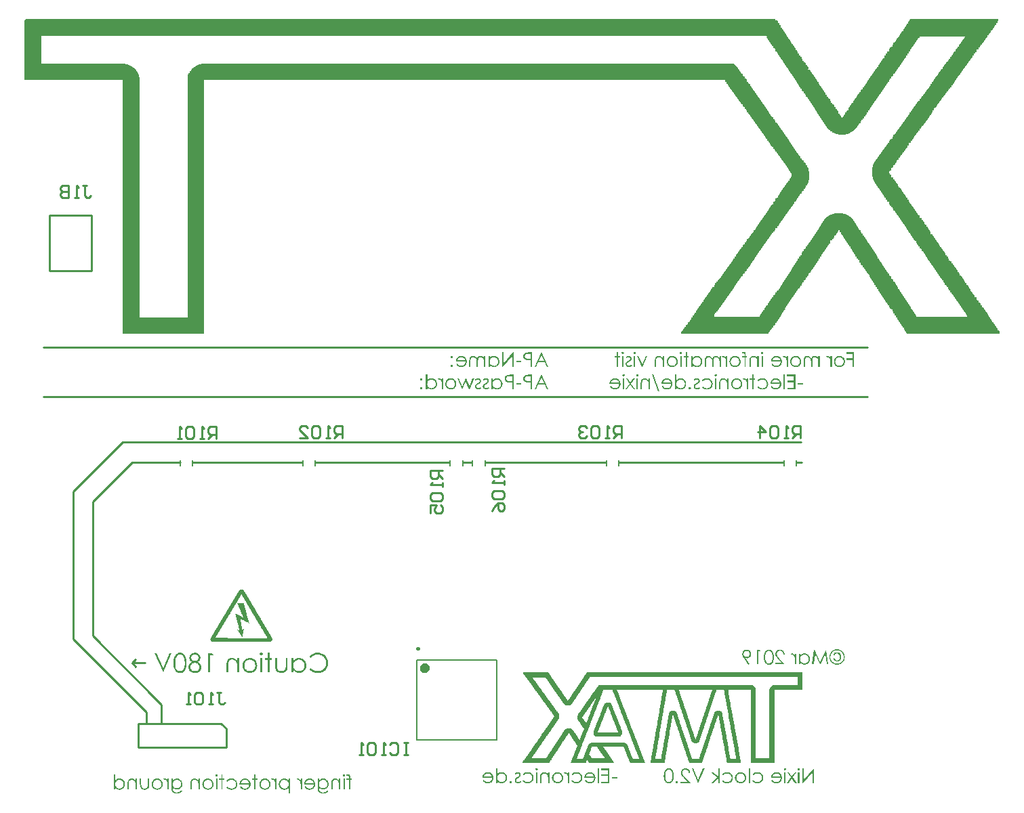
<source format=gbo>
%FSTAX23Y23*%
%MOIN*%
%SFA1B1*%

%IPPOS*%
%ADD10C,0.009843*%
%ADD12C,0.023622*%
%ADD14C,0.010000*%
%ADD15C,0.007874*%
%LNnixie_board_v2.0-1*%
%LPD*%
G36*
X058Y05248D02*
Y05245D01*
Y05241*
X05796*
Y05238*
Y05234*
X05793*
Y05231*
X0579*
Y05228*
Y05224*
X05783*
Y05221*
Y05217*
X05779*
Y05214*
Y0521*
X05776*
Y05207*
X05772*
Y05204*
Y052*
X05769*
Y05197*
X05762*
Y05193*
Y0519*
Y05187*
X05759*
Y05183*
X05755*
Y0518*
X05752*
Y05176*
Y05173*
X05745*
Y0517*
Y05166*
Y05163*
X05742*
Y05159*
X05738*
Y05156*
X05735*
Y05152*
Y05149*
X05732*
Y05146*
X05728*
Y05142*
Y05139*
X05725*
Y05135*
X05721*
Y05132*
X05718*
Y05129*
Y05125*
X05714*
Y05122*
X05711*
Y05118*
X05708*
Y05115*
Y05111*
X05704*
Y05108*
X05701*
Y05105*
Y05101*
X05691*
Y05098*
Y05094*
Y05091*
Y05088*
X05687*
Y05084*
X05684*
Y05081*
X0568*
Y05077*
Y05074*
X05677*
Y05071*
X05673*
Y05067*
Y05064*
X0567*
Y0506*
X05667*
Y05057*
X05663*
Y05053*
Y0505*
X0566*
Y05047*
X05656*
Y05043*
X05653*
Y0504*
Y05036*
X0565*
Y05033*
X05646*
Y0503*
Y05026*
X05643*
Y05023*
X05639*
Y05019*
X05636*
Y05016*
Y05013*
X05633*
Y05009*
X05629*
Y05006*
X05626*
Y05002*
Y04999*
X05622*
Y04995*
X05619*
Y04992*
Y04989*
X05615*
Y04985*
X05612*
Y04982*
Y04978*
X05609*
Y04975*
X05605*
Y04972*
X05602*
Y04968*
X05598*
Y04965*
Y04961*
X05595*
Y04958*
X05592*
Y04955*
Y04951*
X05588*
Y04948*
X05585*
Y04944*
Y04941*
X05581*
Y04937*
X05578*
Y04934*
X05575*
Y04931*
Y04927*
X05568*
Y04924*
Y0492*
Y04917*
X05564*
Y04914*
X05561*
Y0491*
X05557*
Y04907*
Y04903*
X05554*
Y049*
X05551*
Y04897*
X05547*
Y04893*
Y0489*
X05544*
Y04886*
X0554*
Y04883*
Y04879*
X05537*
Y04876*
X05534*
Y04873*
X0553*
Y04869*
Y04866*
X05523*
Y04862*
Y04859*
X0552*
Y04856*
Y04852*
X05517*
Y04849*
X05513*
Y04845*
X0551*
Y04842*
Y04838*
X05506*
Y04835*
X05503*
Y04832*
X05499*
Y04828*
Y04825*
X05496*
Y04821*
Y04818*
X05493*
Y04815*
X05486*
Y04811*
X05482*
Y04808*
Y04804*
Y04801*
X05476*
Y04798*
Y04794*
Y04791*
X05472*
Y04787*
X05469*
Y04784*
Y0478*
X05462*
Y04777*
Y04774*
X05459*
Y0477*
Y04767*
X05455*
Y04763*
X05452*
Y0476*
Y04757*
X05448*
Y04753*
X05445*
Y0475*
X05441*
Y04746*
Y04743*
X05438*
Y0474*
X05435*
Y04736*
X05431*
Y04733*
Y04729*
X05428*
Y04726*
X05424*
Y04722*
Y04719*
X05418*
Y04716*
Y04712*
X05414*
Y04709*
Y04705*
X05411*
Y04702*
X05407*
Y04699*
Y04695*
X05404*
Y04692*
X054*
Y04688*
X05397*
Y04685*
Y04682*
X05394*
Y04678*
X0539*
Y04675*
X05387*
Y04671*
Y04668*
X05383*
Y04664*
X0538*
Y04661*
Y04658*
X05377*
Y04654*
X05373*
Y04651*
X0537*
Y04647*
Y04644*
X0536*
Y04641*
Y04637*
Y04634*
Y0463*
X05353*
Y04627*
Y04624*
Y0462*
X05349*
Y04617*
X05346*
Y04613*
X05342*
Y0461*
Y04606*
X05339*
Y04603*
X05336*
Y046*
Y04596*
X05329*
Y04593*
Y04589*
X05325*
Y04586*
Y04583*
X05319*
Y04579*
Y04576*
X05315*
Y04572*
Y04569*
X05308*
Y04565*
Y04562*
Y04559*
X05302*
Y04555*
X05298*
Y04552*
Y04548*
Y04545*
X05295*
Y04542*
X05291*
Y04538*
Y04535*
X05288*
Y04531*
X05284*
Y04528*
X05281*
Y04525*
Y04521*
X05278*
Y04518*
X05274*
Y04514*
X05271*
Y04511*
Y04507*
X05267*
Y04504*
X05264*
Y04501*
Y04497*
Y04494*
X05267*
Y0449*
Y04487*
X05271*
Y04484*
Y0448*
X05274*
Y04477*
Y04473*
X05281*
Y0447*
Y04467*
X05284*
Y04463*
X05288*
Y0446*
Y04456*
X05291*
Y04453*
X05295*
Y04449*
Y04446*
X05298*
Y04443*
X05302*
Y04439*
X05305*
Y04436*
Y04432*
Y04429*
X05308*
Y04426*
Y04422*
X05315*
Y04419*
X05319*
Y04415*
X05322*
Y04412*
Y04409*
X05325*
Y04405*
Y04402*
X05329*
Y04398*
X05332*
Y04395*
Y04391*
X05336*
Y04388*
X05339*
Y04385*
X05342*
Y04381*
Y04378*
X05346*
Y04374*
X05349*
Y04371*
X05353*
Y04368*
Y04364*
X05356*
Y04361*
X0536*
Y04357*
Y04354*
X05363*
Y04351*
Y04347*
X05366*
Y04344*
X0537*
Y0434*
X05373*
Y04337*
Y04333*
X05377*
Y0433*
X0538*
Y04327*
X05383*
Y04323*
Y0432*
X05387*
Y04316*
X0539*
Y04313*
Y0431*
X05394*
Y04306*
X05397*
Y04303*
Y04299*
X054*
Y04296*
X05404*
Y04292*
Y04289*
X05407*
Y04286*
X05411*
Y04282*
X05414*
Y04279*
Y04275*
Y04272*
X05421*
Y04269*
Y04265*
X05424*
Y04262*
X05428*
Y04258*
Y04255*
X05431*
Y04252*
X05435*
Y04248*
Y04245*
Y04241*
X05438*
Y04238*
X05445*
Y04234*
Y04231*
Y04228*
X05452*
Y04224*
Y04221*
X05455*
Y04217*
X05459*
Y04214*
Y04211*
X05462*
Y04207*
X05465*
Y04204*
Y042*
Y04197*
Y04194*
X05476*
Y0419*
Y04187*
X05479*
Y04183*
X05482*
Y0418*
Y04176*
X05486*
Y04173*
X05489*
Y0417*
Y04166*
X05493*
Y04163*
X05496*
Y04159*
Y04156*
X05499*
Y04153*
X05503*
Y04149*
X05506*
Y04146*
Y04142*
X0551*
Y04139*
Y04136*
X05513*
Y04132*
Y04129*
X0552*
Y04125*
Y04122*
X05523*
Y04118*
X05527*
Y04115*
Y04112*
X0553*
Y04108*
X05534*
Y04105*
X05537*
Y04101*
Y04098*
X0554*
Y04095*
Y04091*
Y04088*
X05547*
Y04084*
X05551*
Y04081*
Y04078*
X05554*
Y04074*
X05557*
Y04071*
Y04067*
Y04064*
X05564*
Y0406*
X05568*
Y04057*
Y04054*
Y0405*
X05575*
Y04047*
Y04043*
X05578*
Y0404*
X05581*
Y04037*
Y04033*
X05585*
Y0403*
X05588*
Y04026*
X05592*
Y04023*
Y04019*
X05595*
Y04016*
X05598*
Y04013*
Y04009*
Y04006*
X05605*
Y04002*
Y03999*
X05609*
Y03996*
Y03992*
Y03989*
X05615*
Y03985*
X05619*
Y03982*
X05622*
Y03979*
Y03975*
X05626*
Y03972*
X05629*
Y03968*
Y03965*
X05633*
Y03961*
Y03958*
X05636*
Y03955*
Y03951*
X05643*
Y03948*
Y03944*
X05646*
Y03941*
X0565*
Y03938*
X05653*
Y03934*
Y03931*
X05656*
Y03927*
X0566*
Y03924*
Y03921*
X05663*
Y03917*
Y03914*
X05667*
Y0391*
X0567*
Y03907*
X05673*
Y03903*
Y039*
X05677*
Y03897*
X0568*
Y03893*
X05684*
Y0389*
Y03886*
Y03883*
X05691*
Y0388*
Y03876*
X05694*
Y03873*
Y03869*
X05697*
Y03866*
X05701*
Y03863*
X05704*
Y03859*
Y03856*
X05708*
Y03852*
X05711*
Y03849*
X05714*
Y03845*
Y03842*
X05718*
Y03839*
Y03835*
Y03832*
X05725*
Y03828*
X05728*
Y03825*
Y03822*
X05732*
Y03818*
X05735*
Y03815*
Y03811*
X05738*
Y03808*
X05742*
Y03805*
X05745*
Y03801*
Y03798*
X05749*
Y03794*
X05752*
Y03791*
Y03787*
X05755*
Y03784*
X05759*
Y03781*
Y03777*
X05762*
Y03774*
X05766*
Y0377*
Y03767*
X05769*
Y03764*
Y0376*
X05776*
Y03757*
Y03753*
X05779*
Y0375*
X05783*
Y03746*
Y03743*
X05786*
Y0374*
X0579*
Y03736*
Y03733*
X05793*
Y03729*
X05796*
Y03726*
Y03723*
Y03719*
X05803*
Y03716*
X05807*
Y03712*
Y03709*
Y03706*
Y03702*
X05349*
Y03706*
X05346*
Y03709*
Y03712*
X05342*
Y03716*
X05339*
Y03719*
Y03723*
X05336*
Y03726*
Y03729*
Y03733*
X05329*
Y03736*
Y0374*
X05325*
Y03743*
X05322*
Y03746*
Y0375*
X05319*
Y03753*
X05315*
Y03757*
Y0376*
X05312*
Y03764*
X05308*
Y03767*
Y0377*
X05305*
Y03774*
X05302*
Y03777*
Y03781*
X05298*
Y03784*
X05295*
Y03787*
Y03791*
X05291*
Y03794*
X05288*
Y03798*
Y03801*
X05284*
Y03805*
Y03808*
X05281*
Y03811*
X05278*
Y03815*
Y03818*
Y03822*
X05271*
Y03825*
X05267*
Y03828*
Y03832*
X05264*
Y03835*
X05261*
Y03839*
Y03842*
X05257*
Y03845*
Y03849*
X05254*
Y03852*
Y03856*
X05247*
Y03859*
Y03863*
X05244*
Y03866*
Y03869*
X0524*
Y03873*
X05237*
Y03876*
Y0388*
X05233*
Y03883*
X0523*
Y03886*
Y0389*
X05226*
Y03893*
X05223*
Y03897*
Y039*
X0522*
Y03903*
X05216*
Y03907*
Y0391*
X05213*
Y03914*
X05209*
Y03917*
Y03921*
X05206*
Y03924*
X05203*
Y03927*
Y03931*
X05199*
Y03934*
X05196*
Y03938*
Y03941*
X05192*
Y03944*
X05189*
Y03948*
Y03951*
X05186*
Y03955*
X05182*
Y03958*
Y03961*
X05179*
Y03965*
X05175*
Y03968*
Y03972*
X05172*
Y03975*
X05168*
Y03979*
Y03982*
X05165*
Y03985*
Y03989*
Y03992*
X05162*
Y03996*
X05158*
Y03999*
X05155*
Y04002*
X05151*
Y04006*
Y04009*
X05148*
Y04013*
X05145*
Y04016*
Y04019*
X05141*
Y04023*
X05138*
Y04026*
Y0403*
X05134*
Y04033*
X05131*
Y04037*
Y0404*
X05127*
Y04043*
X05124*
Y04047*
Y0405*
X05121*
Y04054*
X05117*
Y04057*
Y0406*
Y04064*
Y04067*
X0511*
Y04071*
X05107*
Y04074*
X05104*
Y04078*
Y04081*
X051*
Y04084*
X05097*
Y04088*
Y04091*
X05093*
Y04095*
X0509*
Y04098*
Y04101*
X05087*
Y04105*
X05083*
Y04108*
Y04112*
X0508*
Y04115*
Y04118*
X05076*
Y04122*
X05073*
Y04125*
Y04129*
Y04132*
X05066*
Y04136*
Y04139*
X05063*
Y04142*
X05059*
Y04146*
Y04149*
X05056*
Y04153*
X05052*
Y04156*
Y04159*
X05049*
Y04163*
X05046*
Y04166*
Y0417*
X05042*
Y04173*
X05039*
Y04176*
Y0418*
X05035*
Y04183*
Y04187*
X05032*
Y0419*
X05029*
Y04194*
X05025*
Y04197*
Y042*
Y04204*
X05018*
Y04207*
Y04211*
X05011*
Y04207*
X05008*
Y04204*
Y042*
X05005*
Y04197*
X05001*
Y04194*
Y0419*
X04998*
Y04187*
X04994*
Y04183*
Y0418*
X04991*
Y04176*
X04988*
Y04173*
Y0417*
X04984*
Y04166*
X04981*
Y04163*
X04974*
Y04159*
Y04156*
Y04153*
X04971*
Y04149*
Y04146*
X04967*
Y04142*
Y04139*
X04964*
Y04136*
X0496*
Y04132*
Y04129*
X04957*
Y04125*
X04953*
Y04122*
Y04118*
X0495*
Y04115*
X04947*
Y04112*
Y04108*
X04943*
Y04105*
X0494*
Y04101*
X04936*
Y04098*
Y04095*
X04933*
Y04091*
X0493*
Y04088*
Y04084*
X04926*
Y04081*
X04923*
Y04078*
Y04074*
X04919*
Y04071*
X04916*
Y04067*
Y04064*
X04913*
Y0406*
X04909*
Y04057*
Y04054*
X04906*
Y0405*
X04902*
Y04047*
Y04043*
X04899*
Y0404*
X04895*
Y04037*
Y04033*
X04892*
Y0403*
X04889*
Y04026*
Y04023*
X04885*
Y04019*
X04882*
Y04016*
X04878*
Y04013*
Y04009*
X04875*
Y04006*
Y04002*
X04868*
Y03999*
X04865*
Y03996*
Y03992*
Y03989*
X04861*
Y03985*
X04858*
Y03982*
Y03979*
X04854*
Y03975*
X04851*
Y03972*
Y03968*
X04848*
Y03965*
X04844*
Y03961*
Y03958*
X04841*
Y03955*
X04837*
Y03951*
Y03948*
X04834*
Y03944*
X04831*
Y03941*
Y03938*
X04827*
Y03934*
X04824*
Y03931*
Y03927*
X04817*
Y03924*
X04814*
Y03921*
Y03917*
X0481*
Y03914*
X04807*
Y0391*
Y03907*
X04803*
Y03903*
X048*
Y039*
Y03897*
X04796*
Y03893*
X04793*
Y0389*
Y03886*
X0479*
Y03883*
X04786*
Y0388*
X04783*
Y03876*
Y03873*
X04779*
Y03869*
X04776*
Y03866*
Y03863*
X04773*
Y03859*
X04769*
Y03856*
Y03852*
X04766*
Y03849*
X04762*
Y03845*
Y03842*
X04759*
Y03839*
X04756*
Y03835*
Y03832*
X04752*
Y03828*
X04749*
Y03825*
X04752*
Y03822*
X04749*
Y03818*
X04745*
Y03815*
X04742*
Y03811*
Y03808*
X04738*
Y03805*
X04735*
Y03801*
Y03798*
X04732*
Y03794*
X04728*
Y03791*
Y03787*
X04725*
Y03784*
X04721*
Y03781*
Y03777*
X04718*
Y03774*
X04715*
Y0377*
Y03767*
X04711*
Y03764*
X04708*
Y0376*
Y03757*
X04704*
Y03753*
X04701*
Y0375*
Y03746*
X04698*
Y03743*
X04694*
Y0374*
Y03736*
X04691*
Y03733*
X04687*
Y03729*
Y03726*
X04684*
Y03723*
X0468*
Y03719*
X04677*
Y03716*
Y03712*
X04674*
Y03709*
X0467*
Y03706*
Y03702*
X0424*
Y03706*
Y03709*
Y03712*
X04244*
Y03716*
X04247*
Y03719*
X0425*
Y03723*
Y03726*
X04254*
Y03729*
X04257*
Y03733*
Y03736*
X04261*
Y0374*
X04264*
Y03743*
Y03746*
X04268*
Y0375*
X04271*
Y03753*
X04274*
Y03757*
Y0376*
X04278*
Y03764*
X04281*
Y03767*
Y0377*
X04285*
Y03774*
X04288*
Y03777*
Y03781*
X04291*
Y03784*
X04295*
Y03787*
Y03791*
X04298*
Y03794*
X04302*
Y03798*
X04305*
Y03801*
Y03805*
X04312*
Y03808*
Y03811*
Y03815*
X04315*
Y03818*
X04319*
Y03822*
Y03825*
X04322*
Y03828*
X04326*
Y03832*
Y03835*
X04329*
Y03839*
X04332*
Y03842*
X04336*
Y03845*
Y03849*
X04339*
Y03852*
X04343*
Y03856*
Y03859*
X04349*
Y03863*
Y03866*
Y03869*
X04353*
Y03873*
X04356*
Y03876*
Y0388*
X0436*
Y03883*
X04363*
Y03886*
X04367*
Y0389*
Y03893*
X0437*
Y03897*
X04373*
Y039*
Y03903*
X04377*
Y03907*
X0438*
Y0391*
X04384*
Y03914*
Y03917*
X04387*
Y03921*
X0439*
Y03924*
Y03927*
X04394*
Y03931*
X04397*
Y03934*
X04401*
Y03938*
Y03941*
X04407*
Y03944*
Y03948*
Y03951*
X04411*
Y03955*
X04414*
Y03958*
X04418*
Y03961*
Y03965*
X04421*
Y03968*
X04425*
Y03972*
X04428*
Y03975*
X04431*
Y03979*
X04435*
Y03982*
Y03985*
X04438*
Y03989*
X04442*
Y03992*
Y03996*
X04445*
Y03999*
X04448*
Y04002*
Y04006*
X04452*
Y04009*
X04455*
Y04013*
X04459*
Y04016*
Y04019*
X04462*
Y04023*
X04465*
Y04026*
Y0403*
X04469*
Y04033*
X04472*
Y04037*
X04476*
Y0404*
Y04043*
X04479*
Y04047*
X04483*
Y0405*
X04486*
Y04054*
Y04057*
X04489*
Y0406*
X04493*
Y04064*
Y04067*
X04496*
Y04071*
X045*
Y04074*
X04503*
Y04078*
Y04081*
X04506*
Y04084*
X0451*
Y04088*
Y04091*
X04513*
Y04095*
X04517*
Y04098*
X0452*
Y04101*
Y04105*
X04523*
Y04108*
X04527*
Y04112*
Y04115*
X0453*
Y04118*
X04534*
Y04122*
X04537*
Y04125*
Y04129*
X04541*
Y04132*
X04544*
Y04136*
Y04139*
X04547*
Y04142*
X04551*
Y04146*
X04554*
Y04149*
Y04153*
X04558*
Y04156*
Y04159*
X04561*
Y04163*
X04564*
Y04166*
Y0417*
X04568*
Y04173*
X04571*
Y04176*
X04575*
Y0418*
Y04183*
X04578*
Y04187*
X04581*
Y0419*
Y04194*
X04585*
Y04197*
X04588*
Y042*
X04592*
Y04204*
X04595*
Y04207*
Y04211*
X04599*
Y04214*
X04602*
Y04217*
X04605*
Y04221*
Y04224*
X04609*
Y04228*
X04612*
Y04231*
Y04234*
X04616*
Y04238*
X04619*
Y04241*
X04622*
Y04245*
Y04248*
X04626*
Y04252*
X04629*
Y04255*
Y04258*
X04633*
Y04262*
X04636*
Y04265*
X0464*
Y04269*
Y04272*
X04643*
Y04275*
X04646*
Y04279*
Y04282*
X0465*
Y04286*
X04653*
Y04289*
X04657*
Y04292*
Y04296*
X0466*
Y04299*
X04663*
Y04303*
Y04306*
X04667*
Y0431*
X0467*
Y04313*
Y04316*
X04674*
Y0432*
Y04323*
X04677*
Y04327*
X0468*
Y0433*
Y04333*
X04684*
Y04337*
X04687*
Y0434*
X04691*
Y04344*
Y04347*
X04694*
Y04351*
X04698*
Y04354*
Y04357*
X04701*
Y04361*
X04704*
Y04364*
Y04368*
X04708*
Y04371*
X04711*
Y04374*
X04715*
Y04378*
Y04381*
X04718*
Y04385*
X04721*
Y04388*
Y04391*
X04725*
Y04395*
Y04398*
X04728*
Y04402*
X04732*
Y04405*
Y04409*
X04735*
Y04412*
X04738*
Y04415*
Y04419*
X04742*
Y04422*
X04745*
Y04426*
X04749*
Y04429*
Y04432*
X04752*
Y04436*
X04756*
Y04439*
Y04443*
X04759*
Y04446*
X04762*
Y04449*
X04766*
Y04453*
Y04456*
X04773*
Y0446*
Y04463*
Y04467*
X04776*
Y0447*
X04779*
Y04473*
Y04477*
X04783*
Y0448*
Y04484*
Y04487*
Y0449*
Y04494*
X04779*
Y04497*
X04776*
Y04501*
Y04504*
X04773*
Y04507*
X04769*
Y04511*
Y04514*
X04766*
Y04518*
X04762*
Y04521*
X04759*
Y04525*
Y04528*
X04756*
Y04531*
X04752*
Y04535*
Y04538*
X04749*
Y04542*
X04745*
Y04545*
X04742*
Y04548*
Y04552*
X04738*
Y04555*
X04735*
Y04559*
X04732*
Y04562*
Y04565*
X04728*
Y04569*
X04725*
Y04572*
Y04576*
X04721*
Y04579*
X04718*
Y04583*
X04715*
Y04586*
Y04589*
X04711*
Y04593*
X04708*
Y04596*
Y046*
X04704*
Y04603*
X04701*
Y04606*
X04698*
Y0461*
Y04613*
X04694*
Y04617*
X04691*
Y0462*
Y04624*
X04687*
Y04627*
X04684*
Y0463*
X0468*
Y04634*
Y04637*
X04677*
Y04641*
X04674*
Y04644*
Y04647*
X0467*
Y04651*
X04667*
Y04654*
X04663*
Y04658*
Y04661*
X0466*
Y04664*
X04657*
Y04668*
X04653*
Y04671*
Y04675*
X0465*
Y04678*
X04646*
Y04682*
Y04685*
X04643*
Y04688*
X0464*
Y04692*
X04636*
Y04695*
Y04699*
X04633*
Y04702*
X04629*
Y04705*
Y04709*
X04626*
Y04712*
X04622*
Y04716*
X04619*
Y04719*
Y04722*
X04616*
Y04726*
X04612*
Y04729*
Y04733*
X04609*
Y04736*
X04605*
Y0474*
X04602*
Y04743*
Y04746*
X04599*
Y0475*
X04595*
Y04753*
Y04757*
X04592*
Y0476*
X04588*
Y04763*
X04585*
Y04767*
Y0477*
X04581*
Y04774*
X04578*
Y04777*
Y0478*
X04575*
Y04784*
X04571*
Y04787*
X04568*
Y04791*
Y04794*
X04564*
Y04798*
X04561*
Y04801*
X04558*
Y04804*
Y04808*
X04554*
Y04811*
X04551*
Y04815*
Y04818*
X04547*
Y04821*
X04544*
Y04825*
X04541*
Y04828*
Y04832*
X04537*
Y04835*
X04534*
Y04838*
Y04842*
X0453*
Y04845*
X04527*
Y04849*
X04523*
Y04852*
Y04856*
X0452*
Y04859*
X04517*
Y04862*
Y04866*
X04513*
Y04869*
X0451*
Y04873*
X04506*
Y04876*
Y04879*
X04503*
Y04883*
X045*
Y04886*
Y0489*
X04496*
Y04893*
X04493*
Y04897*
X04489*
Y049*
Y04903*
X04486*
Y04907*
X04483*
Y0491*
X04479*
Y04914*
Y04917*
X04476*
Y0492*
X04472*
Y04924*
Y04927*
X04469*
Y04931*
X04465*
Y04934*
X04462*
Y04937*
Y04941*
X04459*
Y04944*
X04455*
Y04948*
Y04951*
X01892*
Y04948*
Y04944*
Y04941*
Y04937*
Y04934*
Y04931*
Y04927*
Y04924*
Y0492*
Y04917*
Y04914*
Y0491*
Y04907*
Y04903*
Y049*
Y04897*
Y04893*
Y0489*
Y04886*
Y04883*
Y04879*
Y04876*
Y04873*
Y04869*
Y04866*
Y04862*
Y04859*
Y04856*
Y04852*
Y04849*
Y04845*
Y04842*
Y04838*
Y04835*
Y04832*
Y04828*
Y04825*
Y04821*
Y04818*
Y04815*
Y04811*
Y04808*
Y04804*
Y04801*
Y04798*
Y04794*
Y04791*
Y04787*
Y04784*
Y0478*
Y04777*
Y04774*
Y0477*
Y04767*
Y04763*
Y0476*
Y04757*
Y04753*
Y0475*
Y04746*
Y04743*
Y0474*
Y04736*
Y04733*
Y04729*
Y04726*
Y04722*
Y04719*
Y04716*
Y04712*
Y04709*
Y04705*
Y04702*
Y04699*
Y04695*
Y04692*
Y04688*
Y04685*
Y04682*
Y04678*
Y04675*
Y04671*
Y04668*
Y04664*
Y04661*
Y04658*
Y04654*
Y04651*
Y04647*
Y04644*
Y04641*
Y04637*
Y04634*
Y0463*
Y04627*
Y04624*
Y0462*
Y04617*
Y04613*
Y0461*
Y04606*
Y04603*
Y046*
Y04596*
Y04593*
Y04589*
Y04586*
Y04583*
Y04579*
Y04576*
Y04572*
Y04569*
Y04565*
Y04562*
Y04559*
Y04555*
Y04552*
Y04548*
Y04545*
Y04542*
Y04538*
Y04535*
Y04531*
Y04528*
Y04525*
Y04521*
Y04518*
Y04514*
Y04511*
Y04507*
Y04504*
Y04501*
Y04497*
Y04494*
Y0449*
Y04487*
Y04484*
Y0448*
Y04477*
Y04473*
Y0447*
Y04467*
Y04463*
Y0446*
Y04456*
Y04453*
Y04449*
Y04446*
Y04443*
Y04439*
Y04436*
Y04432*
Y04429*
Y04426*
Y04422*
Y04419*
Y04415*
Y04412*
Y04409*
Y04405*
Y04402*
Y04398*
Y04395*
Y04391*
Y04388*
Y04385*
Y04381*
Y04378*
Y04374*
Y04371*
Y04368*
Y04364*
Y04361*
Y04357*
Y04354*
Y04351*
Y04347*
Y04344*
Y0434*
Y04337*
Y04333*
Y0433*
Y04327*
Y04323*
Y0432*
Y04316*
Y04313*
Y0431*
Y04306*
Y04303*
Y04299*
Y04296*
Y04292*
Y04289*
Y04286*
Y04282*
Y04279*
Y04275*
Y04272*
Y04269*
Y04265*
Y04262*
Y04258*
Y04255*
Y04252*
Y04248*
Y04245*
Y04241*
Y04238*
Y04234*
Y04231*
Y04228*
Y04224*
Y04221*
Y04217*
Y04214*
Y04211*
Y04207*
Y04204*
Y042*
Y04197*
Y04194*
Y0419*
Y04187*
Y04183*
Y0418*
Y04176*
Y04173*
Y0417*
Y04166*
Y04163*
Y04159*
Y04156*
Y04153*
Y04149*
Y04146*
Y04142*
Y04139*
Y04136*
Y04132*
Y04129*
Y04125*
Y04122*
Y04118*
Y04115*
Y04112*
Y04108*
Y04105*
Y04101*
Y04098*
Y04095*
Y04091*
Y04088*
Y04084*
Y04081*
Y04078*
Y04074*
Y04071*
Y04067*
Y04064*
Y0406*
Y04057*
Y04054*
Y0405*
Y04047*
Y04043*
Y0404*
Y04037*
Y04033*
Y0403*
Y04026*
Y04023*
Y04019*
Y04016*
Y04013*
Y04009*
Y04006*
Y04002*
Y03999*
Y03996*
Y03992*
Y03989*
Y03985*
Y03982*
Y03979*
Y03975*
Y03972*
Y03968*
Y03965*
Y03961*
Y03958*
Y03955*
Y03951*
Y03948*
Y03944*
Y03941*
Y03938*
Y03934*
Y03931*
Y03927*
Y03924*
Y03921*
Y03917*
Y03914*
Y0391*
Y03907*
Y03903*
Y039*
Y03897*
Y03893*
Y0389*
Y03886*
Y03883*
Y0388*
Y03876*
Y03873*
Y03869*
Y03866*
Y03863*
Y03859*
Y03856*
Y03852*
Y03849*
Y03845*
Y03842*
Y03839*
Y03835*
Y03832*
Y03828*
Y03825*
Y03822*
Y03818*
Y03815*
Y03811*
Y03808*
Y03805*
Y03801*
Y03798*
Y03794*
Y03791*
Y03787*
Y03784*
Y03781*
Y03777*
Y03774*
Y0377*
Y03767*
Y03764*
Y0376*
Y03757*
Y03753*
Y0375*
Y03746*
Y03743*
Y0374*
Y03736*
Y03733*
Y03729*
Y03726*
Y03723*
Y03719*
Y03716*
Y03712*
Y03709*
Y03706*
Y03702*
X01493*
Y03706*
Y03709*
Y03712*
Y03716*
Y03719*
Y03723*
Y03726*
Y03729*
Y03733*
Y03736*
Y0374*
Y03743*
Y03746*
Y0375*
Y03753*
Y03757*
Y0376*
Y03764*
Y03767*
Y0377*
Y03774*
Y03777*
Y03781*
Y03784*
Y03787*
Y03791*
Y03794*
Y03798*
Y03801*
Y03805*
Y03808*
Y03811*
Y03815*
Y03818*
Y03822*
Y03825*
Y03828*
Y03832*
Y03835*
Y03839*
Y03842*
Y03845*
Y03849*
Y03852*
Y03856*
Y03859*
Y03863*
Y03866*
Y03869*
Y03873*
Y03876*
Y0388*
Y03883*
Y03886*
Y0389*
Y03893*
Y03897*
Y039*
Y03903*
Y03907*
Y0391*
Y03914*
Y03917*
Y03921*
Y03924*
Y03927*
Y03931*
Y03934*
Y03938*
Y03941*
Y03944*
Y03948*
Y03951*
Y03955*
Y03958*
Y03961*
Y03965*
Y03968*
Y03972*
Y03975*
Y03979*
Y03982*
Y03985*
Y03989*
Y03992*
Y03996*
Y03999*
Y04002*
Y04006*
Y04009*
Y04013*
Y04016*
Y04019*
Y04023*
Y04026*
Y0403*
Y04033*
Y04037*
Y0404*
Y04043*
Y04047*
Y0405*
Y04054*
Y04057*
Y0406*
Y04064*
Y04067*
Y04071*
Y04074*
Y04078*
Y04081*
Y04084*
Y04088*
Y04091*
Y04095*
Y04098*
Y04101*
Y04105*
Y04108*
Y04112*
Y04115*
Y04118*
Y04122*
Y04125*
Y04129*
Y04132*
Y04136*
Y04139*
Y04142*
Y04146*
Y04149*
Y04153*
Y04156*
Y04159*
Y04163*
Y04166*
Y0417*
Y04173*
Y04176*
Y0418*
Y04183*
Y04187*
Y0419*
Y04194*
Y04197*
Y042*
Y04204*
Y04207*
Y04211*
Y04214*
Y04217*
Y04221*
Y04224*
Y04228*
Y04231*
Y04234*
Y04238*
Y04241*
Y04245*
Y04248*
Y04252*
Y04255*
Y04258*
Y04262*
Y04265*
Y04269*
Y04272*
Y04275*
Y04279*
Y04282*
Y04286*
Y04289*
Y04292*
Y04296*
Y04299*
Y04303*
Y04306*
Y0431*
Y04313*
Y04316*
Y0432*
Y04323*
Y04327*
Y0433*
Y04333*
Y04337*
Y0434*
Y04344*
Y04347*
Y04351*
Y04354*
Y04357*
Y04361*
Y04364*
Y04368*
Y04371*
Y04374*
Y04378*
Y04381*
Y04385*
Y04388*
Y04391*
Y04395*
Y04398*
Y04402*
Y04405*
Y04409*
Y04412*
Y04415*
Y04419*
Y04422*
Y04426*
Y04429*
Y04432*
Y04436*
Y04439*
Y04443*
Y04446*
Y04449*
Y04453*
Y04456*
Y0446*
Y04463*
Y04467*
Y0447*
Y04473*
Y04477*
Y0448*
Y04484*
Y04487*
Y0449*
Y04494*
Y04497*
Y04501*
Y04504*
Y04507*
Y04511*
Y04514*
Y04518*
Y04521*
Y04525*
Y04528*
Y04531*
Y04535*
Y04538*
Y04542*
Y04545*
Y04548*
Y04552*
Y04555*
Y04559*
Y04562*
Y04565*
Y04569*
Y04572*
Y04576*
Y04579*
Y04583*
Y04586*
Y04589*
Y04593*
Y04596*
Y046*
Y04603*
Y04606*
Y0461*
Y04613*
Y04617*
Y0462*
Y04624*
Y04627*
Y0463*
Y04634*
Y04637*
Y04641*
Y04644*
Y04647*
Y04651*
Y04654*
Y04658*
Y04661*
Y04664*
Y04668*
Y04671*
Y04675*
Y04678*
Y04682*
Y04685*
Y04688*
Y04692*
Y04695*
Y04699*
Y04702*
Y04705*
Y04709*
Y04712*
Y04716*
Y04719*
Y04722*
Y04726*
Y04729*
Y04733*
Y04736*
Y0474*
Y04743*
Y04746*
Y0475*
Y04753*
Y04757*
Y0476*
Y04763*
Y04767*
Y0477*
Y04774*
Y04777*
Y0478*
Y04784*
Y04787*
Y04791*
Y04794*
Y04798*
Y04801*
Y04804*
Y04808*
Y04811*
Y04815*
Y04818*
Y04821*
Y04825*
Y04828*
Y04832*
Y04835*
Y04838*
Y04842*
Y04845*
Y04849*
Y04852*
Y04856*
Y04859*
Y04862*
Y04866*
Y04869*
Y04873*
Y04876*
Y04879*
Y04883*
Y04886*
Y0489*
Y04893*
Y04897*
Y049*
Y04903*
Y04907*
Y0491*
Y04914*
Y04917*
Y0492*
Y04924*
Y04927*
Y04931*
Y04934*
Y04937*
Y04941*
Y04944*
Y04948*
Y04951*
X01009*
Y04955*
Y04958*
Y04961*
Y04965*
Y04968*
Y04972*
Y04975*
Y04978*
Y04982*
Y04985*
Y04989*
Y04992*
Y04995*
Y04999*
Y05002*
Y05006*
Y05009*
Y05013*
Y05016*
Y05019*
Y05023*
Y05026*
Y0503*
Y05033*
Y05036*
Y0504*
Y05043*
Y05047*
Y0505*
Y05053*
Y05057*
Y0506*
Y05064*
Y05067*
Y05071*
Y05074*
Y05077*
Y05081*
Y05084*
Y05088*
Y05091*
Y05094*
Y05098*
Y05101*
Y05105*
Y05108*
Y05111*
Y05115*
Y05118*
Y05122*
Y05125*
Y05129*
Y05132*
Y05135*
Y05139*
Y05142*
Y05146*
Y05149*
Y05152*
Y05156*
Y05159*
Y05163*
Y05166*
Y0517*
Y05173*
Y05176*
Y0518*
Y05183*
Y05187*
Y0519*
Y05193*
Y05197*
Y052*
Y05204*
Y05207*
Y0521*
Y05214*
Y05217*
Y05221*
Y05224*
Y05228*
Y05231*
Y05234*
Y05238*
Y05241*
Y05245*
X01012*
Y05248*
X01015*
Y05251*
X04704*
Y05248*
Y05245*
X04711*
Y05241*
X04715*
Y05238*
Y05234*
X04718*
Y05231*
X04721*
Y05228*
Y05224*
X04725*
Y05221*
X04728*
Y05217*
Y05214*
Y0521*
X04735*
Y05207*
Y05204*
X04738*
Y052*
X04742*
Y05197*
Y05193*
X04745*
Y0519*
X04749*
Y05187*
Y05183*
X04752*
Y0518*
X04756*
Y05176*
Y05173*
X04759*
Y0517*
Y05166*
X04762*
Y05163*
X04766*
Y05159*
Y05156*
X04769*
Y05152*
X04773*
Y05149*
X04776*
Y05146*
Y05142*
X04779*
Y05139*
Y05135*
X04783*
Y05132*
Y05129*
X0479*
Y05125*
Y05122*
X04793*
Y05118*
X04796*
Y05115*
Y05111*
X048*
Y05108*
X04803*
Y05105*
Y05101*
Y05098*
X0481*
Y05094*
Y05091*
X04814*
Y05088*
Y05084*
X04817*
Y05081*
X0482*
Y05077*
Y05074*
X04824*
Y05071*
X04827*
Y05067*
X04831*
Y05064*
Y0506*
X04834*
Y05057*
X04837*
Y05053*
Y0505*
Y05047*
X04844*
Y05043*
Y0504*
X04848*
Y05036*
X04851*
Y05033*
Y0503*
X04854*
Y05026*
X04858*
Y05023*
Y05019*
X04861*
Y05016*
X04865*
Y05013*
Y05009*
Y05006*
X04861*
Y05002*
X04872*
Y04999*
X04875*
Y04995*
Y04992*
X04878*
Y04989*
X04882*
Y04985*
Y04982*
X04885*
Y04978*
X04889*
Y04975*
X04892*
Y04972*
Y04968*
X04895*
Y04965*
X04899*
Y04961*
Y04958*
X04902*
Y04955*
X04906*
Y04951*
Y04948*
X04909*
Y04944*
X04913*
Y04941*
X04916*
Y04937*
Y04934*
X04919*
Y04931*
Y04927*
X04923*
Y04924*
X04926*
Y0492*
X0493*
Y04917*
Y04914*
X04933*
Y0491*
X04936*
Y04907*
Y04903*
X0494*
Y049*
X04943*
Y04897*
Y04893*
X04947*
Y0489*
X0495*
Y04886*
Y04883*
Y04879*
X04957*
Y04876*
Y04873*
Y04869*
X04964*
Y04866*
Y04862*
X04967*
Y04859*
X04971*
Y04856*
Y04852*
X04974*
Y04849*
X04977*
Y04845*
Y04842*
Y04838*
X04984*
Y04835*
Y04832*
X04988*
Y04828*
X04991*
Y04825*
Y04821*
X04994*
Y04818*
X04998*
Y04815*
Y04811*
Y04808*
X05005*
Y04804*
Y04801*
X05008*
Y04798*
X05011*
Y04794*
Y04791*
Y04787*
X05018*
Y04784*
Y0478*
X05022*
Y04777*
X05025*
Y04774*
Y0477*
X05029*
Y04767*
X05032*
Y0477*
X05035*
Y04774*
X05039*
Y04777*
Y0478*
X05042*
Y04784*
X05046*
Y04787*
Y04791*
X05052*
Y04794*
Y04798*
X05056*
Y04801*
Y04804*
X05063*
Y04808*
Y04811*
Y04815*
X05066*
Y04818*
X05069*
Y04821*
Y04825*
X05073*
Y04828*
X05076*
Y04832*
Y04835*
X0508*
Y04838*
X05087*
Y04842*
Y04845*
Y04849*
X0509*
Y04852*
X05093*
Y04856*
Y04859*
X05097*
Y04862*
X051*
Y04866*
X05104*
Y04869*
Y04873*
X05107*
Y04876*
Y04879*
X0511*
Y04883*
X05114*
Y04886*
X05117*
Y0489*
Y04893*
X05121*
Y04897*
X05124*
Y049*
Y04903*
X05127*
Y04907*
X05131*
Y0491*
Y04914*
X05134*
Y04917*
X05138*
Y0492*
Y04924*
X05141*
Y04927*
X05145*
Y04931*
X05148*
Y04934*
Y04937*
X05151*
Y04941*
X05155*
Y04944*
Y04948*
X05158*
Y04951*
X05162*
Y04955*
Y04958*
X05165*
Y04961*
X05168*
Y04965*
Y04968*
X05172*
Y04972*
X05175*
Y04975*
X05179*
Y04978*
Y04982*
X05182*
Y04985*
X05186*
Y04989*
Y04992*
X05189*
Y04995*
X05192*
Y04999*
Y05002*
X05196*
Y05006*
X05199*
Y05009*
X05203*
Y05013*
Y05016*
X05209*
Y05019*
Y05023*
Y05026*
X05213*
Y0503*
X05216*
Y05033*
Y05036*
X0522*
Y0504*
X05223*
Y05043*
Y05047*
X05226*
Y0505*
X0523*
Y05053*
Y05057*
X05233*
Y0506*
X0524*
Y05064*
Y05067*
Y05071*
X05244*
Y05074*
X05247*
Y05077*
Y05081*
X0525*
Y05084*
X05254*
Y05088*
Y05091*
X05257*
Y05094*
X05261*
Y05098*
Y05101*
X05264*
Y05105*
X05267*
Y05108*
Y05111*
X05271*
Y05115*
X05278*
Y05118*
Y05122*
Y05125*
X05281*
Y05129*
X05284*
Y05132*
Y05135*
X05288*
Y05139*
X05291*
Y05142*
X05295*
Y05146*
Y05149*
X05298*
Y05152*
Y05156*
X05302*
Y05159*
X05305*
Y05163*
X05308*
Y05166*
X05312*
Y0517*
Y05173*
X05315*
Y05176*
Y0518*
X05319*
Y05183*
X05322*
Y05187*
Y0519*
X05325*
Y05193*
X05332*
Y05197*
Y052*
Y05204*
X05336*
Y05207*
X05339*
Y0521*
Y05214*
X05342*
Y05217*
X05346*
Y05221*
Y05224*
X05349*
Y05228*
X05356*
Y05231*
Y05234*
Y05238*
X0536*
Y05241*
X05363*
Y05245*
Y05248*
X05366*
Y05251*
X058*
Y05248*
G37*
G36*
X0208Y02443D02*
Y02443D01*
X02083*
Y02442*
X02084*
Y02442*
Y02441*
X02085*
Y02441*
Y0244*
X02086*
Y0244*
X02087*
Y0244*
Y02439*
X02087*
Y02439*
Y02438*
X02088*
Y02438*
Y02437*
Y02437*
X02089*
Y02437*
Y02436*
X02089*
Y02436*
Y02435*
Y02435*
X0209*
Y02434*
Y02434*
X02091*
Y02434*
X02092*
Y02433*
Y02433*
Y02432*
Y02432*
X02092*
Y02431*
X02093*
Y02431*
Y02431*
Y0243*
Y0243*
X02094*
Y02429*
X02095*
Y02429*
Y02428*
Y02428*
Y02428*
X02095*
Y02427*
Y02427*
Y02426*
X02096*
Y02426*
Y02425*
X02097*
Y02425*
Y02425*
Y02424*
X02098*
Y02424*
Y02423*
X02098*
Y02423*
Y02422*
Y02422*
X02099*
Y02422*
Y02421*
Y02421*
X021*
Y0242*
Y0242*
X021*
Y02419*
Y02419*
Y02419*
X02101*
Y02418*
Y02418*
Y02417*
Y02417*
X02102*
Y02416*
X02102*
Y02416*
Y02416*
Y02415*
Y02415*
X02103*
Y02414*
Y02414*
Y02413*
X02104*
Y02413*
Y02413*
X02104*
Y02412*
Y02412*
Y02411*
X02105*
Y02411*
Y0241*
Y0241*
X02106*
Y0241*
Y02409*
X02107*
Y02409*
Y02408*
Y02408*
X02107*
Y02407*
Y02407*
Y02407*
Y02406*
X02108*
Y02406*
X02109*
Y02405*
Y02405*
Y02404*
Y02404*
X0211*
Y02404*
Y02403*
Y02403*
X0211*
Y02402*
Y02402*
X02111*
Y02401*
Y02401*
Y02401*
X02112*
Y024*
Y024*
Y02399*
X02113*
Y02399*
Y02398*
Y02398*
Y02397*
X02113*
Y02397*
X02114*
Y02397*
Y02396*
Y02396*
Y02395*
X02115*
Y02395*
Y02394*
Y02394*
X02115*
Y02394*
Y02393*
X02116*
Y02393*
Y02392*
Y02392*
X02117*
Y02391*
Y02391*
Y02391*
X02117*
Y0239*
Y0239*
X02118*
Y02389*
Y02389*
Y02388*
X02119*
Y02388*
Y02388*
Y02387*
Y02387*
X02119*
Y02386*
Y02386*
Y02385*
X0212*
Y02385*
Y02385*
X02121*
Y02384*
Y02384*
Y02383*
X02122*
Y02383*
Y02382*
Y02382*
X02122*
Y02382*
Y02381*
X02123*
Y02381*
Y0238*
Y0238*
X02124*
Y02379*
Y02379*
Y02379*
Y02378*
X02125*
Y02378*
X02125*
Y02377*
Y02377*
Y02376*
Y02376*
X02126*
Y02376*
Y02375*
Y02375*
X02127*
Y02374*
Y02374*
X02128*
Y02373*
Y02373*
Y02373*
X02128*
Y02372*
Y02372*
Y02371*
X02129*
Y02371*
Y0237*
X0213*
Y0237*
Y0237*
Y02369*
X0213*
Y02369*
Y02368*
Y02368*
Y02367*
X02131*
Y02367*
Y02367*
Y02366*
X02132*
Y02366*
Y02365*
X02132*
Y02365*
Y02364*
Y02364*
X02133*
Y02364*
Y02363*
Y02363*
X02134*
Y02362*
Y02362*
X02135*
Y02361*
Y02361*
Y02361*
X02135*
Y0236*
Y0236*
Y02359*
Y02359*
X02136*
Y02358*
X02137*
Y02358*
Y02358*
Y02357*
Y02357*
X02138*
Y02356*
Y02356*
Y02355*
X02138*
Y02355*
Y02355*
X02139*
Y02354*
Y02354*
Y02353*
X0214*
Y02353*
Y02352*
Y02352*
X02141*
Y02352*
Y02351*
Y02351*
Y0235*
X02141*
Y0235*
X02142*
Y02349*
Y02349*
Y02348*
Y02348*
X02143*
Y02348*
Y02347*
Y02347*
X02143*
Y02346*
Y02346*
X02144*
Y02345*
Y02345*
Y02345*
X02145*
Y02344*
Y02344*
Y02343*
X02145*
Y02343*
Y02342*
X02146*
Y02342*
Y02342*
Y02341*
X02147*
Y02341*
Y0234*
Y0234*
Y02339*
X02147*
Y02339*
X02148*
Y02339*
Y02338*
Y02338*
Y02337*
X02149*
Y02337*
Y02336*
Y02336*
X0215*
Y02336*
Y02335*
X0215*
Y02335*
Y02334*
Y02334*
X02151*
Y02333*
Y02333*
Y02333*
X02152*
Y02332*
Y02332*
X02153*
Y02331*
Y02331*
Y0233*
X02153*
Y0233*
Y0233*
Y02329*
Y02329*
X02154*
Y02328*
Y02328*
Y02327*
X02155*
Y02327*
Y02327*
X02156*
Y02326*
Y02326*
Y02325*
X02156*
Y02325*
Y02324*
Y02324*
X02157*
Y02324*
Y02323*
X02158*
Y02323*
Y02322*
Y02322*
X02158*
Y02321*
Y02321*
Y02321*
Y0232*
X02159*
Y0232*
X0216*
Y02319*
Y02319*
Y02318*
Y02318*
X0216*
Y02318*
Y02317*
Y02317*
X02161*
Y02316*
Y02316*
X02162*
Y02315*
Y02315*
Y02315*
X02162*
Y02314*
Y02314*
Y02313*
X02163*
Y02313*
Y02312*
Y02312*
Y02312*
X02164*
Y02311*
X02165*
Y02311*
Y0231*
Y0231*
Y02309*
X02165*
Y02309*
Y02309*
Y02308*
X02166*
Y02308*
Y02307*
X02167*
Y02307*
Y02306*
Y02306*
X02168*
Y02306*
Y02305*
Y02305*
X02168*
Y02304*
Y02304*
Y02303*
Y02303*
X02169*
Y02302*
X0217*
Y02302*
Y02302*
Y02301*
Y02301*
X02171*
Y023*
X02171*
Y023*
Y02299*
Y02299*
Y02299*
X02172*
Y02298*
Y02298*
Y02297*
X02173*
Y02297*
Y02296*
X02173*
Y02296*
Y02296*
Y02295*
X02174*
Y02295*
Y02294*
Y02294*
X02175*
Y02293*
Y02293*
Y02293*
Y02292*
X02175*
Y02292*
X02176*
Y02291*
Y02291*
Y0229*
Y0229*
X02177*
Y0229*
Y02289*
Y02289*
X02178*
Y02288*
Y02288*
X02178*
Y02287*
Y02287*
Y02287*
X02179*
Y02286*
Y02286*
Y02285*
X0218*
Y02285*
Y02284*
X02181*
Y02284*
Y02284*
Y02283*
X02181*
Y02283*
Y02282*
Y02282*
Y02281*
X02182*
Y02281*
X02183*
Y02281*
Y0228*
Y0228*
Y02279*
X02184*
Y02279*
Y02278*
Y02278*
X02184*
Y02278*
Y02277*
X02185*
Y02277*
Y02276*
Y02276*
X02186*
Y02275*
Y02275*
Y02275*
X02186*
Y02274*
Y02274*
Y02273*
Y02273*
X02187*
Y02272*
X02188*
Y02272*
Y02272*
Y02271*
Y02271*
X02188*
Y0227*
Y0227*
Y02269*
X02189*
Y02269*
Y02269*
X0219*
Y02268*
Y02268*
Y02267*
X0219*
Y02267*
Y02266*
Y02266*
X02191*
Y02266*
Y02265*
X02192*
Y02265*
Y02264*
Y02264*
X02193*
Y02263*
Y02263*
Y02263*
Y02262*
X02193*
Y02262*
X02194*
Y02261*
Y02261*
Y0226*
Y0226*
X02195*
Y0226*
Y02259*
Y02259*
X02196*
Y02258*
Y02258*
X02196*
Y02257*
Y02257*
Y02257*
X02197*
Y02256*
Y02256*
Y02255*
X02198*
Y02255*
Y02254*
Y02254*
Y02253*
X02199*
Y02253*
X02199*
Y02253*
Y02252*
Y02252*
Y02251*
X022*
Y02251*
Y0225*
Y0225*
X02201*
Y0225*
Y02249*
X02201*
Y02249*
Y02248*
Y02248*
X02202*
Y02247*
Y02247*
Y02247*
X02203*
Y02246*
Y02246*
X02203*
Y02245*
Y02245*
Y02244*
X02204*
Y02244*
Y02244*
Y02243*
Y02243*
X02205*
Y02242*
Y02242*
Y02241*
X02205*
Y02241*
Y02241*
X02206*
Y0224*
Y0224*
Y02239*
X02207*
Y02239*
Y02238*
Y02238*
X02208*
Y02238*
Y02237*
X02208*
Y02237*
Y02236*
Y02236*
X02209*
Y02235*
Y02235*
Y02235*
Y02234*
X0221*
Y02234*
Y02233*
Y02233*
X02211*
Y02232*
Y02232*
X02211*
Y02232*
Y02231*
Y02231*
X02212*
Y0223*
Y0223*
X02213*
Y02229*
Y02229*
Y02229*
X02214*
Y02228*
Y02228*
Y02227*
X02214*
Y02227*
Y02226*
Y02226*
Y02226*
X02215*
Y02225*
X02216*
Y02225*
Y02224*
Y02224*
Y02223*
X02216*
Y02223*
Y02223*
Y02222*
X02217*
Y02222*
Y02221*
X02218*
Y02221*
Y0222*
Y0222*
X02218*
Y0222*
Y02219*
Y02219*
X02219*
Y02218*
Y02218*
Y02217*
Y02217*
X0222*
Y02217*
X0222*
Y02216*
Y02216*
Y02215*
Y02215*
X02221*
Y02214*
Y02214*
Y02214*
X02222*
Y02213*
Y02213*
X02223*
Y02212*
Y02212*
Y02211*
X02224*
Y02211*
Y02211*
Y0221*
X02224*
Y0221*
Y02209*
X02225*
Y02209*
Y02208*
Y02208*
X02226*
Y02207*
Y02207*
Y02207*
Y02206*
X02227*
Y02206*
X02227*
Y02205*
Y02205*
Y02204*
Y02204*
X02228*
Y02204*
Y02203*
Y02203*
Y02202*
Y02202*
Y02201*
X02229*
Y02201*
Y02201*
Y022*
Y022*
Y02199*
Y02199*
Y02198*
Y02198*
Y02198*
Y02197*
Y02197*
Y02196*
Y02196*
Y02195*
X02228*
Y02195*
Y02195*
Y02194*
Y02194*
Y02193*
X02227*
Y02193*
Y02192*
Y02192*
X02227*
Y02192*
Y02191*
Y02191*
X02226*
Y0219*
Y0219*
X02225*
Y02189*
Y02189*
X02224*
Y02189*
X02224*
Y02188*
Y02188*
X02223*
Y02187*
Y02187*
X02221*
Y02186*
X0222*
Y02186*
Y02186*
X01932*
Y02186*
Y02186*
X0193*
Y02187*
X01929*
Y02187*
Y02188*
X01928*
Y02188*
Y02189*
X01928*
Y02189*
X01927*
Y02189*
Y0219*
X01926*
Y0219*
Y02191*
Y02191*
X01926*
Y02192*
Y02192*
Y02192*
Y02193*
X01925*
Y02193*
Y02194*
Y02194*
Y02195*
Y02195*
Y02195*
X01924*
Y02196*
Y02196*
Y02197*
Y02197*
Y02198*
Y02198*
Y02198*
Y02199*
Y02199*
Y022*
X01925*
Y022*
Y02201*
Y02201*
Y02201*
Y02202*
Y02202*
Y02203*
X01926*
Y02203*
Y02204*
Y02204*
X01926*
Y02204*
Y02205*
Y02205*
Y02206*
X01927*
Y02206*
Y02207*
Y02207*
X01928*
Y02207*
Y02208*
X01928*
Y02208*
Y02209*
Y02209*
X01929*
Y0221*
Y0221*
Y02211*
X0193*
Y02211*
Y02211*
Y02212*
Y02212*
X0193*
Y02213*
X01931*
Y02213*
Y02214*
Y02214*
Y02214*
X01932*
Y02215*
Y02215*
Y02216*
X01932*
Y02216*
Y02217*
X01933*
Y02217*
Y02217*
Y02218*
X01934*
Y02218*
Y02219*
Y02219*
X01935*
Y0222*
Y0222*
X01935*
Y0222*
Y02221*
Y02221*
X01936*
Y02222*
Y02222*
Y02223*
Y02223*
X01937*
Y02223*
X01938*
Y02224*
Y02224*
Y02225*
Y02225*
X01939*
Y02226*
Y02226*
Y02226*
X01939*
Y02227*
Y02227*
Y02228*
X0194*
Y02228*
Y02229*
X01941*
Y02229*
Y02229*
Y0223*
X01941*
Y0223*
Y02231*
Y02231*
Y02232*
X01942*
Y02232*
X01943*
Y02232*
Y02233*
Y02233*
Y02234*
X01943*
Y02234*
Y02235*
Y02235*
X01944*
Y02235*
Y02236*
X01945*
Y02236*
Y02237*
Y02237*
X01945*
Y02238*
Y02238*
Y02238*
X01946*
Y02239*
Y02239*
X01947*
Y0224*
Y0224*
Y02241*
X01948*
Y02241*
Y02241*
Y02242*
Y02242*
X01948*
Y02243*
X01949*
Y02243*
Y02244*
Y02244*
Y02244*
X0195*
Y02245*
Y02245*
Y02246*
X01951*
Y02246*
Y02247*
Y02247*
X01951*
Y02247*
Y02248*
X01952*
Y02248*
Y02249*
Y02249*
X01953*
Y0225*
Y0225*
X01954*
Y0225*
Y02251*
Y02251*
X01954*
Y02252*
Y02252*
Y02253*
Y02253*
X01955*
Y02253*
X01956*
Y02254*
Y02254*
Y02255*
Y02255*
X01956*
Y02256*
Y02256*
Y02257*
X01957*
Y02257*
Y02257*
X01958*
Y02258*
Y02258*
Y02259*
X01958*
Y02259*
Y0226*
Y0226*
X01959*
Y0226*
Y02261*
X0196*
Y02261*
Y02262*
Y02262*
X0196*
Y02263*
Y02263*
Y02263*
Y02264*
X01961*
Y02264*
Y02265*
Y02265*
X01962*
Y02266*
Y02266*
X01963*
Y02266*
Y02267*
Y02267*
X01963*
Y02268*
Y02268*
X01964*
Y02269*
Y02269*
Y02269*
X01965*
Y0227*
Y0227*
Y02271*
X01966*
Y02271*
Y02272*
X01966*
Y02272*
Y02272*
Y02273*
X01967*
Y02273*
Y02274*
Y02274*
Y02275*
X01968*
Y02275*
Y02275*
Y02276*
X01969*
Y02276*
Y02277*
X01969*
Y02277*
Y02278*
Y02278*
X0197*
Y02278*
Y02279*
Y02279*
X01971*
Y0228*
Y0228*
X01971*
Y02281*
Y02281*
Y02281*
X01972*
Y02282*
Y02282*
Y02283*
Y02283*
X01973*
Y02284*
X01973*
Y02284*
Y02284*
Y02285*
Y02285*
X01974*
Y02286*
Y02286*
Y02287*
X01975*
Y02287*
Y02287*
X01975*
Y02288*
Y02288*
Y02289*
X01976*
Y02289*
Y0229*
X01977*
Y0229*
Y0229*
Y02291*
X01978*
Y02291*
Y02292*
Y02292*
X01978*
Y02293*
Y02293*
Y02293*
Y02294*
X01979*
Y02294*
X0198*
Y02295*
Y02295*
Y02296*
Y02296*
X01981*
Y02296*
Y02297*
Y02297*
X01981*
Y02298*
Y02298*
X01982*
Y02299*
Y02299*
Y02299*
X01983*
Y023*
Y023*
Y02301*
X01984*
Y02301*
Y02302*
X01984*
Y02302*
Y02302*
Y02303*
X01985*
Y02303*
Y02304*
Y02304*
Y02305*
X01986*
Y02305*
X01986*
Y02306*
Y02306*
Y02306*
Y02307*
X01987*
Y02307*
Y02308*
Y02308*
X01988*
Y02309*
Y02309*
X01988*
Y02309*
Y0231*
Y0231*
X01989*
Y02311*
Y02311*
Y02312*
X0199*
Y02312*
Y02312*
X01991*
Y02313*
Y02313*
Y02314*
X01991*
Y02314*
Y02315*
Y02315*
Y02315*
X01992*
Y02316*
X01993*
Y02316*
Y02317*
Y02317*
Y02318*
X01994*
Y02318*
Y02318*
Y02319*
X01994*
Y02319*
Y0232*
X01995*
Y0232*
Y02321*
Y02321*
X01996*
Y02321*
Y02322*
Y02322*
X01997*
Y02323*
Y02323*
X01997*
Y02324*
Y02324*
Y02324*
X01998*
Y02325*
Y02325*
Y02326*
Y02326*
X01999*
Y02327*
X01999*
Y02327*
Y02327*
Y02328*
Y02328*
X02*
Y02329*
Y02329*
Y0233*
X02001*
Y0233*
Y0233*
X02001*
Y02331*
Y02331*
Y02332*
X02002*
Y02332*
Y02333*
Y02333*
X02003*
Y02333*
Y02334*
X02003*
Y02334*
Y02335*
Y02335*
X02004*
Y02336*
Y02336*
Y02336*
Y02337*
X02005*
Y02337*
X02006*
Y02338*
Y02338*
Y02339*
Y02339*
X02006*
Y02339*
Y0234*
Y0234*
X02007*
Y02341*
Y02341*
X02008*
Y02342*
Y02342*
Y02342*
X02009*
Y02343*
Y02343*
Y02344*
X02009*
Y02344*
Y02345*
X0201*
Y02345*
Y02345*
Y02346*
X02011*
Y02346*
Y02347*
Y02347*
Y02348*
X02012*
Y02348*
X02012*
Y02348*
Y02349*
Y02349*
Y0235*
X02013*
Y0235*
Y02351*
Y02351*
X02014*
Y02352*
Y02352*
X02014*
Y02352*
Y02353*
Y02353*
X02015*
Y02354*
Y02354*
Y02355*
X02016*
Y02355*
Y02355*
X02016*
Y02356*
Y02356*
Y02357*
X02017*
Y02357*
Y02358*
Y02358*
Y02358*
X02018*
Y02359*
X02018*
Y02359*
Y0236*
Y0236*
Y02361*
X02019*
Y02361*
Y02361*
Y02362*
X0202*
Y02362*
Y02363*
X02021*
Y02363*
Y02364*
Y02364*
X02021*
Y02364*
Y02365*
Y02365*
X02022*
Y02366*
Y02366*
X02023*
Y02367*
Y02367*
Y02367*
X02024*
Y02368*
Y02368*
Y02369*
Y02369*
X02024*
Y0237*
X02025*
Y0237*
Y0237*
Y02371*
Y02371*
X02026*
Y02372*
Y02372*
Y02373*
X02027*
Y02373*
Y02373*
X02027*
Y02374*
Y02374*
Y02375*
X02028*
Y02375*
Y02376*
Y02376*
X02029*
Y02376*
Y02377*
X02029*
Y02377*
Y02378*
Y02378*
X0203*
Y02379*
Y02379*
Y02379*
Y0238*
X02031*
Y0238*
X02031*
Y02381*
Y02381*
Y02382*
Y02382*
X02032*
Y02382*
Y02383*
Y02383*
X02033*
Y02384*
Y02384*
X02034*
Y02385*
Y02385*
Y02385*
X02034*
Y02386*
Y02386*
Y02387*
X02035*
Y02387*
Y02388*
X02036*
Y02388*
Y02388*
Y02389*
X02037*
Y02389*
Y0239*
Y0239*
Y02391*
X02037*
Y02391*
X02038*
Y02391*
Y02392*
Y02392*
Y02393*
X02039*
Y02393*
Y02394*
Y02394*
X0204*
Y02394*
Y02395*
X0204*
Y02395*
Y02396*
Y02396*
X02041*
Y02397*
Y02397*
Y02397*
X02042*
Y02398*
Y02398*
X02042*
Y02399*
Y02399*
Y024*
X02043*
Y024*
Y02401*
Y02401*
Y02401*
X02044*
Y02402*
X02044*
Y02402*
Y02403*
Y02403*
Y02404*
X02045*
Y02404*
Y02404*
Y02405*
X02046*
Y02405*
Y02406*
X02046*
Y02406*
Y02407*
Y02407*
X02047*
Y02407*
Y02408*
X02048*
Y02408*
Y02409*
Y02409*
X02049*
Y0241*
Y0241*
Y0241*
X02049*
Y02411*
Y02411*
Y02412*
Y02412*
X0205*
Y02413*
X02051*
Y02413*
Y02413*
Y02414*
Y02414*
X02052*
Y02415*
Y02415*
Y02416*
X02052*
Y02416*
Y02416*
X02053*
Y02417*
Y02417*
Y02418*
X02054*
Y02418*
Y02419*
Y02419*
X02055*
Y02419*
Y0242*
X02055*
Y0242*
Y02421*
Y02421*
X02056*
Y02422*
Y02422*
Y02422*
Y02423*
X02057*
Y02423*
X02057*
Y02424*
Y02424*
Y02425*
Y02425*
X02058*
Y02425*
Y02426*
Y02426*
X02059*
Y02427*
Y02427*
X02059*
Y02428*
Y02428*
Y02428*
X0206*
Y02429*
Y02429*
Y0243*
X02061*
Y0243*
Y02431*
X02061*
Y02431*
Y02431*
Y02432*
X02062*
Y02432*
Y02433*
Y02433*
Y02434*
X02063*
Y02434*
X02064*
Y02434*
Y02435*
Y02435*
Y02436*
X02064*
Y02436*
X02065*
Y02437*
Y02437*
Y02437*
Y02438*
X02066*
Y02438*
X02067*
Y02439*
Y02439*
X02067*
Y0244*
Y0244*
X02068*
Y0244*
X02069*
Y02441*
Y02441*
X0207*
Y02442*
Y02442*
X02072*
Y02443*
X02074*
Y02443*
Y02443*
X0208*
Y02443*
G37*
G36*
X04835Y02034D02*
X04836D01*
Y02033*
X04837*
Y02032*
Y02031*
Y0203*
Y02029*
Y02028*
Y02027*
Y02026*
Y02025*
Y02024*
Y02023*
Y02022*
Y02021*
Y0202*
Y02019*
Y02018*
Y02017*
Y02016*
Y02015*
Y02014*
Y02013*
Y02012*
Y02011*
Y0201*
Y02009*
Y02008*
Y02007*
Y02006*
Y02005*
Y02004*
Y02003*
Y02002*
Y02001*
Y02*
Y01999*
Y01998*
Y01997*
Y01996*
Y01995*
Y01994*
Y01993*
Y01992*
Y01991*
Y0199*
Y01989*
Y01988*
Y01988*
Y01987*
Y01986*
Y01985*
Y01984*
Y01983*
Y01982*
Y01981*
Y0198*
Y01979*
Y01978*
Y01977*
Y01976*
Y01975*
Y01974*
Y01973*
Y01972*
Y01971*
Y0197*
Y01969*
Y01968*
Y01967*
Y01966*
Y01965*
Y01964*
Y01963*
Y01962*
Y01961*
Y0196*
Y01959*
Y01958*
Y01957*
Y01956*
Y01955*
Y01954*
Y01953*
Y01952*
Y01951*
Y0195*
Y01949*
Y01948*
X04698*
Y01947*
Y01946*
Y01945*
Y01944*
Y01943*
Y01942*
Y01941*
Y0194*
Y0194*
Y01939*
Y01938*
Y01937*
Y01936*
Y01935*
Y01934*
Y01933*
Y01932*
Y01931*
Y0193*
Y01929*
Y01928*
Y01927*
Y01926*
Y01925*
Y01924*
Y01923*
Y01922*
Y01921*
Y0192*
Y01919*
Y01918*
Y01917*
Y01916*
Y01915*
Y01914*
Y01913*
Y01912*
Y01911*
Y0191*
Y01909*
Y01908*
Y01907*
Y01906*
Y01905*
Y01904*
Y01903*
Y01902*
Y01901*
Y019*
Y01899*
Y01898*
Y01897*
Y01896*
Y01895*
Y01894*
Y01893*
Y01892*
Y01892*
Y01891*
Y0189*
Y01889*
Y01888*
Y01887*
Y01886*
Y01885*
Y01884*
Y01883*
Y01882*
Y01881*
Y0188*
Y01879*
Y01878*
Y01877*
Y01876*
Y01875*
Y01874*
Y01873*
Y01872*
Y01871*
Y0187*
Y01869*
Y01868*
Y01867*
Y01866*
Y01865*
Y01864*
Y01863*
Y01862*
Y01861*
Y0186*
Y01859*
Y01858*
Y01857*
Y01856*
Y01855*
Y01854*
Y01853*
Y01852*
Y01851*
Y0185*
Y01849*
Y01848*
Y01847*
Y01846*
Y01845*
Y01844*
Y01843*
Y01843*
Y01842*
Y01841*
Y0184*
Y01839*
Y01838*
Y01837*
Y01836*
Y01835*
Y01834*
Y01833*
Y01832*
Y01831*
Y0183*
Y01829*
Y01828*
Y01827*
Y01826*
Y01825*
Y01824*
Y01823*
Y01822*
Y01821*
Y0182*
Y01819*
Y01818*
Y01817*
Y01816*
Y01815*
Y01814*
Y01813*
Y01812*
Y01811*
Y0181*
Y01809*
Y01808*
Y01807*
Y01806*
Y01805*
Y01804*
Y01803*
Y01802*
Y01801*
Y018*
Y01799*
Y01798*
Y01797*
Y01796*
Y01795*
Y01795*
Y01794*
Y01793*
Y01792*
Y01791*
Y0179*
Y01789*
Y01788*
Y01787*
Y01786*
Y01785*
Y01784*
Y01783*
Y01782*
Y01781*
Y0178*
Y01779*
Y01778*
Y01777*
Y01776*
Y01775*
Y01774*
Y01773*
Y01772*
Y01771*
Y0177*
Y01769*
Y01768*
Y01767*
Y01766*
Y01765*
Y01764*
Y01763*
Y01762*
Y01761*
Y0176*
Y01759*
Y01758*
Y01757*
Y01756*
Y01755*
Y01754*
Y01753*
Y01752*
Y01751*
Y0175*
Y01749*
Y01748*
Y01747*
Y01746*
Y01746*
Y01745*
Y01744*
Y01743*
Y01742*
Y01741*
Y0174*
Y01739*
Y01738*
Y01737*
Y01736*
Y01735*
Y01734*
Y01733*
Y01732*
Y01731*
Y0173*
Y01729*
Y01728*
Y01727*
Y01726*
Y01725*
Y01724*
Y01723*
Y01722*
Y01721*
Y0172*
Y01719*
Y01718*
Y01717*
Y01716*
Y01715*
Y01714*
Y01713*
Y01712*
Y01711*
Y0171*
Y01709*
Y01708*
Y01707*
Y01706*
Y01705*
Y01704*
Y01703*
Y01702*
Y01701*
Y017*
Y01699*
Y01698*
Y01698*
Y01697*
Y01696*
Y01695*
Y01694*
Y01693*
Y01692*
Y01691*
Y0169*
Y01689*
Y01688*
Y01687*
Y01686*
Y01685*
Y01684*
Y01683*
Y01682*
Y01681*
Y0168*
Y01679*
Y01678*
Y01677*
Y01676*
Y01675*
Y01674*
Y01673*
Y01672*
Y01671*
Y0167*
Y01669*
Y01668*
Y01667*
Y01666*
Y01665*
Y01664*
Y01663*
Y01662*
Y01661*
Y0166*
Y01659*
Y01658*
Y01657*
Y01656*
Y01655*
Y01654*
Y01653*
Y01652*
Y01651*
Y0165*
Y0165*
Y01649*
Y01648*
Y01647*
Y01646*
Y01645*
Y01644*
Y01643*
Y01642*
Y01641*
Y0164*
Y01639*
Y01638*
Y01637*
Y01636*
Y01635*
Y01634*
Y01633*
Y01632*
Y01631*
Y0163*
Y01629*
Y01628*
Y01627*
Y01626*
Y01625*
Y01624*
Y01623*
Y01622*
Y01621*
Y0162*
Y01619*
Y01618*
Y01617*
Y01616*
Y01615*
Y01614*
Y01613*
Y01612*
Y01611*
Y0161*
Y01609*
Y01608*
Y01607*
Y01606*
Y01605*
Y01604*
Y01603*
Y01602*
Y01601*
Y01601*
Y016*
Y01599*
Y01598*
Y01597*
Y01596*
Y01595*
Y01594*
Y01593*
Y01592*
Y01591*
Y0159*
X04583*
Y01591*
Y01592*
Y01593*
Y01594*
Y01595*
Y01596*
Y01597*
Y01598*
Y01599*
Y016*
Y01601*
Y01601*
Y01602*
Y01603*
Y01604*
Y01605*
Y01606*
Y01607*
Y01608*
Y01609*
Y0161*
Y01611*
Y01612*
Y01613*
Y01614*
Y01615*
Y01616*
Y01617*
Y01618*
Y01619*
Y0162*
Y01621*
Y01622*
Y01623*
Y01624*
Y01625*
Y01626*
Y01627*
Y01628*
Y01629*
Y0163*
Y01631*
Y01632*
Y01633*
Y01634*
Y01635*
Y01636*
Y01637*
Y01638*
Y01639*
Y0164*
Y01641*
Y01642*
Y01643*
Y01644*
Y01645*
Y01646*
Y01647*
Y01648*
Y01649*
Y0165*
Y0165*
Y01651*
Y01652*
Y01653*
Y01654*
Y01655*
Y01656*
Y01657*
Y01658*
Y01659*
Y0166*
Y01661*
Y01662*
Y01663*
Y01664*
Y01665*
Y01666*
Y01667*
Y01668*
Y01669*
Y0167*
Y01671*
Y01672*
Y01673*
Y01674*
Y01675*
Y01676*
Y01677*
Y01678*
Y01679*
Y0168*
Y01681*
Y01682*
Y01683*
Y01684*
Y01685*
Y01686*
Y01687*
Y01688*
Y01689*
Y0169*
Y01691*
Y01692*
Y01693*
Y01694*
Y01695*
Y01696*
Y01697*
Y01698*
Y01698*
Y01699*
Y017*
Y01701*
Y01702*
Y01703*
Y01704*
Y01705*
Y01706*
Y01707*
Y01708*
Y01709*
Y0171*
Y01711*
Y01712*
Y01713*
Y01714*
Y01715*
Y01716*
Y01717*
Y01718*
Y01719*
Y0172*
Y01721*
Y01722*
Y01723*
Y01724*
Y01725*
Y01726*
Y01727*
Y01728*
Y01729*
Y0173*
Y01731*
Y01732*
Y01733*
Y01734*
Y01735*
Y01736*
Y01737*
Y01738*
Y01739*
Y0174*
Y01741*
Y01742*
Y01743*
Y01744*
Y01745*
Y01746*
Y01746*
Y01747*
Y01748*
Y01749*
Y0175*
Y01751*
Y01752*
Y01753*
Y01754*
Y01755*
Y01756*
Y01757*
Y01758*
Y01759*
Y0176*
Y01761*
Y01762*
Y01763*
Y01764*
Y01765*
Y01766*
Y01767*
Y01768*
Y01769*
Y0177*
Y01771*
Y01772*
Y01773*
Y01774*
Y01775*
Y01776*
Y01777*
Y01778*
Y01779*
Y0178*
Y01781*
Y01782*
Y01783*
Y01784*
Y01785*
Y01786*
Y01787*
Y01788*
Y01789*
Y0179*
Y01791*
Y01792*
Y01793*
Y01794*
Y01795*
Y01795*
Y01796*
Y01797*
Y01798*
Y01799*
Y018*
Y01801*
Y01802*
Y01803*
Y01804*
Y01805*
Y01806*
Y01807*
Y01808*
Y01809*
Y0181*
Y01811*
Y01812*
Y01813*
Y01814*
Y01815*
Y01816*
Y01817*
Y01818*
Y01819*
Y0182*
Y01821*
Y01822*
Y01823*
Y01824*
Y01825*
Y01826*
Y01827*
Y01828*
Y01829*
Y0183*
Y01831*
Y01832*
Y01833*
Y01834*
Y01835*
Y01836*
Y01837*
Y01838*
Y01839*
Y0184*
Y01841*
Y01842*
Y01843*
Y01843*
Y01844*
Y01845*
Y01846*
Y01847*
Y01848*
Y01849*
Y0185*
Y01851*
Y01852*
Y01853*
Y01854*
Y01855*
Y01856*
Y01857*
Y01858*
Y01859*
Y0186*
Y01861*
Y01862*
Y01863*
Y01864*
Y01865*
Y01866*
Y01867*
Y01868*
Y01869*
Y0187*
Y01871*
Y01872*
Y01873*
Y01874*
Y01875*
Y01876*
Y01877*
Y01878*
Y01879*
Y0188*
Y01881*
Y01882*
Y01883*
Y01884*
Y01885*
Y01886*
Y01887*
Y01888*
Y01889*
Y0189*
Y01891*
Y01892*
Y01892*
Y01893*
Y01894*
Y01895*
Y01896*
Y01897*
Y01898*
Y01899*
Y019*
Y01901*
Y01902*
Y01903*
Y01904*
Y01905*
Y01906*
Y01907*
Y01908*
Y01909*
Y0191*
Y01911*
Y01912*
Y01913*
Y01914*
Y01915*
Y01916*
Y01917*
Y01918*
Y01919*
Y0192*
Y01921*
Y01922*
Y01923*
Y01924*
Y01925*
Y01926*
Y01927*
Y01928*
Y01929*
Y0193*
Y01931*
Y01932*
Y01933*
Y01934*
Y01935*
Y01936*
Y01937*
Y01938*
Y01939*
Y0194*
Y0194*
Y01941*
Y01942*
Y01943*
Y01944*
Y01945*
Y01946*
Y01947*
Y01948*
X04471*
Y01947*
Y01946*
Y01945*
Y01944*
Y01943*
Y01942*
X04472*
Y01941*
Y0194*
Y0194*
Y01939*
Y01938*
X04473*
Y01937*
Y01936*
Y01935*
Y01934*
Y01933*
Y01932*
X04473*
Y01931*
Y0193*
Y01929*
Y01928*
Y01927*
X04474*
Y01926*
Y01925*
Y01924*
Y01923*
Y01922*
Y01921*
X04475*
Y0192*
Y01919*
Y01918*
Y01917*
Y01916*
Y01915*
X04476*
Y01914*
Y01913*
Y01912*
Y01911*
Y0191*
X04477*
Y01909*
Y01908*
Y01907*
Y01906*
Y01905*
Y01904*
X04478*
Y01903*
Y01902*
Y01901*
Y019*
Y01899*
Y01898*
Y01897*
X04479*
Y01896*
Y01895*
Y01894*
Y01893*
Y01892*
X0448*
Y01892*
Y01891*
Y0189*
Y01889*
Y01888*
X04481*
Y01887*
Y01886*
Y01885*
Y01884*
Y01883*
X04482*
Y01882*
Y01881*
Y0188*
Y01879*
Y01878*
Y01877*
Y01876*
X04483*
Y01875*
Y01874*
Y01873*
Y01872*
Y01871*
X04484*
Y0187*
Y01869*
Y01868*
Y01867*
Y01866*
Y01865*
Y01864*
X04485*
Y01863*
Y01862*
Y01861*
Y0186*
X04486*
Y01859*
Y01858*
Y01857*
Y01856*
Y01855*
X04487*
Y01854*
Y01853*
Y01852*
Y01851*
Y0185*
Y01849*
X04488*
Y01848*
Y01847*
Y01846*
Y01845*
Y01844*
Y01843*
Y01843*
X04489*
Y01842*
Y01841*
Y0184*
Y01839*
X0449*
Y01838*
Y01837*
Y01836*
Y01835*
Y01834*
Y01833*
X04491*
Y01832*
Y01831*
Y0183*
Y01829*
Y01828*
X04492*
Y01827*
Y01826*
Y01825*
Y01824*
Y01823*
Y01822*
Y01821*
Y0182*
X04493*
Y01819*
Y01818*
Y01817*
Y01816*
X04494*
Y01815*
Y01814*
Y01813*
Y01812*
Y01811*
X04495*
Y0181*
Y01809*
Y01808*
Y01807*
Y01806*
Y01805*
X04496*
Y01804*
Y01803*
Y01802*
Y01801*
Y018*
X04497*
Y01799*
Y01798*
Y01797*
Y01796*
Y01795*
Y01795*
X04498*
Y01794*
Y01793*
Y01792*
Y01791*
Y0179*
Y01789*
X04499*
Y01788*
Y01787*
Y01786*
Y01785*
Y01784*
X045*
Y01783*
Y01782*
Y01781*
Y0178*
Y01779*
Y01778*
X04501*
Y01777*
Y01776*
Y01775*
Y01774*
Y01773*
Y01772*
X04502*
Y01771*
Y0177*
Y01769*
Y01768*
Y01767*
Y01766*
X04503*
Y01765*
Y01764*
Y01763*
Y01762*
Y01761*
X04504*
Y0176*
Y01759*
Y01758*
Y01757*
Y01756*
X04505*
Y01755*
Y01754*
Y01753*
Y01752*
Y01751*
Y0175*
X04506*
Y01749*
Y01748*
Y01747*
Y01746*
Y01746*
Y01745*
X04507*
Y01744*
Y01743*
Y01742*
Y01741*
Y0174*
Y01739*
X04508*
Y01738*
Y01737*
Y01736*
Y01735*
Y01734*
Y01733*
Y01732*
X04509*
Y01731*
Y0173*
Y01729*
X0451*
Y01728*
Y01727*
Y01726*
Y01725*
Y01724*
Y01723*
X04511*
Y01722*
Y01721*
Y0172*
Y01719*
Y01718*
Y01717*
X04512*
Y01716*
Y01715*
Y01714*
Y01713*
Y01712*
X04513*
Y01711*
Y0171*
Y01709*
Y01708*
Y01707*
Y01706*
Y01705*
X04514*
Y01704*
Y01703*
Y01702*
Y01701*
X04515*
Y017*
Y01699*
Y01698*
Y01698*
Y01697*
Y01696*
Y01695*
X04516*
Y01694*
Y01693*
Y01692*
Y01691*
Y0169*
Y01689*
X04517*
Y01688*
Y01687*
Y01686*
Y01685*
X04518*
Y01684*
Y01683*
Y01682*
Y01681*
Y0168*
Y01679*
X04519*
Y01678*
Y01677*
Y01676*
Y01675*
Y01674*
X0452*
Y01673*
Y01672*
Y01671*
Y0167*
Y01669*
Y01668*
X04521*
Y01667*
Y01666*
Y01665*
Y01664*
Y01663*
Y01662*
X04522*
Y01661*
Y0166*
Y01659*
Y01658*
Y01657*
Y01656*
Y01655*
X04522*
Y01654*
Y01653*
Y01652*
Y01651*
X04523*
Y0165*
Y0165*
Y01649*
Y01648*
Y01647*
Y01646*
X04524*
Y01645*
Y01644*
Y01643*
Y01642*
Y01641*
X04525*
Y0164*
Y01639*
Y01638*
Y01637*
Y01636*
Y01635*
X04526*
Y01634*
Y01633*
Y01632*
Y01631*
Y0163*
Y01629*
X04527*
Y01628*
Y01627*
Y01626*
Y01625*
Y01624*
X04528*
Y01623*
Y01622*
Y01621*
Y0162*
Y01619*
X04529*
Y01618*
Y01617*
Y01616*
Y01615*
Y01614*
Y01613*
Y01612*
Y01611*
X0453*
Y0161*
Y01609*
Y01608*
Y01607*
X04531*
Y01606*
Y01605*
Y01604*
Y01603*
Y01602*
X04532*
Y01601*
Y01601*
Y016*
Y01599*
Y01598*
Y01597*
X04533*
Y01596*
Y01595*
Y01594*
Y01593*
Y01592*
Y01591*
Y0159*
X04465*
Y01591*
Y01592*
Y01593*
Y01594*
X04464*
Y01595*
Y01596*
Y01597*
Y01598*
Y01599*
Y016*
X04463*
Y01601*
Y01601*
Y01602*
Y01603*
Y01604*
X04462*
Y01605*
Y01606*
Y01607*
Y01608*
Y01609*
Y0161*
X04461*
Y01611*
Y01612*
Y01613*
Y01614*
Y01615*
Y01616*
Y01617*
X0446*
Y01618*
Y01619*
Y0162*
Y01621*
X04459*
Y01622*
Y01623*
Y01624*
Y01625*
Y01626*
Y01627*
X04458*
Y01628*
Y01629*
Y0163*
Y01631*
Y01632*
Y01633*
Y01634*
X04457*
Y01635*
Y01636*
Y01637*
Y01638*
X04456*
Y01639*
Y0164*
Y01641*
Y01642*
Y01643*
Y01644*
X04455*
Y01645*
Y01646*
Y01647*
Y01648*
Y01649*
X04454*
Y0165*
Y0165*
Y01651*
Y01652*
Y01653*
Y01654*
Y01655*
X04453*
Y01656*
Y01657*
Y01658*
Y01659*
X04452*
Y0166*
Y01661*
Y01662*
Y01663*
Y01664*
Y01665*
X04451*
Y01666*
Y01667*
Y01668*
Y01669*
Y0167*
Y01671*
X0445*
Y01672*
Y01673*
Y01674*
Y01675*
Y01676*
X04449*
Y01677*
Y01678*
Y01679*
Y0168*
Y01681*
Y01682*
X04448*
Y01683*
Y01684*
Y01685*
Y01686*
Y01687*
X04447*
Y01688*
Y01689*
Y0169*
Y01691*
Y01692*
Y01693*
Y01694*
Y01695*
X04446*
Y01696*
Y01697*
Y01698*
X04445*
Y01698*
Y01699*
Y017*
Y01701*
Y01702*
Y01703*
X04444*
Y01704*
Y01705*
Y01706*
Y01707*
Y01708*
Y01709*
Y0171*
Y01711*
X04443*
Y01712*
Y01713*
Y01714*
Y01715*
X04442*
Y01716*
Y01717*
Y01718*
Y01719*
Y0172*
X04441*
Y01721*
Y01722*
Y01723*
Y01724*
Y01725*
Y01726*
X0444*
Y01727*
Y01728*
Y01729*
Y0173*
Y01731*
Y01732*
Y01733*
X04439*
Y01734*
Y01735*
Y01736*
Y01737*
X04438*
Y01738*
Y01739*
Y0174*
Y01741*
Y01742*
Y01743*
X04437*
Y01744*
Y01745*
Y01746*
Y01746*
Y01747*
Y01748*
X04436*
Y01749*
Y0175*
Y01751*
Y01752*
Y01753*
X04435*
Y01754*
Y01755*
Y01756*
Y01757*
Y01758*
Y01759*
Y0176*
X04434*
Y01761*
Y01762*
Y01763*
Y01764*
X04433*
Y01765*
Y01766*
Y01767*
Y01768*
Y01769*
Y0177*
X04432*
Y01771*
Y01772*
Y01773*
Y01774*
Y01775*
X04431*
Y01776*
Y01777*
Y01778*
Y01779*
Y0178*
Y01781*
X0443*
Y01782*
Y01783*
Y01784*
Y01785*
Y01786*
Y01787*
X04429*
Y01788*
Y01789*
Y0179*
Y01791*
Y01792*
X04428*
Y01793*
Y01794*
Y01795*
Y01795*
Y01796*
Y01797*
Y01798*
X04427*
Y01799*
Y018*
Y01801*
Y01802*
X04426*
Y01803*
Y01804*
Y01805*
Y01806*
Y01807*
Y01808*
X04425*
Y01809*
Y0181*
Y01811*
Y01812*
Y01813*
X04425*
Y01814*
Y01815*
Y01816*
Y01817*
Y01818*
Y01819*
X04424*
Y0182*
Y01821*
Y01822*
Y01823*
Y01824*
Y01825*
Y01826*
X04421*
Y01825*
Y01824*
X0442*
Y01823*
Y01822*
X04419*
Y01821*
Y0182*
Y01819*
Y01818*
Y01817*
X04418*
Y01816*
Y01815*
Y01814*
X04417*
Y01813*
Y01812*
X04416*
Y01811*
Y0181*
Y01809*
Y01808*
X04415*
Y01807*
Y01806*
X04414*
Y01805*
Y01804*
Y01803*
X04413*
Y01802*
Y01801*
Y018*
Y01799*
X04412*
Y01798*
Y01797*
X04411*
Y01796*
Y01795*
Y01795*
Y01794*
X0441*
Y01793*
Y01792*
X04409*
Y01791*
Y0179*
Y01789*
X04408*
Y01788*
Y01787*
Y01786*
Y01785*
X04407*
Y01784*
Y01783*
Y01782*
X04406*
Y01781*
Y0178*
X04405*
Y01779*
Y01778*
Y01777*
X04404*
Y01776*
Y01775*
Y01774*
X04403*
Y01773*
Y01772*
Y01771*
Y0177*
X04402*
Y01769*
Y01768*
X04401*
Y01767*
Y01766*
Y01765*
Y01764*
X044*
Y01763*
Y01762*
Y01761*
X04399*
Y0176*
Y01759*
X04398*
Y01758*
Y01757*
Y01756*
X04397*
Y01755*
Y01754*
Y01753*
Y01752*
X04396*
Y01751*
Y0175*
Y01749*
X04395*
Y01748*
Y01747*
Y01746*
X04394*
Y01746*
Y01745*
Y01744*
X04393*
Y01743*
Y01742*
Y01741*
X04392*
Y0174*
Y01739*
Y01738*
X04391*
Y01737*
Y01736*
X0439*
Y01735*
Y01734*
Y01733*
X04389*
Y01732*
Y01731*
Y0173*
Y01729*
X04388*
Y01728*
Y01727*
Y01726*
X04387*
Y01725*
X04386*
Y01724*
Y01723*
Y01722*
X04385*
Y01721*
Y0172*
Y01719*
Y01718*
X04384*
Y01717*
Y01716*
Y01715*
Y01714*
X04383*
Y01713*
X04382*
Y01712*
Y01711*
Y0171*
Y01709*
Y01708*
X04381*
Y01707*
Y01706*
Y01705*
X0438*
Y01704*
Y01703*
Y01702*
X04379*
Y01701*
Y017*
Y01699*
X04378*
Y01698*
Y01698*
Y01697*
X04377*
Y01696*
Y01695*
X04376*
Y01694*
Y01693*
Y01692*
Y01691*
X04376*
Y0169*
Y01689*
Y01688*
X04375*
Y01687*
Y01686*
Y01685*
X04374*
Y01684*
Y01683*
Y01682*
X04373*
Y01681*
Y0168*
Y01679*
X04372*
Y01678*
Y01677*
Y01676*
X04371*
Y01675*
Y01674*
X0437*
Y01673*
Y01672*
Y01671*
Y0167*
X04369*
Y01669*
Y01668*
Y01667*
X04368*
Y01666*
Y01665*
Y01664*
X04367*
Y01663*
Y01662*
Y01661*
X04366*
Y0166*
Y01659*
Y01658*
X04365*
Y01657*
Y01656*
Y01655*
X04364*
Y01654*
Y01653*
Y01652*
X04363*
Y01651*
Y0165*
Y0165*
X04362*
Y01649*
Y01648*
Y01647*
X04361*
Y01646*
Y01645*
Y01644*
X0436*
Y01643*
Y01642*
Y01641*
X04359*
Y0164*
Y01639*
Y01638*
X04358*
Y01637*
Y01636*
Y01635*
X04357*
Y01634*
Y01633*
X04356*
Y01632*
Y01631*
Y0163*
Y01629*
X04355*
Y01628*
Y01627*
X04354*
Y01626*
Y01625*
Y01624*
Y01623*
X04353*
Y01622*
Y01621*
Y0162*
X04352*
Y01619*
X04351*
Y01618*
Y01617*
Y01616*
Y01615*
X0435*
Y01614*
Y01613*
Y01612*
Y01611*
X04349*
Y0161*
Y01609*
Y01608*
X04348*
Y01607*
Y01606*
Y01605*
X04347*
Y01604*
Y01603*
Y01602*
X04346*
Y01601*
Y01601*
X04345*
Y016*
Y01599*
Y01598*
Y01597*
X04344*
Y01596*
Y01595*
Y01594*
X04343*
Y01593*
Y01592*
Y01591*
X04342*
Y0159*
X04279*
Y01591*
Y01592*
Y01593*
X04278*
Y01594*
Y01595*
X04277*
Y01596*
Y01597*
Y01598*
X04276*
Y01599*
Y016*
Y01601*
Y01601*
X04275*
Y01602*
Y01603*
X04274*
Y01604*
Y01605*
Y01606*
Y01607*
X04273*
Y01608*
Y01609*
X04272*
Y0161*
Y01611*
Y01612*
X04271*
Y01613*
Y01614*
Y01615*
Y01616*
X0427*
Y01617*
Y01618*
X04269*
Y01619*
Y0162*
Y01621*
X04268*
Y01622*
Y01623*
Y01624*
X04267*
Y01625*
Y01626*
Y01627*
X04266*
Y01628*
Y01629*
Y0163*
X04265*
Y01631*
Y01632*
Y01633*
X04264*
Y01634*
Y01635*
Y01636*
X04263*
Y01637*
Y01638*
Y01639*
Y0164*
X04262*
Y01641*
Y01642*
X04261*
Y01643*
Y01644*
Y01645*
X0426*
Y01646*
Y01647*
Y01648*
X04259*
Y01649*
Y0165*
Y0165*
X04258*
Y01651*
Y01652*
Y01653*
X04257*
Y01654*
Y01655*
Y01656*
X04256*
Y01657*
Y01658*
Y01659*
X04255*
Y0166*
Y01661*
Y01662*
X04254*
Y01663*
Y01664*
Y01665*
X04253*
Y01666*
Y01667*
Y01668*
X04252*
Y01669*
Y0167*
Y01671*
X04251*
Y01672*
Y01673*
Y01674*
X0425*
Y01675*
Y01676*
Y01677*
X04249*
Y01678*
Y01679*
Y0168*
X04248*
Y01681*
Y01682*
Y01683*
X04247*
Y01684*
Y01685*
Y01686*
Y01687*
X04246*
Y01688*
Y01689*
X04245*
Y0169*
Y01691*
Y01692*
X04244*
Y01693*
Y01694*
Y01695*
X04243*
Y01696*
Y01697*
Y01698*
X04242*
Y01698*
Y01699*
Y017*
X04241*
Y01701*
Y01702*
Y01703*
X0424*
Y01704*
Y01705*
Y01706*
X04239*
Y01707*
Y01708*
Y01709*
Y0171*
X04238*
Y01711*
Y01712*
X04237*
Y01713*
Y01714*
Y01715*
X04236*
Y01716*
Y01717*
Y01718*
Y01719*
X04235*
Y0172*
Y01721*
X04234*
Y01722*
Y01723*
Y01724*
X04233*
Y01725*
Y01726*
Y01727*
Y01728*
X04232*
Y01729*
Y0173*
X04231*
Y01731*
Y01732*
Y01733*
X04231*
Y01734*
Y01735*
Y01736*
X0423*
Y01737*
Y01738*
Y01739*
Y0174*
X04229*
Y01741*
Y01742*
X04228*
Y01743*
Y01744*
Y01745*
X04227*
Y01746*
Y01746*
Y01747*
X04226*
Y01748*
Y01749*
Y0175*
Y01751*
X04225*
Y01752*
Y01753*
X04224*
Y01754*
Y01755*
Y01756*
Y01757*
X04223*
Y01758*
Y01759*
X04222*
Y0176*
Y01761*
Y01762*
Y01763*
X04221*
Y01764*
Y01765*
X0422*
Y01766*
Y01767*
Y01768*
X04219*
Y01769*
Y0177*
X04218*
Y01771*
Y01772*
Y01773*
Y01774*
X04217*
Y01775*
Y01776*
Y01777*
X04216*
Y01778*
Y01779*
Y0178*
Y01781*
X04215*
Y01782*
Y01783*
X04214*
Y01784*
Y01785*
Y01786*
X04213*
Y01787*
Y01788*
Y01789*
X04212*
Y0179*
Y01791*
Y01792*
X04211*
Y01793*
Y01794*
X0421*
Y01795*
Y01795*
Y01796*
Y01797*
X04209*
Y01798*
Y01799*
Y018*
X04208*
Y01801*
Y01802*
Y01803*
X04207*
Y01804*
Y01805*
Y01806*
X04206*
Y01807*
Y01808*
Y01809*
X04205*
Y0181*
Y01811*
X04204*
Y01812*
Y01813*
Y01814*
X04203*
Y01815*
Y01816*
Y01817*
Y01818*
Y01819*
X04202*
Y0182*
X04201*
Y01821*
Y01822*
Y01823*
X042*
Y01824*
X04197*
Y01823*
Y01822*
Y01821*
Y0182*
Y01819*
Y01818*
X04196*
Y01817*
Y01816*
Y01815*
Y01814*
X04195*
Y01813*
Y01812*
Y01811*
Y0181*
Y01809*
Y01808*
Y01807*
X04194*
Y01806*
Y01805*
Y01804*
Y01803*
Y01802*
Y01801*
X04193*
Y018*
Y01799*
Y01798*
Y01797*
Y01796*
Y01795*
X04192*
Y01795*
Y01794*
Y01793*
Y01792*
Y01791*
Y0179*
X04191*
Y01789*
Y01788*
Y01787*
Y01786*
Y01785*
X0419*
Y01784*
Y01783*
Y01782*
Y01781*
Y0178*
X04189*
Y01779*
Y01778*
Y01777*
Y01776*
Y01775*
Y01774*
Y01773*
X04188*
Y01772*
Y01771*
Y0177*
Y01769*
Y01768*
Y01767*
X04187*
Y01766*
Y01765*
Y01764*
Y01763*
Y01762*
Y01761*
X04186*
Y0176*
Y01759*
Y01758*
Y01757*
Y01756*
Y01755*
X04185*
Y01754*
Y01753*
Y01752*
Y01751*
X04184*
Y0175*
Y01749*
Y01748*
Y01747*
Y01746*
Y01746*
Y01745*
Y01744*
X04183*
Y01743*
Y01742*
Y01741*
Y0174*
Y01739*
Y01738*
X04183*
Y01737*
Y01736*
Y01735*
Y01734*
Y01733*
X04182*
Y01732*
Y01731*
Y0173*
Y01729*
Y01728*
Y01727*
X04181*
Y01726*
Y01725*
Y01724*
Y01723*
Y01722*
Y01721*
X0418*
Y0172*
Y01719*
Y01718*
Y01717*
Y01716*
Y01715*
X04179*
Y01714*
Y01713*
Y01712*
Y01711*
Y0171*
Y01709*
X04178*
Y01708*
Y01707*
Y01706*
Y01705*
X04177*
Y01704*
Y01703*
Y01702*
Y01701*
Y017*
Y01699*
Y01698*
Y01698*
X04176*
Y01697*
Y01696*
Y01695*
Y01694*
X04175*
Y01693*
Y01692*
Y01691*
Y0169*
Y01689*
Y01688*
X04174*
Y01687*
Y01686*
Y01685*
Y01684*
Y01683*
Y01682*
Y01681*
X04173*
Y0168*
Y01679*
Y01678*
Y01677*
Y01676*
Y01675*
X04172*
Y01674*
Y01673*
Y01672*
Y01671*
Y0167*
Y01669*
X04171*
Y01668*
Y01667*
Y01666*
Y01665*
X0417*
Y01664*
Y01663*
Y01662*
Y01661*
Y0166*
Y01659*
Y01658*
X04169*
Y01657*
Y01656*
Y01655*
Y01654*
Y01653*
Y01652*
Y01651*
X04168*
Y0165*
Y0165*
Y01649*
Y01648*
Y01647*
Y01646*
X04167*
Y01645*
Y01644*
Y01643*
Y01642*
Y01641*
Y0164*
X04166*
Y01639*
Y01638*
Y01637*
Y01636*
Y01635*
X04165*
Y01634*
Y01633*
Y01632*
Y01631*
Y0163*
Y01629*
X04164*
Y01628*
Y01627*
Y01626*
Y01625*
Y01624*
Y01623*
X04163*
Y01622*
Y01621*
Y0162*
Y01619*
Y01618*
Y01617*
X04162*
Y01616*
Y01615*
Y01614*
Y01613*
Y01612*
Y01611*
X04161*
Y0161*
Y01609*
Y01608*
Y01607*
X0416*
Y01606*
Y01605*
Y01604*
Y01603*
Y01602*
Y01601*
Y01601*
X04159*
Y016*
Y01599*
Y01598*
Y01597*
Y01596*
Y01595*
X04158*
Y01594*
Y01593*
Y01592*
Y01591*
Y0159*
X04089*
Y01591*
Y01592*
Y01593*
Y01594*
Y01595*
Y01596*
Y01597*
X0409*
Y01598*
Y01599*
Y016*
Y01601*
Y01601*
Y01602*
X04091*
Y01603*
Y01604*
Y01605*
Y01606*
X04092*
Y01607*
Y01608*
Y01609*
Y0161*
Y01611*
Y01612*
Y01613*
Y01614*
X04093*
Y01615*
Y01616*
Y01617*
Y01618*
X04094*
Y01619*
Y0162*
Y01621*
Y01622*
Y01623*
Y01624*
Y01625*
X04095*
Y01626*
Y01627*
Y01628*
Y01629*
Y0163*
Y01631*
Y01632*
X04096*
Y01633*
Y01634*
Y01635*
Y01636*
X04097*
Y01637*
Y01638*
Y01639*
Y0164*
Y01641*
Y01642*
Y01643*
X04098*
Y01644*
Y01645*
Y01646*
Y01647*
Y01648*
Y01649*
X04099*
Y0165*
Y0165*
Y01651*
Y01652*
Y01653*
X041*
Y01654*
Y01655*
Y01656*
Y01657*
Y01658*
X04101*
Y01659*
Y0166*
Y01661*
Y01662*
Y01663*
Y01664*
X04102*
Y01665*
Y01666*
Y01667*
Y01668*
Y01669*
Y0167*
Y01671*
Y01672*
X04103*
Y01673*
Y01674*
Y01675*
Y01676*
Y01677*
X04104*
Y01678*
Y01679*
Y0168*
Y01681*
Y01682*
Y01683*
X04105*
Y01684*
Y01685*
Y01686*
Y01687*
Y01688*
X04106*
Y01689*
Y0169*
Y01691*
Y01692*
Y01693*
Y01694*
Y01695*
X04107*
Y01696*
Y01697*
Y01698*
Y01698*
Y01699*
Y017*
X04108*
Y01701*
Y01702*
Y01703*
Y01704*
Y01705*
X04109*
Y01706*
Y01707*
Y01708*
Y01709*
Y0171*
Y01711*
Y01712*
X0411*
Y01713*
Y01714*
Y01715*
Y01716*
Y01717*
Y01718*
X04111*
Y01719*
Y0172*
Y01721*
Y01722*
Y01723*
X04112*
Y01724*
Y01725*
Y01726*
Y01727*
Y01728*
Y01729*
X04113*
Y0173*
Y01731*
Y01732*
Y01733*
Y01734*
Y01735*
X04114*
Y01736*
Y01737*
Y01738*
Y01739*
Y0174*
Y01741*
X04115*
Y01742*
Y01743*
Y01744*
Y01745*
Y01746*
Y01746*
X04116*
Y01747*
Y01748*
Y01749*
Y0175*
X04117*
Y01751*
Y01752*
Y01753*
Y01754*
Y01755*
Y01756*
Y01757*
Y01758*
X04118*
Y01759*
Y0176*
Y01761*
Y01762*
Y01763*
Y01764*
X04119*
Y01765*
Y01766*
Y01767*
Y01768*
Y01769*
X0412*
Y0177*
Y01771*
Y01772*
Y01773*
X04121*
Y01774*
Y01775*
Y01776*
Y01777*
Y01778*
Y01779*
X04122*
Y0178*
Y01781*
Y01782*
Y01783*
Y01784*
Y01785*
Y01786*
Y01787*
X04123*
Y01788*
Y01789*
Y0179*
Y01791*
Y01792*
X04124*
Y01793*
Y01794*
Y01795*
Y01795*
Y01796*
Y01797*
Y01798*
X04125*
Y01799*
Y018*
Y01801*
Y01802*
Y01803*
Y01804*
X04126*
Y01805*
Y01806*
Y01807*
Y01808*
Y01809*
X04127*
Y0181*
Y01811*
Y01812*
Y01813*
Y01814*
Y01815*
X04128*
Y01816*
Y01817*
Y01818*
Y01819*
Y0182*
Y01821*
X04129*
Y01822*
Y01823*
Y01824*
Y01825*
Y01826*
Y01827*
X0413*
Y01828*
Y01829*
Y0183*
Y01831*
X04131*
Y01832*
Y01833*
Y01834*
Y01835*
Y01836*
Y01837*
Y01838*
Y01839*
X04132*
Y0184*
Y01841*
Y01842*
Y01843*
X04133*
Y01843*
Y01844*
Y01845*
Y01846*
Y01847*
Y01848*
X04134*
Y01849*
Y0185*
Y01851*
Y01852*
Y01853*
Y01854*
Y01855*
X04134*
Y01856*
Y01857*
Y01858*
Y01859*
X04135*
Y0186*
Y01861*
Y01862*
Y01863*
Y01864*
Y01865*
Y01866*
Y01867*
X04136*
Y01868*
Y01869*
Y0187*
Y01871*
Y01872*
X04137*
Y01873*
Y01874*
Y01875*
Y01876*
Y01877*
X04138*
Y01878*
Y01879*
Y0188*
Y01881*
Y01882*
Y01883*
Y01884*
Y01885*
X04139*
Y01886*
Y01887*
Y01888*
Y01889*
Y0189*
Y01891*
X0414*
Y01892*
Y01892*
Y01893*
Y01894*
Y01895*
X04141*
Y01896*
Y01897*
Y01898*
Y01899*
Y019*
X04142*
Y01901*
Y01902*
Y01903*
Y01904*
Y01905*
Y01906*
Y01907*
X04143*
Y01908*
Y01909*
Y0191*
Y01911*
Y01912*
Y01913*
X04144*
Y01914*
Y01915*
Y01916*
Y01917*
Y01918*
Y01919*
X04145*
Y0192*
Y01921*
Y01922*
Y01923*
Y01924*
Y01925*
X04146*
Y01926*
Y01927*
Y01928*
Y01929*
X04147*
Y0193*
Y01931*
Y01932*
Y01933*
Y01934*
Y01935*
Y01936*
Y01937*
X04148*
Y01938*
Y01939*
Y0194*
Y0194*
X04149*
Y01941*
Y01942*
Y01943*
Y01944*
Y01945*
Y01946*
Y01947*
Y01948*
X03924*
Y01947*
Y01946*
X03925*
Y01945*
Y01944*
Y01943*
X03926*
Y01942*
Y01941*
Y0194*
X03927*
Y0194*
Y01939*
X03928*
Y01938*
Y01937*
Y01936*
X03929*
Y01935*
Y01934*
X0393*
Y01933*
Y01932*
Y01931*
X03931*
Y0193*
Y01929*
X03932*
Y01928*
Y01927*
Y01926*
X03933*
Y01925*
Y01924*
Y01923*
X03934*
Y01922*
Y01921*
X03935*
Y0192*
Y01919*
Y01918*
X03936*
Y01917*
Y01916*
Y01915*
X03937*
Y01914*
Y01913*
Y01912*
X03938*
Y01911*
X03939*
Y0191*
Y01909*
Y01908*
X0394*
Y01907*
Y01906*
Y01905*
Y01904*
X03941*
Y01903*
Y01902*
X03941*
Y01901*
Y019*
X03942*
Y01899*
Y01898*
Y01897*
Y01896*
X03943*
Y01895*
X03944*
Y01894*
Y01893*
Y01892*
X03945*
Y01892*
Y01891*
X03946*
Y0189*
Y01889*
Y01888*
Y01887*
X03947*
Y01886*
X03948*
Y01885*
Y01884*
Y01883*
X03949*
Y01882*
Y01881*
Y0188*
X0395*
Y01879*
Y01878*
Y01877*
X03951*
Y01876*
Y01875*
X03952*
Y01874*
Y01873*
X03953*
Y01872*
Y01871*
Y0187*
X03954*
Y01869*
Y01868*
Y01867*
X03955*
Y01866*
Y01865*
X03956*
Y01864*
Y01863*
Y01862*
X03957*
Y01861*
Y0186*
Y01859*
X03958*
Y01858*
Y01857*
Y01856*
X03959*
Y01855*
Y01854*
X0396*
Y01853*
Y01852*
X03961*
Y01851*
Y0185*
Y01849*
X03962*
Y01848*
Y01847*
X03963*
Y01846*
Y01845*
Y01844*
X03964*
Y01843*
Y01843*
X03965*
Y01842*
Y01841*
Y0184*
X03966*
Y01839*
Y01838*
Y01837*
X03967*
Y01836*
Y01835*
X03968*
Y01834*
Y01833*
Y01832*
X03969*
Y01831*
Y0183*
X0397*
Y01829*
Y01828*
Y01827*
Y01826*
X03971*
Y01825*
X03972*
Y01824*
Y01823*
Y01822*
X03973*
Y01821*
Y0182*
Y01819*
X03974*
Y01818*
Y01817*
X03975*
Y01816*
Y01815*
Y01814*
X03976*
Y01813*
Y01812*
Y01811*
X03977*
Y0181*
Y01809*
Y01808*
Y01807*
X03978*
Y01806*
Y01805*
X03979*
Y01804*
Y01803*
X0398*
Y01802*
Y01801*
X03981*
Y018*
Y01799*
X03982*
Y01798*
Y01797*
Y01796*
Y01795*
X03983*
Y01795*
X03984*
Y01794*
Y01793*
Y01792*
Y01791*
X03985*
Y0179*
Y01789*
X03986*
Y01788*
Y01787*
X03987*
Y01786*
Y01785*
Y01784*
X03988*
Y01783*
Y01782*
X03989*
Y01781*
Y0178*
Y01779*
X03989*
Y01778*
Y01777*
Y01776*
X0399*
Y01775*
Y01774*
X03991*
Y01773*
Y01772*
Y01771*
X03992*
Y0177*
Y01769*
X03993*
Y01768*
Y01767*
Y01766*
X03994*
Y01765*
Y01764*
X03995*
Y01763*
Y01762*
Y01761*
X03996*
Y0176*
Y01759*
Y01758*
X03997*
Y01757*
Y01756*
X03998*
Y01755*
Y01754*
Y01753*
X03999*
Y01752*
Y01751*
X04*
Y0175*
Y01749*
Y01748*
X04001*
Y01747*
Y01746*
Y01746*
X04002*
Y01745*
Y01744*
X04003*
Y01743*
Y01742*
Y01741*
X04004*
Y0174*
Y01739*
X04005*
Y01738*
Y01737*
Y01736*
X04006*
Y01735*
Y01734*
Y01733*
X04007*
Y01732*
Y01731*
X04008*
Y0173*
Y01729*
Y01728*
Y01727*
X04009*
Y01726*
Y01725*
Y01724*
X0401*
Y01723*
X04011*
Y01722*
Y01721*
X04012*
Y0172*
Y01719*
Y01718*
Y01717*
X04013*
Y01716*
Y01715*
Y01714*
X04014*
Y01713*
Y01712*
X04015*
Y01711*
Y0171*
X04016*
Y01709*
Y01708*
Y01707*
X04017*
Y01706*
Y01705*
X04018*
Y01704*
Y01703*
Y01702*
X04019*
Y01701*
Y017*
Y01699*
X0402*
Y01698*
Y01698*
X04021*
Y01697*
Y01696*
X04022*
Y01695*
Y01694*
Y01693*
X04023*
Y01692*
Y01691*
X04024*
Y0169*
Y01689*
Y01688*
X04025*
Y01687*
Y01686*
Y01685*
Y01684*
X04026*
Y01683*
X04027*
Y01682*
Y01681*
Y0168*
X04028*
Y01679*
Y01678*
X04029*
Y01677*
Y01676*
Y01675*
X0403*
Y01674*
Y01673*
Y01672*
X04031*
Y01671*
Y0167*
X04032*
Y01669*
Y01668*
Y01667*
X04033*
Y01666*
Y01665*
Y01664*
X04034*
Y01663*
Y01662*
X04035*
Y01661*
Y0166*
Y01659*
X04036*
Y01658*
Y01657*
X04037*
Y01656*
Y01655*
Y01654*
X04038*
Y01653*
Y01652*
X04038*
Y01651*
Y0165*
Y0165*
Y01649*
X04039*
Y01648*
Y01647*
Y01646*
X0404*
Y01645*
X04041*
Y01644*
Y01643*
Y01642*
X04042*
Y01641*
Y0164*
X04043*
Y01639*
Y01638*
Y01637*
X04044*
Y01636*
Y01635*
X04045*
Y01634*
Y01633*
Y01632*
X04046*
Y01631*
Y0163*
X04047*
Y01629*
Y01628*
Y01627*
X04048*
Y01626*
Y01625*
X04049*
Y01624*
Y01623*
Y01622*
X0405*
Y01621*
Y0162*
Y01619*
X04051*
Y01618*
Y01617*
Y01616*
X04052*
Y01615*
Y01614*
X04053*
Y01613*
Y01612*
Y01611*
X04054*
Y0161*
Y01609*
X04055*
Y01608*
Y01607*
Y01606*
X04056*
Y01605*
Y01604*
Y01603*
X04057*
Y01602*
Y01601*
X04058*
Y01601*
Y016*
X04059*
Y01599*
Y01598*
Y01597*
X0406*
Y01596*
Y01595*
Y01594*
X04061*
Y01593*
Y01592*
X04062*
Y01591*
Y0159*
X03988*
Y01591*
Y01592*
X03987*
Y01593*
Y01594*
Y01595*
X03986*
Y01596*
Y01597*
X03985*
Y01598*
Y01599*
Y016*
X03984*
Y01601*
Y01601*
X03983*
Y01602*
Y01603*
Y01604*
X03982*
Y01605*
Y01606*
X03981*
Y01607*
Y01608*
Y01609*
X0398*
Y0161*
Y01611*
Y01612*
X03979*
Y01613*
Y01614*
X03978*
Y01615*
Y01616*
X03977*
Y01617*
Y01618*
Y01619*
X03976*
Y0162*
Y01621*
Y01622*
Y01623*
X03975*
Y01624*
X03974*
Y01625*
Y01626*
X03973*
Y01627*
Y01628*
Y01629*
Y0163*
Y01631*
X03972*
Y01632*
X03971*
Y01633*
Y01634*
X0397*
Y01635*
Y01636*
Y01637*
X03969*
Y01638*
Y01639*
X03968*
Y0164*
Y01641*
Y01642*
X03967*
Y01643*
Y01644*
X03966*
Y01645*
Y01646*
Y01647*
X03965*
Y01648*
Y01649*
X03964*
Y0165*
Y0165*
Y01651*
X03963*
Y01652*
Y01653*
Y01654*
X03962*
Y01655*
Y01656*
X03961*
Y01657*
Y01658*
X0396*
Y01659*
Y0166*
Y01661*
X03959*
Y01662*
Y01663*
X03958*
Y01664*
Y01665*
Y01666*
Y01667*
X03957*
Y01668*
X03856*
Y01667*
Y01666*
X03857*
Y01665*
X03858*
Y01664*
Y01663*
X03859*
Y01662*
X0386*
Y01661*
X03861*
Y0166*
Y01659*
Y01658*
X03863*
Y01657*
Y01656*
X03864*
Y01655*
X03865*
Y01654*
X03866*
Y01653*
Y01652*
X03867*
Y01651*
X03868*
Y0165*
Y0165*
X03869*
Y01649*
X0387*
Y01648*
X03871*
Y01647*
Y01646*
X03872*
Y01645*
X03873*
Y01644*
Y01643*
X03874*
Y01642*
X03875*
Y01641*
X03876*
Y0164*
Y01639*
X03877*
Y01638*
X03878*
Y01637*
Y01636*
Y01635*
X0388*
Y01634*
Y01633*
X03881*
Y01632*
X03882*
Y01631*
Y0163*
X03883*
Y01629*
X03884*
Y01628*
X03885*
Y01627*
Y01626*
X03886*
Y01625*
X03887*
Y01624*
X03888*
Y01623*
Y01622*
X03889*
Y01621*
Y0162*
Y01619*
X03891*
Y01618*
X03892*
Y01617*
X03893*
Y01616*
Y01615*
X03893*
Y01614*
X03894*
Y01613*
Y01612*
X03895*
Y01611*
X03896*
Y0161*
Y01609*
X03897*
Y01608*
X03898*
Y01607*
X03899*
Y01606*
Y01605*
X039*
Y01604*
X03901*
Y01603*
Y01602*
X03902*
Y01601*
X03903*
Y01601*
X03904*
Y016*
Y01599*
Y01598*
X03905*
Y01597*
X03906*
Y01596*
Y01595*
X03907*
Y01594*
X03909*
Y01593*
Y01592*
Y01591*
Y0159*
X03785*
Y01591*
Y01592*
X03784*
Y01593*
X03783*
Y01594*
Y01595*
X03782*
Y01596*
X03781*
Y01597*
Y01598*
X0378*
Y01599*
X03779*
Y016*
Y01601*
X03778*
Y01601*
X03777*
Y01602*
X03776*
Y01601*
X03775*
Y01601*
Y016*
X03774*
Y01599*
Y01598*
X03773*
Y01597*
Y01596*
Y01595*
Y01594*
X03772*
Y01593*
Y01592*
X03771*
Y01591*
Y0159*
X03697*
Y01591*
Y01592*
X03698*
Y01593*
Y01594*
X03699*
Y01595*
Y01596*
X03699*
Y01597*
Y01598*
Y01599*
Y016*
X037*
Y01601*
Y01601*
X03701*
Y01602*
Y01603*
Y01604*
X03702*
Y01605*
Y01606*
X03703*
Y01607*
Y01608*
Y01609*
X03704*
Y0161*
Y01611*
X03705*
Y01612*
X03706*
Y01613*
Y01614*
Y01615*
Y01616*
Y01617*
X03707*
Y01618*
X03708*
Y01619*
Y0162*
Y01621*
Y01622*
X03709*
Y01623*
X0371*
Y01624*
Y01625*
Y01626*
X03711*
Y01627*
Y01628*
Y01629*
X03712*
Y0163*
Y01631*
Y01632*
X03713*
Y01633*
Y01634*
Y01635*
X03714*
Y01636*
Y01637*
X03715*
Y01638*
Y01639*
X03716*
Y0164*
Y01641*
X03717*
Y01642*
Y01643*
Y01644*
Y01645*
X03718*
Y01646*
Y01647*
X03719*
Y01648*
Y01649*
Y0165*
X0372*
Y0165*
Y01651*
Y01652*
X03721*
Y01653*
Y01654*
X03722*
Y01655*
Y01656*
Y01657*
X03723*
Y01658*
Y01659*
X03724*
Y0166*
Y01661*
Y01662*
X03725*
Y01663*
Y01664*
X03726*
Y01665*
Y01666*
Y01667*
X03727*
Y01668*
Y01669*
X03728*
Y0167*
Y01671*
Y01672*
X03729*
Y01673*
X0373*
Y01674*
Y01675*
Y01676*
X03727*
Y01677*
Y01678*
X03726*
Y01679*
Y0168*
X03724*
Y01681*
Y01682*
X03723*
Y01683*
X03722*
Y01684*
Y01685*
X03721*
Y01686*
X0372*
Y01687*
Y01688*
X03719*
Y01689*
X03718*
Y0169*
Y01691*
X03717*
Y01692*
X03716*
Y01693*
Y01694*
X03715*
Y01695*
X03714*
Y01696*
Y01697*
X03713*
Y01698*
X03712*
Y01698*
Y01699*
X03711*
Y017*
X0371*
Y01701*
Y01702*
X03709*
Y01703*
X03708*
Y01704*
Y01705*
X03707*
Y01706*
X03706*
Y01707*
Y01708*
X03705*
Y01709*
X03704*
Y0171*
Y01711*
X03703*
Y01712*
X03702*
Y01713*
Y01714*
X03701*
Y01715*
X037*
Y01716*
Y01717*
X03699*
Y01718*
Y01719*
X03699*
Y0172*
Y01721*
Y01722*
X03697*
Y01723*
X03696*
Y01724*
X03695*
Y01725*
Y01726*
X03694*
Y01727*
X03693*
Y01728*
Y01729*
X03692*
Y0173*
X03691*
Y01731*
Y01732*
X0369*
Y01733*
X03689*
Y01734*
Y01735*
X03688*
Y01736*
X03686*
Y01735*
Y01734*
X03684*
Y01733*
Y01732*
Y01731*
X03683*
Y0173*
X03682*
Y01729*
X03681*
Y01728*
Y01727*
X0368*
Y01726*
Y01725*
X03679*
Y01724*
X03678*
Y01723*
Y01722*
X03677*
Y01721*
X03676*
Y0172*
Y01719*
X03675*
Y01718*
X03674*
Y01717*
Y01716*
X03673*
Y01715*
X03672*
Y01714*
Y01713*
X0367*
Y01712*
Y01711*
Y0171*
X03669*
Y01709*
X03668*
Y01708*
Y01707*
X03667*
Y01706*
Y01705*
X03666*
Y01704*
X03665*
Y01703*
Y01702*
X03664*
Y01701*
X03663*
Y017*
Y01699*
X03662*
Y01698*
X03661*
Y01698*
Y01697*
X0366*
Y01696*
X03659*
Y01695*
X03657*
Y01694*
Y01693*
Y01692*
Y01691*
X03656*
Y0169*
X03655*
Y01689*
Y01688*
X03654*
Y01687*
X03653*
Y01686*
Y01685*
X03652*
Y01684*
X03651*
Y01683*
Y01682*
X03651*
Y01681*
X0365*
Y0168*
Y01679*
X03649*
Y01678*
X03648*
Y01677*
Y01676*
X03647*
Y01675*
X03646*
Y01674*
X03645*
Y01673*
X03644*
Y01672*
Y01671*
Y0167*
X03643*
Y01669*
Y01668*
X03642*
Y01667*
X03641*
Y01666*
Y01665*
X0364*
Y01664*
X03639*
Y01663*
Y01662*
X03638*
Y01661*
X03637*
Y0166*
Y01659*
X03636*
Y01658*
X03635*
Y01657*
Y01656*
X03634*
Y01655*
X03633*
Y01654*
Y01653*
X03632*
Y01652*
X03631*
Y01651*
Y0165*
X0363*
Y0165*
X03629*
Y01649*
Y01648*
X03628*
Y01647*
X03627*
Y01646*
Y01645*
X03626*
Y01644*
X03625*
Y01643*
Y01642*
X03624*
Y01641*
X03623*
Y0164*
Y01639*
X03622*
Y01638*
X03621*
Y01637*
Y01636*
X0362*
Y01635*
Y01634*
X03618*
Y01633*
Y01632*
X03617*
Y01631*
Y0163*
X03616*
Y01629*
Y01628*
X03615*
Y01627*
X03614*
Y01626*
Y01625*
X03613*
Y01624*
X03611*
Y01623*
Y01622*
Y01621*
X0361*
Y0162*
X03609*
Y01619*
Y01618*
X03608*
Y01617*
Y01616*
X03607*
Y01615*
X03606*
Y01614*
Y01613*
X03605*
Y01612*
X03604*
Y01611*
Y0161*
X03603*
Y01609*
X03602*
Y01608*
Y01607*
X03602*
Y01606*
X03601*
Y01605*
Y01604*
X036*
Y01603*
X03599*
Y01602*
Y01601*
X03598*
Y01601*
X03597*
Y016*
Y01599*
X03595*
Y01598*
Y01597*
Y01596*
X03594*
Y01595*
Y01594*
X03593*
Y01593*
X03592*
Y01592*
Y01591*
X03591*
Y0159*
X03459*
Y01591*
Y01592*
Y01593*
Y01594*
X0346*
Y01595*
X03462*
Y01596*
Y01597*
Y01598*
X03463*
Y01599*
X03464*
Y016*
Y01601*
X03465*
Y01601*
X03466*
Y01602*
Y01603*
X03467*
Y01604*
X03468*
Y01605*
Y01606*
X0347*
Y01607*
Y01608*
X03471*
Y01609*
Y0161*
X03472*
Y01611*
X03473*
Y01612*
Y01613*
X03474*
Y01614*
X03475*
Y01615*
Y01616*
X03476*
Y01617*
X03477*
Y01618*
Y01619*
X03478*
Y0162*
X03479*
Y01621*
X0348*
Y01622*
Y01623*
X03481*
Y01624*
X03482*
Y01625*
Y01626*
X03483*
Y01627*
X03485*
Y01628*
Y01629*
Y0163*
X03486*
Y01631*
Y01632*
X03487*
Y01633*
X03488*
Y01634*
X03489*
Y01635*
Y01636*
X0349*
Y01637*
X03491*
Y01638*
X03492*
Y01639*
Y0164*
X03493*
Y01641*
Y01642*
X03495*
Y01643*
Y01644*
Y01645*
X03496*
Y01646*
X03497*
Y01647*
X03498*
Y01648*
Y01649*
X03499*
Y0165*
X035*
Y0165*
X03501*
Y01651*
Y01652*
X03502*
Y01653*
Y01654*
X03503*
Y01655*
X03504*
Y01656*
Y01657*
X03505*
Y01658*
X03505*
Y01659*
X03506*
Y0166*
Y01661*
X03508*
Y01662*
Y01663*
X03509*
Y01664*
Y01665*
X0351*
Y01666*
Y01667*
X03511*
Y01668*
X03512*
Y01669*
Y0167*
X03513*
Y01671*
X03514*
Y01672*
X03516*
Y01673*
Y01674*
Y01675*
X03517*
Y01676*
Y01677*
X03519*
Y01678*
Y01679*
Y0168*
X0352*
Y01681*
X03521*
Y01682*
Y01683*
X03522*
Y01684*
X03523*
Y01685*
X03524*
Y01686*
Y01687*
X03525*
Y01688*
X03526*
Y01689*
Y0169*
X03528*
Y01691*
Y01692*
Y01693*
X03529*
Y01694*
X03531*
Y01695*
Y01696*
Y01697*
X03532*
Y01698*
X03533*
Y01698*
Y01699*
X03534*
Y017*
X03536*
Y01701*
Y01702*
Y01703*
X03537*
Y01704*
Y01705*
X03538*
Y01706*
X03539*
Y01707*
X0354*
Y01708*
Y01709*
X03541*
Y0171*
X03542*
Y01711*
Y01712*
X03544*
Y01713*
Y01714*
X03545*
Y01715*
Y01716*
X03546*
Y01717*
Y01718*
X03547*
Y01719*
X03548*
Y0172*
X03549*
Y01721*
Y01722*
X0355*
Y01723*
X03551*
Y01724*
Y01725*
X03552*
Y01726*
X03553*
Y01727*
Y01728*
X03554*
Y01729*
X03554*
Y0173*
Y01731*
X03557*
Y01732*
Y01733*
Y01734*
Y01735*
X03558*
Y01736*
X03559*
Y01737*
Y01738*
X0356*
Y01739*
X03561*
Y0174*
Y01741*
X03563*
Y01742*
Y01743*
Y01744*
X03565*
Y01745*
X03566*
Y01746*
Y01746*
Y01747*
X03567*
Y01748*
X03568*
Y01749*
Y0175*
X03569*
Y01751*
X0357*
Y01752*
Y01753*
X03572*
Y01754*
Y01755*
Y01756*
X03573*
Y01757*
X03574*
Y01758*
X03575*
Y01759*
Y0176*
X03576*
Y01761*
X03577*
Y01762*
Y01763*
X03578*
Y01764*
X03579*
Y01765*
Y01766*
X0358*
Y01767*
X03581*
Y01768*
Y01769*
X03582*
Y0177*
X03583*
Y01771*
X03584*
Y01772*
Y01773*
X03585*
Y01774*
X03586*
Y01775*
X03587*
Y01776*
Y01777*
X03588*
Y01778*
Y01779*
X03589*
Y0178*
X0359*
Y01781*
Y01782*
X03591*
Y01783*
X03592*
Y01784*
X03593*
Y01785*
Y01786*
X03594*
Y01787*
X03595*
Y01788*
X03596*
Y01789*
Y0179*
X03597*
Y01791*
X03598*
Y01792*
Y01793*
X03599*
Y01794*
Y01795*
X036*
Y01795*
X03601*
Y01796*
X03602*
Y01797*
Y01798*
X03603*
Y01799*
Y018*
Y01801*
X03604*
Y01802*
X03605*
Y01803*
X03606*
Y01804*
Y01805*
X03607*
Y01806*
X03608*
Y01807*
Y01808*
X03609*
Y01809*
X0361*
Y0181*
Y01811*
X03612*
Y01812*
Y01813*
X03613*
Y01814*
Y01815*
X03614*
Y01816*
Y01817*
X03615*
Y01818*
Y01819*
Y0182*
X03614*
Y01821*
X03613*
Y01822*
Y01823*
X03612*
Y01824*
X03611*
Y01825*
X0361*
Y01826*
Y01827*
X03609*
Y01828*
X03608*
Y01829*
X03607*
Y0183*
Y01831*
X03606*
Y01832*
X03605*
Y01833*
Y01834*
Y01835*
X03604*
Y01836*
X03602*
Y01837*
Y01838*
Y01839*
X03601*
Y0184*
Y01841*
X036*
Y01842*
Y01843*
X03598*
Y01843*
Y01844*
X03597*
Y01845*
Y01846*
X03595*
Y01847*
Y01848*
X03594*
Y01849*
X03593*
Y0185*
Y01851*
X03592*
Y01852*
X03591*
Y01853*
X0359*
Y01854*
Y01855*
Y01856*
X03588*
Y01857*
Y01858*
Y01859*
Y0186*
X03585*
Y01861*
Y01862*
X03584*
Y01863*
X03583*
Y01864*
X03582*
Y01865*
Y01866*
X03581*
Y01867*
X0358*
Y01868*
Y01869*
X03579*
Y0187*
X03578*
Y01871*
X03577*
Y01872*
Y01873*
X03576*
Y01874*
X03575*
Y01875*
X03574*
Y01876*
Y01877*
X03573*
Y01878*
X03572*
Y01879*
Y0188*
X03571*
Y01881*
Y01882*
X03569*
Y01883*
Y01884*
X03568*
Y01885*
X03567*
Y01886*
Y01887*
X03566*
Y01888*
X03565*
Y01889*
X03564*
Y0189*
Y01891*
X03563*
Y01892*
X03562*
Y01892*
X03561*
Y01893*
Y01894*
X0356*
Y01895*
X03559*
Y01896*
Y01897*
X03558*
Y01898*
Y01899*
X03556*
Y019*
Y01901*
X03555*
Y01902*
X03554*
Y01903*
Y01904*
Y01905*
X03553*
Y01906*
Y01907*
Y01908*
X03552*
Y01909*
X0355*
Y0191*
X03549*
Y01911*
Y01912*
X03548*
Y01913*
Y01914*
X03547*
Y01915*
X03546*
Y01916*
X03545*
Y01917*
Y01918*
X03544*
Y01919*
X03543*
Y0192*
X03542*
Y01921*
Y01922*
X03541*
Y01923*
Y01924*
X03539*
Y01925*
Y01926*
X03538*
Y01927*
X03537*
Y01928*
X03536*
Y01929*
Y0193*
X03535*
Y01931*
X03534*
Y01932*
Y01933*
X03533*
Y01934*
X03532*
Y01935*
X03531*
Y01936*
Y01937*
X0353*
Y01938*
X03529*
Y01939*
X03528*
Y0194*
Y0194*
Y01941*
X03526*
Y01942*
Y01943*
X03525*
Y01944*
X03524*
Y01945*
X03523*
Y01946*
Y01947*
X03522*
Y01948*
X03521*
Y01949*
Y0195*
X0352*
Y01951*
X03519*
Y01952*
Y01953*
X03518*
Y01954*
X03517*
Y01955*
X03516*
Y01956*
X03515*
Y01957*
Y01958*
X03514*
Y01959*
X03513*
Y0196*
Y01961*
X03512*
Y01962*
X03511*
Y01963*
Y01964*
X0351*
Y01965*
X03509*
Y01966*
X03508*
Y01967*
Y01968*
X03507*
Y01969*
X03506*
Y0197*
X03505*
Y01971*
Y01972*
X03505*
Y01973*
X03504*
Y01974*
Y01975*
X03503*
Y01976*
X03502*
Y01977*
X03501*
Y01978*
Y01979*
X035*
Y0198*
X03499*
Y01981*
X03498*
Y01982*
Y01983*
X03497*
Y01984*
X03496*
Y01985*
Y01986*
X03495*
Y01987*
X03494*
Y01988*
X03493*
Y01988*
Y01989*
Y0199*
Y01991*
X0349*
Y01992*
Y01993*
X03489*
Y01994*
X03488*
Y01995*
Y01996*
X03487*
Y01997*
X03486*
Y01998*
X03485*
Y01999*
Y02*
X03484*
Y02001*
X03483*
Y02002*
X03482*
Y02003*
Y02004*
X03481*
Y02005*
X0348*
Y02006*
Y02007*
X03479*
Y02008*
X03478*
Y02009*
X03477*
Y0201*
Y02011*
Y02012*
X03475*
Y02013*
Y02014*
X03474*
Y02015*
X03473*
Y02016*
X03472*
Y02017*
Y02018*
Y02019*
X0347*
Y0202*
X03469*
Y02021*
Y02022*
X03468*
Y02023*
X03467*
Y02024*
Y02025*
X03466*
Y02026*
Y02027*
X03464*
Y02028*
Y02029*
X03463*
Y0203*
X03462*
Y02031*
Y02032*
X03461*
Y02033*
Y02034*
Y02035*
X03586*
Y02034*
X03587*
Y02033*
Y02032*
X03588*
Y02031*
X03589*
Y0203*
Y02029*
Y02028*
X03591*
Y02027*
X03592*
Y02026*
Y02025*
X03593*
Y02024*
X03594*
Y02023*
Y02022*
X03595*
Y02021*
X03596*
Y0202*
Y02019*
Y02018*
X03598*
Y02017*
X03599*
Y02016*
Y02015*
X036*
Y02014*
X03601*
Y02013*
Y02012*
X03602*
Y02011*
Y0201*
X03602*
Y02009*
X03603*
Y02008*
X03604*
Y02007*
X03605*
Y02006*
Y02005*
X03606*
Y02004*
Y02003*
X03607*
Y02002*
X03608*
Y02001*
X03609*
Y02*
Y01999*
X0361*
Y01998*
X03611*
Y01997*
Y01996*
Y01995*
X03613*
Y01994*
X03614*
Y01993*
Y01992*
X03615*
Y01991*
X03616*
Y0199*
Y01989*
X03617*
Y01988*
X03618*
Y01988*
Y01987*
X03619*
Y01986*
X0362*
Y01985*
Y01984*
X03621*
Y01983*
X03622*
Y01982*
Y01981*
Y0198*
X03624*
Y01979*
X03625*
Y01978*
Y01977*
X03626*
Y01976*
X03627*
Y01975*
Y01974*
X03628*
Y01973*
X03629*
Y01972*
Y01971*
X0363*
Y0197*
X03631*
Y01969*
Y01968*
Y01967*
X03633*
Y01966*
Y01965*
X03634*
Y01964*
X03635*
Y01963*
X03636*
Y01962*
Y01961*
X03637*
Y0196*
X03638*
Y01959*
Y01958*
X03639*
Y01957*
X0364*
Y01956*
Y01955*
X03641*
Y01954*
X03642*
Y01953*
X03643*
Y01952*
Y01951*
X03644*
Y0195*
X03645*
Y01949*
Y01948*
X03646*
Y01947*
X03647*
Y01946*
Y01945*
X03648*
Y01944*
X03649*
Y01943*
Y01942*
X0365*
Y01941*
X03651*
Y0194*
X03651*
Y0194*
Y01939*
X03652*
Y01938*
X03653*
Y01937*
Y01936*
X03654*
Y01935*
X03655*
Y01934*
Y01933*
X03656*
Y01932*
X03657*
Y01931*
Y0193*
X03658*
Y01929*
X03659*
Y01928*
X0366*
Y01927*
Y01926*
X03661*
Y01925*
Y01924*
X03662*
Y01923*
X03663*
Y01922*
X03664*
Y01921*
Y0192*
X03665*
Y01919*
X03666*
Y01918*
Y01917*
Y01916*
X03668*
Y01915*
X03669*
Y01914*
Y01913*
X0367*
Y01912*
X03671*
Y01911*
Y0191*
X03672*
Y01909*
X03673*
Y01908*
Y01907*
Y01906*
X03675*
Y01905*
Y01904*
X03676*
Y01903*
Y01902*
X03678*
Y01901*
Y019*
X03679*
Y01899*
X0368*
Y01898*
Y01897*
X03681*
Y01896*
X03682*
Y01895*
X03683*
Y01896*
X03684*
Y01897*
Y01898*
X03685*
Y01899*
X03686*
Y019*
Y01901*
X03688*
Y01902*
Y01903*
Y01904*
X03689*
Y01905*
X0369*
Y01906*
Y01907*
X03692*
Y01908*
Y01909*
Y0191*
X03693*
Y01911*
X03694*
Y01912*
Y01913*
X03695*
Y01914*
X03696*
Y01915*
Y01916*
X03698*
Y01917*
Y01918*
Y01919*
X03699*
Y0192*
X03699*
Y01921*
Y01922*
X037*
Y01923*
X03701*
Y01924*
Y01925*
X03703*
Y01926*
Y01927*
Y01928*
X03705*
Y01929*
Y0193*
Y01931*
X03706*
Y01932*
X03707*
Y01933*
Y01934*
X03708*
Y01935*
X03709*
Y01936*
Y01937*
X0371*
Y01938*
X03711*
Y01939*
Y0194*
X03712*
Y0194*
X03713*
Y01941*
X03714*
Y01942*
Y01943*
X03715*
Y01944*
Y01945*
X03716*
Y01946*
X03717*
Y01947*
X03718*
Y01948*
Y01949*
X03719*
Y0195*
X0372*
Y01951*
Y01952*
X03721*
Y01953*
X03722*
Y01954*
Y01955*
X03723*
Y01956*
X03724*
Y01957*
X03725*
Y01958*
Y01959*
X03726*
Y0196*
X03727*
Y01961*
Y01962*
X03728*
Y01963*
X03731*
Y01964*
X0373*
Y01965*
Y01966*
Y01967*
X03731*
Y01968*
X03732*
Y01969*
Y0197*
X03733*
Y01971*
X03734*
Y01972*
Y01973*
X03735*
Y01974*
X03736*
Y01975*
Y01976*
X03738*
Y01977*
Y01978*
Y01979*
X03739*
Y0198*
X0374*
Y01981*
Y01982*
X03741*
Y01983*
X03742*
Y01984*
X03743*
Y01985*
Y01986*
X03744*
Y01987*
X03745*
Y01988*
Y01988*
X03746*
Y01989*
Y0199*
X03747*
Y01991*
Y01992*
Y01993*
X03748*
Y01994*
X03749*
Y01995*
Y01996*
X0375*
Y01997*
X03751*
Y01998*
Y01999*
X03753*
Y02*
Y02001*
X03754*
Y02002*
Y02003*
X03755*
Y02004*
Y02005*
X03756*
Y02006*
X03757*
Y02007*
X03758*
Y02008*
Y02009*
X03759*
Y0201*
X0376*
Y02011*
Y02012*
X03761*
Y02013*
Y02014*
X03762*
Y02015*
X03763*
Y02016*
Y02017*
X03764*
Y02018*
X03765*
Y02019*
Y0202*
X03766*
Y02021*
X03767*
Y02022*
Y02023*
X03769*
Y02024*
Y02025*
Y02026*
X0377*
Y02027*
X03771*
Y02028*
Y02029*
X03772*
Y0203*
X03773*
Y02031*
Y02032*
X03774*
Y02033*
X03776*
Y02034*
Y02035*
X04835*
Y02034*
G37*
G36*
X0441Y03504D02*
X04411Y03504D01*
X04412Y03503*
X04412Y03503*
X04413Y03503*
X04413Y03502*
X04414Y03502*
X04414Y03502*
X04414Y03501*
X04415Y03501*
X04415Y035*
X04415Y035*
X04415Y03499*
X04415Y03499*
Y03498*
Y03498*
X04415Y03497*
X04415Y03497*
X04415Y03496*
X04414Y03495*
X04414Y03495*
X04414Y03495*
X04414Y03494*
X04414Y03494*
X04413Y03494*
X04412Y03493*
X04412Y03493*
X04411Y03493*
X0441Y03493*
X0441Y03493*
X0441*
X04409Y03493*
X04408Y03493*
X04407Y03493*
X04407Y03493*
X04406Y03494*
X04406Y03494*
X04406Y03494*
X04406Y03494*
X04405Y03495*
X04405Y03496*
X04404Y03496*
X04404Y03497*
X04404Y03497*
X04404Y03498*
Y03498*
Y03498*
X04404Y03499*
X04404Y035*
X04405Y035*
X04405Y03501*
X04405Y03501*
X04405Y03502*
X04406Y03502*
X04406Y03502*
X04406Y03503*
X04407Y03503*
X04408Y03503*
X04408Y03504*
X04409Y03504*
X04409Y03504*
X0441*
X0441Y03504*
G37*
G36*
X0484Y03453D02*
X04813D01*
Y03459*
X0484*
Y03453*
G37*
G36*
X04707Y03483D02*
X0471Y03483D01*
X04712Y03483*
X04714Y03482*
X04716Y03481*
X04717Y0348*
X04719Y03479*
X0472Y03478*
X04722Y03478*
X04723Y03477*
X04724Y03476*
X04724Y03475*
X04725Y03474*
X04726Y03474*
X04726Y03474*
X04726Y03473*
X04727Y03472*
X04728Y0347*
X04729Y03469*
X04729Y03467*
X0473Y03466*
X04731Y03464*
X04731Y03463*
X04731Y03462*
X04732Y0346*
X04732Y03459*
X04732Y03458*
X04732Y03457*
Y03457*
X04732Y03456*
Y03456*
Y03456*
X04732Y03454*
X04732Y03452*
X04731Y0345*
X04731Y03448*
X0473Y03446*
X0473Y03445*
X04729Y03443*
X04728Y03442*
X04728Y03441*
X04727Y0344*
X04726Y03439*
X04726Y03438*
X04725Y03437*
X04725Y03437*
X04725Y03437*
X04725Y03437*
X04723Y03435*
X04722Y03434*
X0472Y03433*
X04719Y03432*
X04717Y03431*
X04715Y0343*
X04714Y0343*
X04712Y03429*
X0471Y03429*
X04709Y03429*
X04708Y03428*
X04707Y03428*
X04706Y03428*
X04705Y03428*
X04705*
X04702Y03428*
X047Y03428*
X04699Y03429*
X04697Y03429*
X04696Y03429*
X04695Y0343*
X04695Y0343*
X04695Y0343*
X04694Y0343*
X04694Y0343*
X04694*
X04692Y03431*
X04691Y03431*
X04689Y03432*
X04688Y03433*
X04687Y03434*
X04686Y03434*
X04686Y03435*
X04686Y03435*
X04685Y03436*
X04683Y03438*
X04682Y03439*
X04681Y03441*
X0468Y03442*
X0468Y03443*
X0468Y03443*
X0468Y03443*
X04679Y03444*
X04679Y03444*
Y03444*
X04685Y03447*
X04686Y03445*
X04687Y03444*
X04688Y03442*
X04689Y03441*
X0469Y0344*
X0469Y0344*
X04691Y0344*
X04691Y0344*
X04692Y03439*
X04693Y03438*
X04694Y03437*
X04695Y03437*
X04696Y03436*
X04697Y03436*
X04697Y03436*
X04697Y03436*
X04697*
X04699Y03435*
X047Y03435*
X04701Y03435*
X04703Y03435*
X04704Y03435*
X04704Y03434*
X04705*
X04707Y03435*
X04708Y03435*
X0471Y03435*
X04711Y03435*
X04712Y03436*
X04713Y03436*
X04714Y03437*
X04715Y03437*
X04716Y03438*
X04717Y03438*
X04718Y03439*
X04718Y03439*
X04719Y0344*
X04719Y0344*
X04719Y0344*
X04719Y0344*
X0472Y03441*
X04721Y03443*
X04722Y03444*
X04722Y03445*
X04723Y03446*
X04724Y03448*
X04724Y0345*
X04724Y03451*
X04725Y03452*
X04725Y03453*
X04725Y03454*
Y03454*
X04725Y03455*
Y03455*
Y03455*
X04678*
X04678Y03457*
X04678Y03459*
X04678Y03461*
X04679Y03463*
X04679Y03464*
X0468Y03466*
X0468Y03467*
X04681Y03468*
X04681Y03469*
X04682Y0347*
X04682Y03471*
X04683Y03472*
X04683Y03472*
X04683Y03473*
X04683Y03473*
X04683Y03473*
X04685Y03475*
X04687Y03477*
X04688Y03478*
X0469Y03479*
X04692Y0348*
X04694Y03481*
X04696Y03482*
X04697Y03482*
X04699Y03483*
X047Y03483*
X04702Y03483*
X04703Y03483*
X04704Y03483*
X04704Y03483*
X04705*
X04707Y03483*
G37*
G36*
X04641Y03483D02*
X04644Y03483D01*
X04647Y03482*
X04648Y03482*
X04649Y03482*
X0465Y03481*
X04651Y03481*
X04651Y03481*
X04652Y0348*
X04653Y0348*
X04653Y0348*
X04653Y0348*
X04653Y0348*
X04656Y03478*
X04658Y03477*
X0466Y03475*
X04661Y03473*
X04662Y03472*
X04663Y03471*
X04663Y03471*
X04663Y0347*
X04664Y0347*
X04664Y0347*
X04664Y0347*
X04664Y03468*
X04665Y03467*
X04666Y03465*
X04667Y03462*
X04667Y0346*
X04667Y03459*
X04667Y03458*
X04667Y03457*
Y03457*
X04668Y03456*
Y03456*
Y03455*
Y03455*
X04667Y03453*
X04667Y03451*
X04667Y03449*
X04666Y03448*
X04666Y03446*
X04665Y03444*
X04664Y03443*
X04663Y03441*
X04663Y0344*
X04662Y03439*
X04661Y03438*
X04661Y03437*
X0466Y03437*
X0466Y03436*
X04659Y03436*
X04659Y03436*
X04658Y03435*
X04656Y03433*
X04654Y03432*
X04653Y03432*
X04651Y03431*
X04649Y0343*
X04648Y0343*
X04646Y03429*
X04644Y03429*
X04643Y03429*
X04642Y03428*
X04641Y03428*
X0464Y03428*
X04639Y03428*
X04639*
X04636Y03428*
X04633Y03429*
X0463Y03429*
X04629Y03429*
X04628Y0343*
X04627Y0343*
X04627Y0343*
X04626Y03431*
X04625Y03431*
X04625Y03431*
X04624Y03431*
X04624Y03431*
X04624*
X04622Y03433*
X0462Y03434*
X04618Y03435*
X04617Y03437*
X04615Y03438*
X04615Y03439*
X04615Y03439*
X04614Y0344*
X04614Y0344*
X04614Y0344*
X04614Y0344*
X04619Y03444*
X04621Y03442*
X04622Y03441*
X04624Y03439*
X04625Y03438*
X04627Y03437*
X04629Y03437*
X0463Y03436*
X04632Y03436*
X04633Y03435*
X04634Y03435*
X04635Y03435*
X04636Y03435*
X04637Y03435*
X04638Y03434*
X04638*
X04641Y03435*
X04643Y03435*
X04645Y03435*
X04646Y03436*
X04647Y03436*
X04648Y03436*
X04648Y03437*
X04649Y03437*
X04649Y03437*
X0465Y03437*
X0465Y03437*
X0465*
X04652Y03438*
X04653Y0344*
X04655Y03441*
X04656Y03442*
X04657Y03443*
X04657Y03444*
X04658Y03445*
X04658Y03445*
X04658Y03445*
Y03445*
X04659Y03447*
X0466Y03449*
X0466Y03451*
X0466Y03452*
X04661Y03454*
X04661Y03454*
Y03455*
X04661Y03455*
Y03456*
Y03456*
Y03456*
X04661Y03457*
X0466Y03459*
X0466Y0346*
X0466Y03462*
X04659Y03463*
X04659Y03464*
X04658Y03466*
X04658Y03467*
X04657Y03468*
X04656Y03468*
X04656Y03469*
X04655Y0347*
X04655Y0347*
X04655Y03471*
X04655Y03471*
X04654Y03471*
X04653Y03472*
X04652Y03473*
X04651Y03474*
X04649Y03474*
X04648Y03475*
X04647Y03476*
X04645Y03476*
X04644Y03476*
X04643Y03477*
X04642Y03477*
X04641Y03477*
X0464Y03477*
X04639Y03477*
X04638*
X04636Y03477*
X04634Y03477*
X04632Y03476*
X0463Y03476*
X04629Y03475*
X04627Y03474*
X04626Y03473*
X04624Y03472*
X04623Y03472*
X04622Y03471*
X04621Y0347*
X04621Y03469*
X0462Y03469*
X0462Y03468*
X04619Y03468*
X04619Y03468*
X04614Y03471*
X04615Y03473*
X04616Y03474*
X04617Y03475*
X04618Y03476*
X04619Y03477*
X04619Y03477*
X0462Y03478*
X0462Y03478*
X04621Y03479*
X04622Y03479*
X04624Y0348*
X04625Y03481*
X04626Y03481*
X04627Y03481*
X04628Y03482*
X04628Y03482*
X04628Y03482*
X04628*
X0463Y03482*
X04632Y03483*
X04633Y03483*
X04635Y03483*
X04636Y03483*
X04637*
X04637Y03483*
X0464*
X04641Y03483*
G37*
G36*
X04368D02*
X04371Y03483D01*
X04374Y03482*
X04375Y03482*
X04376Y03482*
X04377Y03481*
X04378Y03481*
X04379Y03481*
X04379Y0348*
X0438Y0348*
X0438Y0348*
X0438Y0348*
X0438Y0348*
X04383Y03478*
X04385Y03477*
X04387Y03475*
X04388Y03473*
X04389Y03472*
X0439Y03471*
X0439Y03471*
X04391Y0347*
X04391Y0347*
X04391Y0347*
X04391Y0347*
X04392Y03468*
X04392Y03467*
X04393Y03465*
X04394Y03462*
X04394Y0346*
X04394Y03459*
X04395Y03458*
X04395Y03457*
Y03457*
X04395Y03456*
Y03456*
Y03455*
Y03455*
X04395Y03453*
X04394Y03451*
X04394Y03449*
X04393Y03448*
X04393Y03446*
X04392Y03444*
X04391Y03443*
X04391Y03441*
X0439Y0344*
X04389Y03439*
X04388Y03438*
X04388Y03437*
X04387Y03437*
X04387Y03436*
X04387Y03436*
X04387Y03436*
X04385Y03435*
X04383Y03433*
X04382Y03432*
X0438Y03432*
X04378Y03431*
X04376Y0343*
X04375Y0343*
X04373Y03429*
X04372Y03429*
X0437Y03429*
X04369Y03428*
X04368Y03428*
X04367Y03428*
X04366Y03428*
X04366*
X04363Y03428*
X0436Y03429*
X04358Y03429*
X04357Y03429*
X04356Y0343*
X04355Y0343*
X04354Y0343*
X04353Y03431*
X04352Y03431*
X04352Y03431*
X04352Y03431*
X04351Y03431*
X04351*
X04349Y03433*
X04347Y03434*
X04345Y03435*
X04344Y03437*
X04343Y03438*
X04342Y03439*
X04342Y03439*
X04342Y0344*
X04341Y0344*
X04341Y0344*
X04341Y0344*
X04347Y03444*
X04348Y03442*
X04349Y03441*
X04351Y03439*
X04353Y03438*
X04354Y03437*
X04356Y03437*
X04357Y03436*
X04359Y03436*
X0436Y03435*
X04361Y03435*
X04363Y03435*
X04364Y03435*
X04364Y03435*
X04365Y03434*
X04366*
X04368Y03435*
X0437Y03435*
X04372Y03435*
X04374Y03436*
X04374Y03436*
X04375Y03436*
X04376Y03437*
X04376Y03437*
X04377Y03437*
X04377Y03437*
X04377Y03437*
X04377*
X04379Y03438*
X0438Y0344*
X04382Y03441*
X04383Y03442*
X04384Y03443*
X04384Y03444*
X04385Y03445*
X04385Y03445*
X04385Y03445*
Y03445*
X04386Y03447*
X04387Y03449*
X04387Y03451*
X04388Y03452*
X04388Y03454*
X04388Y03454*
Y03455*
X04388Y03455*
Y03456*
Y03456*
Y03456*
X04388Y03457*
X04388Y03459*
X04387Y0346*
X04387Y03462*
X04386Y03463*
X04386Y03464*
X04385Y03466*
X04385Y03467*
X04384Y03468*
X04384Y03468*
X04383Y03469*
X04383Y0347*
X04382Y0347*
X04382Y03471*
X04382Y03471*
X04382Y03471*
X0438Y03472*
X04379Y03473*
X04378Y03474*
X04376Y03474*
X04375Y03475*
X04374Y03476*
X04372Y03476*
X04371Y03476*
X0437Y03477*
X04369Y03477*
X04368Y03477*
X04367Y03477*
X04366Y03477*
X04366*
X04363Y03477*
X04361Y03477*
X04359Y03476*
X04357Y03476*
X04356Y03475*
X04354Y03474*
X04353Y03473*
X04352Y03472*
X0435Y03472*
X04349Y03471*
X04348Y0347*
X04348Y03469*
X04347Y03469*
X04347Y03468*
X04347Y03468*
X04347Y03468*
X04341Y03471*
X04342Y03473*
X04343Y03474*
X04344Y03475*
X04345Y03476*
X04346Y03477*
X04346Y03477*
X04347Y03478*
X04347Y03478*
X04348Y03479*
X0435Y03479*
X04351Y0348*
X04352Y03481*
X04353Y03481*
X04354Y03481*
X04355Y03482*
X04355Y03482*
X04355Y03482*
X04355*
X04357Y03482*
X04359Y03483*
X04361Y03483*
X04362Y03483*
X04363Y03483*
X04364*
X04364Y03483*
X04367*
X04368Y03483*
G37*
G36*
X04801Y0343D02*
X04761D01*
Y03436*
X04794*
Y03464*
X04761*
Y03471*
X04794*
Y03494*
X0476*
Y03501*
X04801*
Y0343*
G37*
G36*
X0475D02*
X04743D01*
Y03502*
X0475*
Y0343*
G37*
G36*
X04595Y03482D02*
X04604D01*
Y03476*
X04595*
Y0343*
X04588*
Y03476*
X04577*
Y03482*
X04588*
Y03502*
X04595*
Y03482*
G37*
G36*
X04551Y03483D02*
X04552Y03483D01*
X04553Y03483*
X04554Y03482*
X04555Y03482*
X04556Y03481*
X04556Y03481*
X04556Y03481*
X04558Y0348*
X04559Y03479*
X0456Y03478*
X04561Y03477*
X04562Y03476*
X04562Y03475*
X04563Y03475*
X04563Y03475*
X04563Y03475*
Y03482*
X0457*
Y0343*
X04563*
Y03447*
Y0345*
X04563Y03452*
Y03454*
X04563Y03456*
X04563Y03458*
X04562Y03459*
X04562Y0346*
X04562Y03461*
X04562Y03462*
X04562Y03463*
X04562Y03464*
X04562Y03465*
X04562Y03465*
Y03465*
X04562Y03465*
Y03465*
X04561Y03467*
X0456Y03469*
X04559Y03471*
X04559Y03472*
X04558Y03473*
X04557Y03474*
X04557Y03474*
X04557Y03474*
X04556Y03475*
X04555Y03476*
X04553Y03476*
X04552Y03477*
X04552Y03477*
X04551Y03477*
X0455*
X04549Y03477*
X04548Y03476*
X04547Y03476*
X04547Y03476*
X04547Y03476*
X04547Y03476*
X04543Y03482*
X04544Y03482*
X04545Y03483*
X04547Y03483*
X04547Y03483*
X04548Y03483*
X04549Y03483*
X04549*
X04551Y03483*
G37*
G36*
X04448D02*
X0445Y03483D01*
X04452Y03483*
X04454Y03482*
X04455Y03482*
X04455Y03481*
X04456Y03481*
X04456Y03481*
X04456Y03481*
X04457Y03481*
X04457*
X04459Y0348*
X0446Y03478*
X04462Y03477*
X04463Y03476*
X04464Y03475*
X04465Y03474*
X04465Y03473*
X04465Y03473*
X04466Y03473*
X04466Y03473*
Y03482*
X04472*
Y0343*
X04466*
Y03449*
Y03451*
X04466Y03452*
Y03454*
X04465Y03455*
X04465Y03457*
X04465Y03458*
X04465Y03459*
X04465Y0346*
X04465Y03461*
X04465Y03461*
Y03462*
X04465Y03462*
X04465Y03463*
X04465Y03463*
Y03463*
Y03463*
X04464Y03465*
X04463Y03467*
X04462Y03469*
X04461Y0347*
X0446Y03471*
X0446Y03472*
X04459Y03472*
X04459Y03473*
X04459Y03473*
X04458Y03473*
X04458Y03473*
X04457Y03474*
X04456Y03475*
X04455Y03475*
X04455Y03476*
X04453Y03476*
X04451Y03477*
X0445Y03477*
X04449Y03477*
X04448*
X04448Y03477*
X04447*
X04445Y03477*
X04444Y03477*
X04442Y03476*
X04441Y03476*
X0444Y03475*
X04439Y03475*
X04439Y03475*
X04439Y03475*
X04437Y03473*
X04436Y03472*
X04436Y03471*
X04435Y0347*
X04435Y03469*
X04434Y03468*
X04434Y03467*
X04434Y03467*
X04434Y03467*
Y03467*
X04434Y03466*
X04434Y03465*
X04434Y03464*
X04434Y03464*
X04434Y03462*
X04433Y0346*
X04433Y03458*
Y03457*
Y03456*
Y03455*
Y03455*
Y03455*
Y03455*
Y0343*
X04427*
Y03457*
Y03459*
X04427Y0346*
X04427Y03462*
X04427Y03464*
X04427Y03465*
X04427Y03466*
X04427Y03467*
X04428Y03468*
X04428Y03469*
X04428Y0347*
X04428Y03471*
X04428Y03471*
X04429Y03472*
X04429Y03472*
X04429Y03472*
Y03472*
X0443Y03474*
X04431Y03476*
X04432Y03477*
X04433Y03478*
X04434Y03479*
X04435Y0348*
X04435Y0348*
X04435Y0348*
X04435Y0348*
X04436*
X04437Y03481*
X04439Y03482*
X04441Y03483*
X04442Y03483*
X04444Y03483*
X04445Y03483*
X04445*
X04445Y03483*
X04446*
X04448Y03483*
G37*
G36*
X04413Y0343D02*
X04406D01*
Y03482*
X04413*
Y0343*
G37*
G36*
X04515Y03483D02*
X04517Y03483D01*
X04519Y03483*
X04521Y03482*
X04523Y03481*
X04524Y03481*
X04526Y0348*
X04527Y03479*
X04528Y03478*
X0453Y03477*
X04531Y03477*
X04531Y03476*
X04532Y03475*
X04532Y03475*
X04533Y03475*
X04533Y03475*
X04534Y03473*
X04535Y03471*
X04536Y0347*
X04537Y03468*
X04538Y03467*
X04538Y03465*
X04539Y03464*
X04539Y03462*
X04539Y03461*
X0454Y0346*
X0454Y03458*
X0454Y03457*
Y03457*
X0454Y03456*
Y03456*
Y03456*
X0454Y03454*
X0454Y03452*
X04539Y0345*
X04539Y03448*
X04538Y03446*
X04538Y03445*
X04537Y03443*
X04536Y03442*
X04535Y03441*
X04535Y0344*
X04534Y03439*
X04533Y03438*
X04533Y03437*
X04533Y03437*
X04532Y03436*
X04532Y03436*
X04531Y03435*
X04529Y03434*
X04528Y03433*
X04526Y03432*
X04524Y03431*
X04523Y0343*
X04521Y0343*
X0452Y03429*
X04518Y03429*
X04517Y03429*
X04516Y03428*
X04515Y03428*
X04514Y03428*
X04513Y03428*
X04512*
X0451Y03428*
X04508Y03429*
X04506Y03429*
X04504Y0343*
X04503Y0343*
X04501Y03431*
X04499Y03432*
X04498Y03432*
X04497Y03433*
X04496Y03434*
X04495Y03435*
X04494Y03435*
X04494Y03436*
X04493Y03436*
X04493Y03436*
X04493Y03436*
X04491Y03438*
X0449Y0344*
X04489Y03441*
X04488Y03443*
X04488Y03445*
X04487Y03446*
X04486Y03448*
X04486Y03449*
X04486Y0345*
X04485Y03452*
X04485Y03453*
X04485Y03454*
Y03455*
X04485Y03455*
Y03455*
Y03456*
X04485Y03458*
X04485Y0346*
X04486Y03461*
X04486Y03463*
X04487Y03465*
X04487Y03466*
X04488Y03468*
X04489Y03469*
X04489Y0347*
X0449Y03471*
X04491Y03472*
X04491Y03473*
X04492Y03474*
X04492Y03474*
X04492Y03475*
X04492Y03475*
X04494Y03476*
X04496Y03478*
X04497Y03479*
X04499Y0348*
X04501Y03481*
X04502Y03481*
X04504Y03482*
X04505Y03482*
X04507Y03483*
X04508Y03483*
X04509Y03483*
X0451Y03483*
X04511Y03483*
X04512Y03483*
X04512*
X04515Y03483*
G37*
G36*
X04317D02*
X04319Y03483D01*
X04321Y03483*
X04322Y03482*
X04324Y03481*
X04325Y03481*
X04326Y0348*
X04326Y0348*
X04326Y0348*
X04327Y0348*
X04327Y0348*
X04327Y03479*
X04327Y03479*
X04328Y03478*
X04329Y03477*
X04329Y03476*
X0433Y03475*
X0433Y03473*
X0433Y03472*
X04331Y03471*
X04331Y03471*
X04331Y0347*
Y0347*
Y0347*
Y0347*
X04331Y03468*
X0433Y03466*
X0433Y03465*
X04329Y03464*
X04329Y03463*
X04329Y03462*
X04328Y03462*
X04328Y03461*
Y03461*
X04328Y03461*
X04327Y0346*
X04326Y03459*
X04324Y03458*
X04322Y03456*
X04321Y03455*
X0432Y03455*
X0432Y03455*
X04319Y03455*
X04319Y03454*
X04319Y03454*
X04318Y03454*
X04317Y03454*
X04316Y03453*
X04315Y03452*
X04314Y03452*
X04314Y03451*
X04313Y03451*
X04312Y0345*
X04312Y0345*
X04311Y03449*
X0431Y03449*
X0431Y03449*
X0431Y03449*
X04309Y03448*
X04309Y03447*
X04309Y03446*
X04308Y03445*
X04308Y03444*
X04308Y03444*
Y03444*
Y03443*
X04308Y03442*
X04308Y03441*
X04309Y0344*
X04309Y03439*
X0431Y03438*
X0431Y03438*
X04311Y03437*
X04311Y03437*
X04312Y03436*
X04313Y03436*
X04314Y03435*
X04316Y03435*
X04316Y03435*
X04317Y03435*
X04318Y03435*
X04318*
X04319Y03435*
X0432Y03435*
X04321Y03435*
X04322Y03436*
X04324Y03436*
X04326Y03438*
X04327Y03439*
X04327Y03439*
X04328Y0344*
X04328Y0344*
X04329Y0344*
X04329Y0344*
X04329Y0344*
X04333Y03436*
X04332Y03434*
X04331Y03433*
X0433Y03432*
X04329Y03432*
X04328Y03431*
X04327Y0343*
X04326Y0343*
X04326Y0343*
X04326*
X04325Y0343*
X04323Y03429*
X04322Y03429*
X0432Y03428*
X04319Y03428*
X04318Y03428*
X04318*
X04316Y03428*
X04315Y03428*
X04313Y03429*
X04311Y0343*
X04309Y0343*
X04309Y03431*
X04308Y03431*
X04307Y03432*
X04307Y03432*
X04307Y03432*
X04306Y03432*
X04306Y03433*
X04306Y03433*
X04305Y03434*
X04305Y03434*
X04304Y03435*
X04304Y03436*
X04303Y03438*
X04302Y0344*
X04302Y03441*
X04302Y03442*
X04302Y03443*
X04302Y03443*
Y03443*
Y03444*
Y03444*
X04302Y03445*
X04302Y03447*
X04302Y03448*
X04303Y0345*
X04303Y03451*
X04304Y03451*
X04304Y03452*
X04304Y03452*
X04305Y03453*
X04306Y03453*
X04307Y03455*
X04309Y03456*
X0431Y03457*
X04312Y03458*
X04313Y03459*
X04313Y03459*
X04314Y03459*
X04314Y03459*
X04314Y03459*
X04315Y0346*
X04316Y0346*
X04317Y03461*
X04318Y03461*
X04318Y03462*
X04319Y03462*
X0432Y03463*
X04321Y03463*
X04322Y03464*
X04322Y03465*
X04323Y03465*
X04323Y03465*
X04323Y03466*
X04324Y03467*
X04324Y03468*
X04324Y03468*
X04325Y03469*
X04325Y0347*
Y0347*
Y0347*
X04325Y03471*
X04324Y03472*
X04324Y03473*
X04323Y03474*
X04323Y03474*
X04323Y03475*
X04322Y03475*
X04322Y03475*
X04321Y03476*
X0432Y03476*
X04319Y03477*
X04319Y03477*
X04318Y03477*
X04317Y03477*
X04317*
X04316Y03477*
X04315Y03477*
X04314Y03477*
X04313Y03476*
X04311Y03476*
X04309Y03475*
X04308Y03474*
X04307Y03473*
X04307Y03473*
X04307Y03472*
X04306Y03472*
X04306Y03472*
X04306Y03472*
X04302Y03476*
X04303Y03478*
X04304Y03479*
X04306Y0348*
X04307Y03481*
X04308Y03481*
X0431Y03482*
X04311Y03482*
X04312Y03483*
X04313Y03483*
X04314Y03483*
X04314Y03483*
X04315Y03483*
X04316*
X04316Y03483*
X04316*
X04317Y03483*
G37*
G36*
X04283Y0344D02*
X04284Y0344D01*
X04285Y0344*
X04285Y03439*
X04286Y03439*
X04286Y03439*
X04286Y03438*
X04286Y03438*
X04287Y03438*
X04287Y03437*
X04288Y03436*
X04288Y03436*
X04288Y03435*
X04288Y03435*
Y03434*
Y03434*
X04288Y03433*
X04288Y03432*
X04288Y03432*
X04287Y03431*
X04287Y03431*
X04287Y0343*
X04286Y0343*
X04286Y0343*
X04286Y03429*
X04285Y03429*
X04284Y03429*
X04284Y03428*
X04283Y03428*
X04283Y03428*
X04282*
X04281Y03428*
X04281Y03428*
X0428Y03429*
X04279Y03429*
X04279Y03429*
X04278Y0343*
X04278Y0343*
X04278Y0343*
X04277Y03431*
X04277Y03431*
X04277Y03432*
X04276Y03433*
X04276Y03433*
X04276Y03434*
Y03434*
Y03434*
X04276Y03435*
X04276Y03436*
X04277Y03437*
X04277Y03437*
X04277Y03438*
X04278Y03438*
X04278Y03438*
X04278Y03438*
X04279Y03439*
X04279Y03439*
X0428Y0344*
X04281Y0344*
X04281Y0344*
X04282Y0344*
X04282*
X04283Y0344*
G37*
G36*
X04216Y03472D02*
X04218Y03474D01*
X04219Y03476*
X04221Y03477*
X04223Y03479*
X04224Y0348*
X04224Y0348*
X04225Y0348*
X04225Y0348*
X04225Y03481*
X04226Y03481*
X04226*
X04228Y03482*
X0423Y03482*
X04232Y03483*
X04233Y03483*
X04234Y03483*
X04235Y03483*
X04236Y03483*
X04236Y03483*
X04237*
X04239Y03483*
X04241Y03483*
X04243Y03483*
X04245Y03482*
X04247Y03482*
X04248Y03481*
X0425Y0348*
X04251Y03479*
X04252Y03479*
X04253Y03478*
X04254Y03477*
X04255Y03477*
X04256Y03476*
X04256Y03476*
X04256Y03475*
X04256Y03475*
X04258Y03474*
X04259Y03472*
X0426Y03471*
X04261Y03469*
X04262Y03467*
X04262Y03466*
X04263Y03464*
X04263Y03463*
X04264Y03461*
X04264Y0346*
X04264Y03459*
X04264Y03458*
X04264Y03457*
X04264Y03456*
Y03456*
Y03456*
X04264Y03454*
X04264Y03452*
X04264Y0345*
X04263Y03448*
X04263Y03446*
X04262Y03445*
X04261Y03443*
X0426Y03442*
X0426Y0344*
X04259Y03439*
X04258Y03438*
X04258Y03438*
X04257Y03437*
X04257Y03437*
X04257Y03436*
X04257Y03436*
X04255Y03435*
X04253Y03434*
X04252Y03433*
X0425Y03432*
X04249Y03431*
X04247Y0343*
X04246Y0343*
X04244Y03429*
X04243Y03429*
X04241Y03429*
X0424Y03428*
X04239Y03428*
X04239Y03428*
X04238Y03428*
X04238*
X04235Y03428*
X04233Y03429*
X04231Y03429*
X04229Y0343*
X04229Y0343*
X04228Y0343*
X04227Y0343*
X04227Y0343*
X04226Y0343*
X04226Y03431*
X04226Y03431*
X04226*
X04224Y03432*
X04222Y03433*
X04221Y03434*
X04219Y03436*
X04218Y03437*
X04217Y03438*
X04217Y03438*
X04217Y03438*
X04216Y03438*
X04216Y03439*
Y0343*
X0421*
Y03502*
X04216*
Y03472*
G37*
G36*
X02582Y01533D02*
X02583Y01533D01*
X02583Y01532*
X02584Y01532*
X02585Y01532*
X02585Y01531*
X02585Y01531*
X02585Y01531*
X02586Y0153*
X02586Y0153*
X02586Y01529*
X02587Y01529*
X02587Y01528*
X02587Y01528*
Y01527*
Y01527*
X02587Y01526*
X02587Y01526*
X02586Y01525*
X02586Y01524*
X02586Y01524*
X02585Y01524*
X02585Y01523*
X02585Y01523*
X02585Y01523*
X02584Y01522*
X02583Y01522*
X02583Y01522*
X02582Y01522*
X02582Y01522*
X02581*
X0258Y01522*
X0258Y01522*
X02579Y01522*
X02578Y01522*
X02578Y01523*
X02578Y01523*
X02577Y01523*
X02577Y01523*
X02577Y01524*
X02576Y01525*
X02576Y01525*
X02576Y01526*
X02576Y01526*
X02576Y01527*
Y01527*
Y01527*
X02576Y01528*
X02576Y01529*
X02576Y01529*
X02576Y0153*
X02577Y0153*
X02577Y01531*
X02577Y01531*
X02577Y01531*
X02578Y01532*
X02579Y01532*
X02579Y01532*
X0258Y01533*
X0258Y01533*
X02581Y01533*
X02581*
X02582Y01533*
G37*
G36*
X01955D02*
X01956Y01533D01*
X01957Y01532*
X01957Y01532*
X01958Y01532*
X01958Y01531*
X01958Y01531*
X01958Y01531*
X01959Y0153*
X01959Y0153*
X01959Y01529*
X0196Y01529*
X0196Y01528*
X0196Y01528*
Y01527*
Y01527*
X0196Y01526*
X0196Y01526*
X01959Y01525*
X01959Y01524*
X01959Y01524*
X01958Y01524*
X01958Y01523*
X01958Y01523*
X01958Y01523*
X01957Y01522*
X01956Y01522*
X01956Y01522*
X01955Y01522*
X01955Y01522*
X01954*
X01953Y01522*
X01953Y01522*
X01952Y01522*
X01951Y01522*
X01951Y01523*
X01951Y01523*
X0195Y01523*
X0195Y01523*
X0195Y01524*
X01949Y01525*
X01949Y01525*
X01949Y01526*
X01949Y01526*
X01949Y01527*
Y01527*
Y01527*
X01949Y01528*
X01949Y01529*
X01949Y01529*
X01949Y0153*
X0195Y0153*
X0195Y01531*
X0195Y01531*
X0195Y01531*
X01951Y01532*
X01952Y01532*
X01952Y01532*
X01953Y01533*
X01953Y01533*
X01954Y01533*
X01954*
X01955Y01533*
G37*
G36*
X02482Y01512D02*
X02484Y01512D01*
X02486Y01511*
X02487Y01511*
X02488Y01511*
X02489Y0151*
X0249Y0151*
X02491Y0151*
X02491Y01509*
X02492Y01509*
X02492Y01509*
X02492Y01509*
X02492Y01509*
X02495Y01507*
X02497Y01506*
X02498Y01504*
X025Y01502*
X02501Y01501*
X02501Y015*
X02502Y015*
X02502Y01499*
X02502Y01499*
X02502Y01499*
X02502Y01499*
X02503Y01498*
X02504Y01496*
X02505Y01494*
X02505Y01492*
X02506Y0149*
X02506Y01489*
X02506Y01488*
X02506Y01487*
Y01486*
X02506Y01486*
Y01485*
Y01485*
Y01485*
X02506Y01482*
X02506Y0148*
X02505Y01478*
X02505Y01477*
X02504Y01476*
X02504Y01475*
X02504Y01474*
X02503Y01473*
X02503Y01473*
X02503Y01472*
X02503Y01472*
X02503Y01472*
Y01472*
X02501Y0147*
X025Y01468*
X02498Y01466*
X02496Y01465*
X02495Y01464*
X02494Y01463*
X02494Y01463*
X02493Y01462*
X02493Y01462*
X02493Y01462*
X02493Y01462*
X02492Y01461*
X0249Y01461*
X02488Y0146*
X02486Y01459*
X02484Y01459*
X02483Y01459*
X02482Y01459*
X02481Y01459*
X0248*
X0248Y01459*
X02479*
X02477Y01459*
X02475Y01459*
X02473Y01459*
X02471Y0146*
X0247Y0146*
X0247Y0146*
X02469Y0146*
X02468Y01461*
X02468Y01461*
X02468Y01461*
X02468Y01461*
X02467*
X02465Y01462*
X02464Y01463*
X02462Y01465*
X02461Y01466*
X0246Y01467*
X02459Y01468*
X02458Y01468*
X02458Y01468*
X02458Y01468*
X02458Y01469*
Y01466*
Y01464*
X02458Y01463*
X02458Y01461*
X02458Y0146*
X02459Y01459*
X02459Y01458*
X02459Y01457*
X02459Y01456*
X02459Y01456*
X02459Y01455*
X0246Y01454*
X0246Y01454*
X0246Y01454*
X0246Y01453*
X0246Y01453*
Y01453*
X02461Y01452*
X02462Y01451*
X02463Y01449*
X02464Y01449*
X02465Y01448*
X02466Y01447*
X02466Y01447*
X02467Y01447*
X02467Y01447*
X02467*
X02469Y01446*
X02471Y01445*
X02473Y01445*
X02475Y01444*
X02475Y01444*
X02476Y01444*
X02477Y01444*
X02477*
X02478Y01444*
X02479*
X02481Y01444*
X02483Y01445*
X02485Y01445*
X02487Y01445*
X02488Y01446*
X02488Y01446*
X02489Y01446*
X0249Y01446*
X0249Y01446*
X0249Y01447*
X0249Y01447*
X0249*
X02492Y01448*
X02494Y01449*
X02495Y0145*
X02496Y01452*
X02497Y01453*
X02497Y01454*
X02498Y01454*
X02498Y01454*
X02498Y01454*
Y01454*
X02505*
X02504Y01452*
X02503Y0145*
X02502Y01449*
X02501Y01447*
X02501Y01446*
X025Y01446*
X02499Y01445*
X02499Y01445*
X02498Y01444*
X02496Y01443*
X02495Y01442*
X02494Y01441*
X02492Y01441*
X02492Y0144*
X02491Y0144*
X02491Y0144*
X02491Y0144*
X02491Y0144*
X0249*
X02488Y01439*
X02486Y01439*
X02484Y01438*
X02482Y01438*
X02481Y01438*
X02481Y01438*
X0248*
X02479Y01438*
X02478*
X02477Y01438*
X02475Y01438*
X02473Y01438*
X02472Y01439*
X0247Y01439*
X02469Y01439*
X02468Y0144*
X02467Y0144*
X02466Y0144*
X02465Y01441*
X02464Y01441*
X02464Y01441*
X02463Y01442*
X02463Y01442*
X02463Y01442*
X02462Y01442*
X02461Y01443*
X0246Y01443*
X02459Y01444*
X02458Y01445*
X02457Y01446*
X02457Y01447*
X02455Y01449*
X02454Y01451*
X02454Y01451*
X02454Y01452*
X02454Y01452*
X02453Y01453*
X02453Y01453*
Y01453*
X02453Y01454*
X02453Y01455*
X02452Y01456*
X02452Y01458*
X02452Y0146*
X02451Y01463*
X02451Y01464*
X02451Y01465*
Y01466*
X02451Y01467*
Y01468*
Y01469*
Y01469*
Y01469*
Y01511*
X02458*
Y01502*
X0246Y01504*
X02462Y01506*
X02463Y01507*
X02465Y01508*
X02466Y01509*
X02467Y01509*
X02467Y0151*
X02467Y0151*
X02468Y0151*
X02468Y0151*
X02468*
X0247Y01511*
X02472Y01511*
X02474Y01512*
X02475Y01512*
X02477Y01512*
X02477Y01512*
X02478Y01512*
X0248*
X02482Y01512*
G37*
G36*
X01762D02*
X01765Y01512D01*
X01767Y01511*
X01768Y01511*
X01769Y01511*
X0177Y0151*
X01771Y0151*
X01771Y0151*
X01772Y01509*
X01772Y01509*
X01773Y01509*
X01773Y01509*
X01773Y01509*
X01775Y01507*
X01777Y01506*
X01779Y01504*
X0178Y01502*
X01782Y01501*
X01782Y015*
X01782Y015*
X01783Y01499*
X01783Y01499*
X01783Y01499*
X01783Y01499*
X01784Y01498*
X01784Y01496*
X01785Y01494*
X01786Y01492*
X01786Y0149*
X01786Y01489*
X01787Y01488*
X01787Y01487*
Y01486*
X01787Y01486*
Y01485*
Y01485*
Y01485*
X01787Y01482*
X01786Y0148*
X01786Y01478*
X01785Y01477*
X01785Y01476*
X01785Y01475*
X01784Y01474*
X01784Y01473*
X01784Y01473*
X01784Y01472*
X01783Y01472*
X01783Y01472*
Y01472*
X01782Y0147*
X0178Y01468*
X01779Y01466*
X01777Y01465*
X01776Y01464*
X01775Y01463*
X01774Y01463*
X01774Y01462*
X01774Y01462*
X01773Y01462*
X01773Y01462*
X01772Y01461*
X01771Y01461*
X01769Y0146*
X01766Y01459*
X01764Y01459*
X01763Y01459*
X01762Y01459*
X01762Y01459*
X01761*
X0176Y01459*
X0176*
X01757Y01459*
X01755Y01459*
X01753Y01459*
X01752Y0146*
X01751Y0146*
X0175Y0146*
X0175Y0146*
X01749Y01461*
X01749Y01461*
X01748Y01461*
X01748Y01461*
X01748*
X01746Y01462*
X01744Y01463*
X01743Y01465*
X01741Y01466*
X0174Y01467*
X01739Y01468*
X01739Y01468*
X01739Y01468*
X01739Y01468*
X01739Y01469*
Y01466*
Y01464*
X01739Y01463*
X01739Y01461*
X01739Y0146*
X01739Y01459*
X01739Y01458*
X01739Y01457*
X0174Y01456*
X0174Y01456*
X0174Y01455*
X0174Y01454*
X0174Y01454*
X01741Y01454*
X01741Y01453*
X01741Y01453*
Y01453*
X01742Y01452*
X01743Y01451*
X01744Y01449*
X01745Y01449*
X01746Y01448*
X01747Y01447*
X01747Y01447*
X01747Y01447*
X01747Y01447*
X01747*
X01749Y01446*
X01751Y01445*
X01753Y01445*
X01755Y01444*
X01756Y01444*
X01757Y01444*
X01757Y01444*
X01758*
X01759Y01444*
X01759*
X01762Y01444*
X01764Y01445*
X01766Y01445*
X01768Y01445*
X01768Y01446*
X01769Y01446*
X0177Y01446*
X0177Y01446*
X0177Y01446*
X01771Y01447*
X01771Y01447*
X01771*
X01773Y01448*
X01774Y01449*
X01775Y0145*
X01777Y01452*
X01778Y01453*
X01778Y01454*
X01778Y01454*
X01778Y01454*
X01779Y01454*
Y01454*
X01786*
X01785Y01452*
X01784Y0145*
X01783Y01449*
X01782Y01447*
X01781Y01446*
X0178Y01446*
X0178Y01445*
X0178Y01445*
X01778Y01444*
X01777Y01443*
X01776Y01442*
X01774Y01441*
X01773Y01441*
X01772Y0144*
X01772Y0144*
X01772Y0144*
X01771Y0144*
X01771Y0144*
X01771*
X01769Y01439*
X01767Y01439*
X01765Y01438*
X01763Y01438*
X01762Y01438*
X01761Y01438*
X01761*
X0176Y01438*
X01759*
X01757Y01438*
X01756Y01438*
X01754Y01438*
X01752Y01439*
X01751Y01439*
X0175Y01439*
X01749Y0144*
X01747Y0144*
X01747Y0144*
X01746Y01441*
X01745Y01441*
X01744Y01441*
X01744Y01442*
X01743Y01442*
X01743Y01442*
X01743Y01442*
X01742Y01443*
X01741Y01443*
X0174Y01444*
X01739Y01445*
X01738Y01446*
X01737Y01447*
X01736Y01449*
X01735Y01451*
X01735Y01451*
X01734Y01452*
X01734Y01452*
X01734Y01453*
X01734Y01453*
Y01453*
X01733Y01454*
X01733Y01455*
X01733Y01456*
X01733Y01458*
X01732Y0146*
X01732Y01463*
X01732Y01464*
X01732Y01465*
Y01466*
X01732Y01467*
Y01468*
Y01469*
Y01469*
Y01469*
Y01511*
X01739*
Y01502*
X0174Y01504*
X01742Y01506*
X01744Y01507*
X01745Y01508*
X01747Y01509*
X01747Y01509*
X01748Y0151*
X01748Y0151*
X01748Y0151*
X01748Y0151*
X01749*
X01751Y01511*
X01752Y01511*
X01754Y01512*
X01756Y01512*
X01757Y01512*
X01758Y01512*
X01759Y01512*
X01761*
X01762Y01512*
G37*
G36*
X01623Y01486D02*
Y01484D01*
X01623Y01482*
X01623Y0148*
X01623Y01478*
X01623Y01477*
X01623Y01476*
X01622Y01474*
X01622Y01473*
X01622Y01472*
X01622Y01471*
X01622Y01471*
X01621Y0147*
X01621Y0147*
X01621Y01469*
X01621Y01469*
Y01469*
X0162Y01467*
X01619Y01465*
X01617Y01464*
X01616Y01463*
X01615Y01462*
X01614Y01461*
X01614Y01461*
X01614Y0146*
X01613Y0146*
X01613*
X01611Y01459*
X01609Y01459*
X01607Y01458*
X01605Y01458*
X01604Y01457*
X01603Y01457*
X01602Y01457*
X01602*
X01601Y01457*
X016*
X01598Y01457*
X01595Y01458*
X01594Y01458*
X01593Y01458*
X01592Y01458*
X01591Y01459*
X0159Y01459*
X0159Y01459*
X01589Y0146*
X01588Y0146*
X01588Y0146*
X01588Y0146*
X01588Y0146*
X01588*
X01586Y01462*
X01584Y01463*
X01583Y01464*
X01582Y01466*
X01581Y01467*
X01581Y01468*
X0158Y01468*
X0158Y01468*
X0158Y01469*
X0158Y01469*
Y01469*
X01579Y0147*
X01579Y01471*
X01578Y01474*
X01578Y01477*
X01578Y01479*
X01578Y0148*
X01578Y01482*
X01577Y01483*
X01577Y01484*
Y01484*
Y01485*
Y01485*
Y01485*
Y01511*
X01584*
Y01487*
Y01485*
X01584Y01483*
Y01482*
X01584Y0148*
X01584Y01479*
X01585Y01478*
X01585Y01477*
X01585Y01476*
X01585Y01476*
X01585Y01475*
X01585Y01475*
X01585Y01474*
X01585Y01474*
Y01474*
X01585Y01474*
X01586Y01472*
X01587Y01471*
X01588Y01469*
X01589Y01468*
X01589Y01468*
X0159Y01467*
X01591Y01467*
X01591Y01466*
X01591*
X01592Y01466*
X01594Y01465*
X01596Y01464*
X01597Y01464*
X01598Y01464*
X01599Y01464*
X01599*
X016Y01464*
X016*
X01602Y01464*
X01604Y01464*
X01606Y01465*
X01607Y01465*
X01609Y01466*
X01609Y01466*
X0161Y01466*
X0161Y01466*
X0161Y01467*
X0161*
X01612Y01468*
X01613Y01469*
X01614Y0147*
X01614Y01471*
X01615Y01473*
X01615Y01473*
X01616Y01474*
X01616Y01474*
X01616Y01474*
Y01474*
X01616Y01475*
X01616Y01476*
X01616Y01477*
X01616Y01478*
X01616Y0148*
X01617Y01482*
Y01483*
Y01484*
X01617Y01484*
Y01485*
Y01486*
Y01486*
Y01486*
Y01487*
Y01511*
X01623*
Y01486*
G37*
G36*
X02415Y01512D02*
X02417Y01512D01*
X02419Y01512*
X02421Y01511*
X02423Y0151*
X02425Y01509*
X02426Y01508*
X02428Y01507*
X02429Y01507*
X0243Y01506*
X02431Y01505*
X02432Y01504*
X02432Y01503*
X02433Y01503*
X02433Y01503*
X02433Y01502*
X02434Y01501*
X02435Y01499*
X02436Y01498*
X02437Y01496*
X02437Y01495*
X02438Y01493*
X02438Y01492*
X02439Y01491*
X02439Y01489*
X02439Y01488*
X02439Y01487*
X02439Y01486*
Y01486*
X02439Y01485*
Y01485*
Y01485*
X02439Y01483*
X02439Y01481*
X02439Y01479*
X02438Y01477*
X02438Y01475*
X02437Y01474*
X02436Y01472*
X02436Y01471*
X02435Y0147*
X02434Y01469*
X02434Y01468*
X02433Y01467*
X02433Y01466*
X02432Y01466*
X02432Y01466*
X02432Y01466*
X02431Y01464*
X02429Y01463*
X02427Y01462*
X02426Y01461*
X02424Y0146*
X02422Y01459*
X02421Y01459*
X02419Y01458*
X02418Y01458*
X02416Y01458*
X02415Y01457*
X02414Y01457*
X02413Y01457*
X02412Y01457*
X02412*
X0241Y01457*
X02408Y01457*
X02406Y01458*
X02404Y01458*
X02403Y01458*
X02403Y01459*
X02402Y01459*
X02402Y01459*
X02402Y01459*
X02401Y01459*
X02401*
X024Y0146*
X02398Y0146*
X02397Y01461*
X02395Y01462*
X02394Y01463*
X02394Y01463*
X02393Y01464*
X02393Y01464*
X02392Y01465*
X0239Y01467*
X02389Y01468*
X02388Y0147*
X02388Y01471*
X02387Y01472*
X02387Y01472*
X02387Y01472*
X02387Y01473*
X02387Y01473*
Y01473*
X02392Y01476*
X02393Y01474*
X02394Y01473*
X02395Y01471*
X02396Y0147*
X02397Y01469*
X02398Y01469*
X02398Y01469*
X02398Y01469*
X02399Y01468*
X024Y01467*
X02401Y01466*
X02402Y01466*
X02403Y01465*
X02404Y01465*
X02404Y01465*
X02404Y01465*
X02405*
X02406Y01464*
X02407Y01464*
X02409Y01464*
X0241Y01464*
X02411Y01464*
X02412Y01463*
X02412*
X02414Y01464*
X02415Y01464*
X02417Y01464*
X02418Y01464*
X02419Y01465*
X0242Y01465*
X02422Y01466*
X02423Y01466*
X02423Y01467*
X02424Y01467*
X02425Y01468*
X02425Y01468*
X02426Y01469*
X02426Y01469*
X02426Y01469*
X02426Y01469*
X02427Y0147*
X02428Y01472*
X02429Y01473*
X0243Y01474*
X0243Y01475*
X02431Y01477*
X02431Y01479*
X02432Y0148*
X02432Y01481*
X02432Y01482*
X02432Y01483*
Y01483*
X02432Y01484*
Y01484*
Y01484*
X02385*
X02385Y01486*
X02385Y01488*
X02385Y0149*
X02386Y01492*
X02386Y01493*
X02387Y01495*
X02387Y01496*
X02388Y01497*
X02388Y01498*
X02389Y01499*
X02389Y015*
X0239Y01501*
X0239Y01501*
X0239Y01502*
X02391Y01502*
X02391Y01502*
X02392Y01504*
X02394Y01506*
X02396Y01507*
X02397Y01508*
X02399Y01509*
X02401Y0151*
X02403Y01511*
X02404Y01511*
X02406Y01512*
X02408Y01512*
X02409Y01512*
X0241Y01512*
X02411Y01512*
X02412Y01512*
X02412*
X02415Y01512*
G37*
G36*
X02097D02*
X02099Y01512D01*
X02101Y01512*
X02103Y01511*
X02105Y0151*
X02107Y01509*
X02108Y01508*
X0211Y01507*
X02111Y01507*
X02112Y01506*
X02113Y01505*
X02114Y01504*
X02114Y01503*
X02115Y01503*
X02115Y01503*
X02115Y01502*
X02116Y01501*
X02117Y01499*
X02118Y01498*
X02119Y01496*
X02119Y01495*
X0212Y01493*
X0212Y01492*
X02121Y01491*
X02121Y01489*
X02121Y01488*
X02121Y01487*
X02121Y01486*
Y01486*
X02121Y01485*
Y01485*
Y01485*
X02121Y01483*
X02121Y01481*
X02121Y01479*
X0212Y01477*
X0212Y01475*
X02119Y01474*
X02118Y01472*
X02118Y01471*
X02117Y0147*
X02116Y01469*
X02116Y01468*
X02115Y01467*
X02115Y01466*
X02115Y01466*
X02114Y01466*
X02114Y01466*
X02113Y01464*
X02111Y01463*
X0211Y01462*
X02108Y01461*
X02106Y0146*
X02105Y01459*
X02103Y01459*
X02101Y01458*
X021Y01458*
X02098Y01458*
X02097Y01457*
X02096Y01457*
X02095Y01457*
X02095Y01457*
X02094*
X02092Y01457*
X0209Y01457*
X02088Y01458*
X02087Y01458*
X02085Y01458*
X02085Y01459*
X02084Y01459*
X02084Y01459*
X02084Y01459*
X02084Y01459*
X02084*
X02082Y0146*
X0208Y0146*
X02079Y01461*
X02078Y01462*
X02077Y01463*
X02076Y01463*
X02075Y01464*
X02075Y01464*
X02074Y01465*
X02073Y01467*
X02072Y01468*
X02071Y0147*
X0207Y01471*
X02069Y01472*
X02069Y01472*
X02069Y01472*
X02069Y01473*
X02069Y01473*
Y01473*
X02074Y01476*
X02076Y01474*
X02077Y01473*
X02078Y01471*
X02079Y0147*
X02079Y01469*
X0208Y01469*
X0208Y01469*
X0208Y01469*
X02081Y01468*
X02082Y01467*
X02083Y01466*
X02084Y01466*
X02085Y01465*
X02086Y01465*
X02087Y01465*
X02087Y01465*
X02087*
X02088Y01464*
X0209Y01464*
X02091Y01464*
X02092Y01464*
X02093Y01464*
X02094Y01463*
X02095*
X02096Y01464*
X02098Y01464*
X02099Y01464*
X021Y01464*
X02101Y01465*
X02103Y01465*
X02104Y01466*
X02105Y01466*
X02106Y01467*
X02106Y01467*
X02107Y01468*
X02108Y01468*
X02108Y01469*
X02108Y01469*
X02109Y01469*
X02109Y01469*
X0211Y0147*
X02111Y01472*
X02111Y01473*
X02112Y01474*
X02112Y01475*
X02113Y01477*
X02114Y01479*
X02114Y0148*
X02114Y01481*
X02114Y01482*
X02114Y01483*
Y01483*
X02114Y01484*
Y01484*
Y01484*
X02067*
X02067Y01486*
X02067Y01488*
X02068Y0149*
X02068Y01492*
X02068Y01493*
X02069Y01495*
X02069Y01496*
X0207Y01497*
X0207Y01498*
X02071Y01499*
X02072Y015*
X02072Y01501*
X02072Y01501*
X02073Y01502*
X02073Y01502*
X02073Y01502*
X02074Y01504*
X02076Y01506*
X02078Y01507*
X0208Y01508*
X02081Y01509*
X02083Y0151*
X02085Y01511*
X02087Y01511*
X02088Y01512*
X0209Y01512*
X02091Y01512*
X02092Y01512*
X02093Y01512*
X02094Y01512*
X02094*
X02097Y01512*
G37*
G36*
X02031Y01512D02*
X02033Y01512D01*
X02036Y01511*
X02037Y01511*
X02038Y01511*
X02039Y0151*
X0204Y0151*
X02041Y0151*
X02041Y01509*
X02042Y01509*
X02042Y01509*
X02043Y01509*
X02043Y01509*
X02045Y01507*
X02047Y01506*
X02049Y01504*
X0205Y01502*
X02052Y01501*
X02052Y015*
X02052Y015*
X02053Y01499*
X02053Y01499*
X02053Y01499*
X02053Y01499*
X02054Y01497*
X02054Y01496*
X02055Y01494*
X02056Y01491*
X02056Y01489*
X02057Y01488*
X02057Y01487*
X02057Y01486*
Y01486*
X02057Y01485*
Y01485*
Y01484*
Y01484*
X02057Y01482*
X02057Y0148*
X02056Y01478*
X02056Y01477*
X02055Y01475*
X02054Y01473*
X02054Y01472*
X02053Y0147*
X02052Y01469*
X02051Y01468*
X02051Y01467*
X0205Y01466*
X0205Y01466*
X02049Y01465*
X02049Y01465*
X02049Y01465*
X02047Y01464*
X02045Y01462*
X02044Y01461*
X02042Y01461*
X0204Y0146*
X02039Y01459*
X02037Y01459*
X02035Y01458*
X02034Y01458*
X02032Y01458*
X02031Y01457*
X0203Y01457*
X02029Y01457*
X02029Y01457*
X02028*
X02025Y01457*
X02022Y01458*
X0202Y01458*
X02019Y01458*
X02018Y01459*
X02017Y01459*
X02016Y01459*
X02015Y0146*
X02015Y0146*
X02014Y0146*
X02014Y0146*
X02014Y0146*
X02014*
X02011Y01462*
X02009Y01463*
X02008Y01464*
X02006Y01466*
X02005Y01467*
X02004Y01468*
X02004Y01468*
X02004Y01469*
X02004Y01469*
X02003Y01469*
X02003Y01469*
X02009Y01473*
X0201Y01471*
X02012Y0147*
X02013Y01468*
X02015Y01467*
X02016Y01466*
X02018Y01466*
X0202Y01465*
X02021Y01465*
X02022Y01464*
X02024Y01464*
X02025Y01464*
X02026Y01464*
X02027Y01464*
X02027Y01463*
X02028*
X0203Y01464*
X02032Y01464*
X02034Y01464*
X02036Y01465*
X02037Y01465*
X02037Y01465*
X02038Y01466*
X02038Y01466*
X02039Y01466*
X02039Y01466*
X02039Y01466*
X02039*
X02041Y01467*
X02043Y01469*
X02044Y0147*
X02045Y01471*
X02046Y01472*
X02047Y01473*
X02047Y01474*
X02047Y01474*
X02047Y01474*
Y01474*
X02048Y01476*
X02049Y01478*
X02049Y0148*
X0205Y01481*
X0205Y01483*
X0205Y01483*
Y01484*
X0205Y01484*
Y01485*
Y01485*
Y01485*
X0205Y01486*
X0205Y01488*
X0205Y01489*
X02049Y01491*
X02049Y01492*
X02048Y01493*
X02048Y01495*
X02047Y01496*
X02046Y01497*
X02046Y01497*
X02045Y01498*
X02045Y01499*
X02044Y01499*
X02044Y015*
X02044Y015*
X02044Y015*
X02043Y01501*
X02041Y01502*
X0204Y01503*
X02039Y01503*
X02037Y01504*
X02036Y01505*
X02035Y01505*
X02033Y01505*
X02032Y01506*
X02031Y01506*
X0203Y01506*
X02029Y01506*
X02029Y01506*
X02028*
X02026Y01506*
X02024Y01506*
X02022Y01505*
X0202Y01505*
X02018Y01504*
X02016Y01503*
X02015Y01502*
X02014Y01501*
X02013Y01501*
X02012Y015*
X02011Y01499*
X0201Y01498*
X02009Y01498*
X02009Y01497*
X02009Y01497*
X02009Y01497*
X02003Y015*
X02004Y01502*
X02005Y01503*
X02006Y01504*
X02007Y01505*
X02008Y01506*
X02009Y01506*
X02009Y01507*
X02009Y01507*
X0201Y01508*
X02012Y01508*
X02013Y01509*
X02015Y0151*
X02016Y0151*
X02017Y0151*
X02017Y01511*
X02017Y01511*
X02017Y01511*
X02017*
X02019Y01511*
X02021Y01512*
X02023Y01512*
X02024Y01512*
X02026Y01512*
X02026*
X02027Y01512*
X02029*
X02031Y01512*
G37*
G36*
X02602Y01533D02*
X02603Y01533D01*
X02604Y01532*
X02605Y01532*
X02606Y01532*
X02607Y01532*
X02607Y01531*
X02607Y01531*
X02608Y01531*
X02609Y0153*
X02609Y01529*
X0261Y01529*
X0261Y01528*
X0261Y01528*
X02611Y01527*
X02611Y01527*
X02611Y01526*
X02611Y01525*
X02611Y01524*
X02611Y01522*
X02612Y01521*
X02612Y0152*
Y0152*
Y0152*
Y01519*
Y01519*
Y01511*
X02619*
Y01505*
X02612*
Y01459*
X02605*
Y01505*
X02594*
Y01511*
X02605*
Y01518*
Y01519*
Y0152*
X02605Y01521*
Y01522*
X02605Y01523*
X02605Y01523*
Y01523*
X02604Y01524*
Y01524*
X02604Y01524*
X02604Y01524*
X02603Y01525*
X02603Y01525*
X02603Y01526*
X02603*
X02602Y01526*
X02601Y01526*
X026Y01526*
X02599*
X02598Y01526*
X02597Y01526*
X02596Y01526*
X02595Y01526*
X02594Y01525*
X02594Y01525*
X02593Y01525*
X02593Y01525*
Y01531*
X02595Y01532*
X02596Y01532*
X02598Y01532*
X02599Y01533*
X026Y01533*
X026Y01533*
X02601*
X02602Y01533*
G37*
G36*
X02585Y01459D02*
X02578D01*
Y01511*
X02585*
Y01459*
G37*
G36*
X02539Y01512D02*
X02541Y01512D01*
X02543Y01512*
X02545Y01511*
X02546Y01511*
X02547Y0151*
X02547Y0151*
X02548Y0151*
X02548Y0151*
X02548Y0151*
X02548*
X0255Y01509*
X02552Y01507*
X02553Y01506*
X02554Y01505*
X02555Y01504*
X02556Y01503*
X02557Y01502*
X02557Y01502*
X02557Y01502*
X02557Y01502*
Y01511*
X02564*
Y01459*
X02557*
Y01478*
Y0148*
X02557Y01481*
Y01483*
X02557Y01484*
X02557Y01486*
X02557Y01487*
X02557Y01488*
X02557Y01489*
X02556Y0149*
X02556Y0149*
Y01491*
X02556Y01491*
X02556Y01492*
X02556Y01492*
Y01492*
Y01492*
X02555Y01494*
X02554Y01496*
X02553Y01498*
X02552Y01499*
X02551Y015*
X02551Y01501*
X0255Y01501*
X0255Y01502*
X0255Y01502*
X0255Y01502*
X0255Y01502*
X02549Y01503*
X02548Y01504*
X02547Y01504*
X02546Y01505*
X02544Y01505*
X02542Y01506*
X02541Y01506*
X0254Y01506*
X0254*
X02539Y01506*
X02539*
X02537Y01506*
X02535Y01506*
X02534Y01505*
X02532Y01505*
X02531Y01504*
X02531Y01504*
X0253Y01504*
X0253Y01504*
X02529Y01502*
X02528Y01501*
X02527Y015*
X02526Y01499*
X02526Y01498*
X02526Y01497*
X02526Y01496*
X02526Y01496*
X02525Y01496*
Y01496*
X02525Y01495*
X02525Y01494*
X02525Y01493*
X02525Y01493*
X02525Y01491*
X02525Y01489*
X02525Y01487*
Y01486*
Y01485*
Y01484*
Y01484*
Y01484*
Y01484*
Y01459*
X02518*
Y01486*
Y01488*
X02518Y01489*
X02518Y01491*
X02518Y01493*
X02518Y01494*
X02519Y01495*
X02519Y01496*
X02519Y01497*
X02519Y01498*
X02519Y01499*
X0252Y015*
X0252Y015*
X0252Y01501*
X0252Y01501*
X0252Y01501*
Y01501*
X02521Y01503*
X02522Y01505*
X02523Y01506*
X02524Y01507*
X02525Y01508*
X02526Y01509*
X02526Y01509*
X02527Y01509*
X02527Y01509*
X02527*
X02529Y0151*
X0253Y01511*
X02532Y01512*
X02534Y01512*
X02535Y01512*
X02536Y01512*
X02536*
X02537Y01512*
X02537*
X02539Y01512*
G37*
G36*
X02356D02*
X02357Y01512D01*
X02358Y01512*
X02359Y01511*
X0236Y01511*
X02361Y0151*
X02361Y0151*
X02361Y0151*
X02363Y01509*
X02364Y01508*
X02365Y01507*
X02366Y01506*
X02367Y01505*
X02367Y01504*
X02368Y01504*
X02368Y01504*
X02368Y01504*
Y01511*
X02375*
Y01459*
X02368*
Y01476*
Y01479*
X02368Y01481*
Y01483*
X02368Y01485*
X02368Y01487*
X02367Y01488*
X02367Y01489*
X02367Y0149*
X02367Y01491*
X02367Y01492*
X02367Y01493*
X02367Y01494*
X02367Y01494*
Y01494*
X02367Y01494*
Y01494*
X02366Y01496*
X02365Y01498*
X02364Y015*
X02364Y01501*
X02363Y01502*
X02362Y01503*
X02362Y01503*
X02362Y01503*
X02361Y01504*
X0236Y01505*
X02358Y01505*
X02357Y01506*
X02357Y01506*
X02356Y01506*
X02355*
X02354Y01506*
X02353Y01505*
X02352Y01505*
X02352Y01505*
X02352Y01505*
X02352Y01505*
X02348Y01511*
X02349Y01511*
X0235Y01512*
X02352Y01512*
X02352Y01512*
X02353Y01512*
X02354Y01512*
X02354*
X02356Y01512*
G37*
G36*
X02231D02*
X02232Y01512D01*
X02233Y01512*
X02234Y01511*
X02235Y01511*
X02236Y0151*
X02236Y0151*
X02236Y0151*
X02238Y01509*
X02239Y01508*
X0224Y01507*
X02241Y01506*
X02242Y01505*
X02242Y01504*
X02243Y01504*
X02243Y01504*
X02243Y01504*
Y01511*
X0225*
Y01459*
X02243*
Y01476*
Y01479*
X02243Y01481*
Y01483*
X02243Y01485*
X02243Y01487*
X02243Y01488*
X02242Y01489*
X02242Y0149*
X02242Y01491*
X02242Y01492*
X02242Y01493*
X02242Y01494*
X02242Y01494*
Y01494*
X02242Y01494*
Y01494*
X02241Y01496*
X0224Y01498*
X02239Y015*
X02239Y01501*
X02238Y01502*
X02237Y01503*
X02237Y01503*
X02237Y01503*
X02236Y01504*
X02235Y01505*
X02233Y01505*
X02232Y01506*
X02232Y01506*
X02231Y01506*
X0223*
X02229Y01506*
X02228Y01505*
X02228Y01505*
X02227Y01505*
X02227Y01505*
X02227Y01505*
X02223Y01511*
X02224Y01511*
X02225Y01512*
X02227Y01512*
X02227Y01512*
X02228Y01512*
X02229Y01512*
X02229*
X02231Y01512*
G37*
G36*
X02147Y01511D02*
X02156D01*
Y01505*
X02147*
Y01459*
X0214*
Y01505*
X02129*
Y01511*
X0214*
Y01531*
X02147*
Y01511*
G37*
G36*
X01984D02*
X01994D01*
Y01505*
X01984*
Y01459*
X01978*
Y01505*
X01967*
Y01511*
X01978*
Y01531*
X01984*
Y01511*
G37*
G36*
X01958Y01459D02*
X01951D01*
Y01511*
X01958*
Y01459*
G37*
G36*
X01848Y01512D02*
X0185Y01512D01*
X01851Y01512*
X01853Y01511*
X01854Y01511*
X01855Y0151*
X01855Y0151*
X01856Y0151*
X01856Y0151*
X01856Y0151*
X01856*
X01858Y01509*
X0186Y01507*
X01861Y01506*
X01862Y01505*
X01864Y01504*
X01864Y01503*
X01865Y01502*
X01865Y01502*
X01865Y01502*
X01865Y01502*
Y01511*
X01872*
Y01459*
X01865*
Y01478*
Y0148*
X01865Y01481*
Y01483*
X01865Y01484*
X01865Y01486*
X01865Y01487*
X01865Y01488*
X01865Y01489*
X01865Y0149*
X01864Y0149*
Y01491*
X01864Y01491*
X01864Y01492*
X01864Y01492*
Y01492*
Y01492*
X01863Y01494*
X01863Y01496*
X01861Y01498*
X0186Y01499*
X01859Y015*
X01859Y01501*
X01859Y01501*
X01858Y01502*
X01858Y01502*
X01858Y01502*
X01858Y01502*
X01857Y01503*
X01856Y01504*
X01855Y01504*
X01854Y01505*
X01852Y01505*
X0185Y01506*
X01849Y01506*
X01848Y01506*
X01848*
X01847Y01506*
X01847*
X01845Y01506*
X01843Y01506*
X01842Y01505*
X0184Y01505*
X01839Y01504*
X01839Y01504*
X01838Y01504*
X01838Y01504*
X01837Y01502*
X01836Y01501*
X01835Y015*
X01835Y01499*
X01834Y01498*
X01834Y01497*
X01834Y01496*
X01834Y01496*
X01834Y01496*
Y01496*
X01833Y01495*
X01833Y01494*
X01833Y01493*
X01833Y01493*
X01833Y01491*
X01833Y01489*
X01833Y01487*
Y01486*
Y01485*
Y01484*
Y01484*
Y01484*
Y01484*
Y01459*
X01826*
Y01486*
Y01488*
X01826Y01489*
X01826Y01491*
X01826Y01493*
X01826Y01494*
X01827Y01495*
X01827Y01496*
X01827Y01497*
X01827Y01498*
X01827Y01499*
X01828Y015*
X01828Y015*
X01828Y01501*
X01828Y01501*
X01828Y01501*
Y01501*
X01829Y01503*
X0183Y01505*
X01831Y01506*
X01832Y01507*
X01833Y01508*
X01834Y01509*
X01835Y01509*
X01835Y01509*
X01835Y01509*
X01835*
X01837Y0151*
X01839Y01511*
X0184Y01512*
X01842Y01512*
X01843Y01512*
X01844Y01512*
X01844*
X01845Y01512*
X01845*
X01848Y01512*
G37*
G36*
X01701D02*
X01702Y01512D01*
X01703Y01512*
X01704Y01511*
X01705Y01511*
X01706Y0151*
X01706Y0151*
X01706Y0151*
X01708Y01509*
X01709Y01508*
X0171Y01507*
X01711Y01506*
X01712Y01505*
X01712Y01504*
X01713Y01504*
X01713Y01504*
X01713Y01504*
Y01511*
X0172*
Y01459*
X01713*
Y01476*
Y01479*
X01713Y01481*
Y01483*
X01713Y01485*
X01713Y01487*
X01713Y01488*
X01712Y01489*
X01712Y0149*
X01712Y01491*
X01712Y01492*
X01712Y01493*
X01712Y01494*
X01712Y01494*
Y01494*
X01712Y01494*
Y01494*
X01711Y01496*
X0171Y01498*
X0171Y015*
X01709Y01501*
X01708Y01502*
X01707Y01503*
X01707Y01503*
X01707Y01503*
X01706Y01504*
X01705Y01505*
X01703Y01505*
X01702Y01506*
X01702Y01506*
X01701Y01506*
X017*
X01699Y01506*
X01698Y01505*
X01698Y01505*
X01697Y01505*
X01697Y01505*
X01697Y01505*
X01693Y01511*
X01694Y01511*
X01696Y01512*
X01697Y01512*
X01697Y01512*
X01698Y01512*
X01699Y01512*
X01699*
X01701Y01512*
G37*
G36*
X01538D02*
X0154Y01512D01*
X01542Y01512*
X01543Y01511*
X01545Y01511*
X01545Y0151*
X01546Y0151*
X01546Y0151*
X01546Y0151*
X01546Y0151*
X01547*
X01548Y01509*
X0155Y01507*
X01552Y01506*
X01553Y01505*
X01554Y01504*
X01555Y01503*
X01555Y01502*
X01555Y01502*
X01555Y01502*
X01555Y01502*
Y01511*
X01562*
Y01459*
X01555*
Y01478*
Y0148*
X01555Y01481*
Y01483*
X01555Y01484*
X01555Y01486*
X01555Y01487*
X01555Y01488*
X01555Y01489*
X01555Y0149*
X01555Y0149*
Y01491*
X01555Y01491*
X01555Y01492*
X01555Y01492*
Y01492*
Y01492*
X01554Y01494*
X01553Y01496*
X01552Y01498*
X01551Y01499*
X0155Y015*
X01549Y01501*
X01549Y01501*
X01549Y01502*
X01548Y01502*
X01548Y01502*
X01548Y01502*
X01547Y01503*
X01546Y01504*
X01545Y01504*
X01544Y01505*
X01542Y01505*
X01541Y01506*
X01539Y01506*
X01539Y01506*
X01538*
X01538Y01506*
X01537*
X01535Y01506*
X01533Y01506*
X01532Y01505*
X01531Y01505*
X0153Y01504*
X01529Y01504*
X01529Y01504*
X01528Y01504*
X01527Y01502*
X01526Y01501*
X01526Y015*
X01525Y01499*
X01524Y01498*
X01524Y01497*
X01524Y01496*
X01524Y01496*
X01524Y01496*
Y01496*
X01524Y01495*
X01524Y01494*
X01524Y01493*
X01523Y01493*
X01523Y01491*
X01523Y01489*
X01523Y01487*
Y01486*
Y01485*
Y01484*
Y01484*
Y01484*
Y01484*
Y01459*
X01516*
Y01486*
Y01488*
X01516Y01489*
X01517Y01491*
X01517Y01493*
X01517Y01494*
X01517Y01495*
X01517Y01496*
X01517Y01497*
X01518Y01498*
X01518Y01499*
X01518Y015*
X01518Y015*
X01518Y01501*
X01518Y01501*
X01519Y01501*
Y01501*
X01519Y01503*
X01521Y01505*
X01522Y01506*
X01523Y01507*
X01524Y01508*
X01525Y01509*
X01525Y01509*
X01525Y01509*
X01525Y01509*
X01525*
X01527Y0151*
X01529Y01511*
X01531Y01512*
X01532Y01512*
X01534Y01512*
X01534Y01512*
X01535*
X01535Y01512*
X01536*
X01538Y01512*
G37*
G36*
X02195D02*
X02197Y01512D01*
X02199Y01512*
X02201Y01511*
X02203Y0151*
X02204Y0151*
X02206Y01509*
X02207Y01508*
X02209Y01507*
X0221Y01506*
X02211Y01506*
X02211Y01505*
X02212Y01504*
X02212Y01504*
X02213Y01504*
X02213Y01504*
X02214Y01502*
X02215Y015*
X02216Y01499*
X02217Y01497*
X02218Y01496*
X02218Y01494*
X02219Y01493*
X02219Y01491*
X02219Y0149*
X0222Y01489*
X0222Y01487*
X0222Y01486*
Y01486*
X0222Y01485*
Y01485*
Y01485*
X0222Y01483*
X0222Y01481*
X02219Y01479*
X02219Y01477*
X02218Y01475*
X02218Y01474*
X02217Y01472*
X02216Y01471*
X02215Y0147*
X02215Y01469*
X02214Y01468*
X02214Y01467*
X02213Y01466*
X02213Y01466*
X02212Y01465*
X02212Y01465*
X02211Y01464*
X02209Y01463*
X02208Y01462*
X02206Y01461*
X02204Y0146*
X02203Y01459*
X02201Y01459*
X022Y01458*
X02198Y01458*
X02197Y01458*
X02196Y01457*
X02195Y01457*
X02194Y01457*
X02193Y01457*
X02193*
X0219Y01457*
X02188Y01458*
X02186Y01458*
X02184Y01459*
X02183Y01459*
X02181Y0146*
X02179Y01461*
X02178Y01461*
X02177Y01462*
X02176Y01463*
X02175Y01464*
X02174Y01464*
X02174Y01465*
X02173Y01465*
X02173Y01465*
X02173Y01465*
X02171Y01467*
X0217Y01469*
X02169Y0147*
X02168Y01472*
X02168Y01474*
X02167Y01475*
X02166Y01477*
X02166Y01478*
X02166Y01479*
X02165Y01481*
X02165Y01482*
X02165Y01483*
Y01484*
X02165Y01484*
Y01484*
Y01485*
X02165Y01487*
X02165Y01489*
X02166Y0149*
X02166Y01492*
X02167Y01494*
X02167Y01495*
X02168Y01497*
X02169Y01498*
X02169Y01499*
X0217Y015*
X02171Y01501*
X02171Y01502*
X02172Y01503*
X02172Y01503*
X02172Y01504*
X02172Y01504*
X02174Y01505*
X02176Y01507*
X02177Y01508*
X02179Y01509*
X02181Y0151*
X02182Y0151*
X02184Y01511*
X02185Y01511*
X02187Y01512*
X02188Y01512*
X02189Y01512*
X0219Y01512*
X02191Y01512*
X02192Y01512*
X02193*
X02195Y01512*
G37*
G36*
X01914D02*
X01916Y01512D01*
X01918Y01512*
X0192Y01511*
X01922Y0151*
X01924Y0151*
X01925Y01509*
X01927Y01508*
X01928Y01507*
X01929Y01506*
X0193Y01506*
X01931Y01505*
X01931Y01504*
X01932Y01504*
X01932Y01504*
X01932Y01504*
X01933Y01502*
X01935Y015*
X01936Y01499*
X01936Y01497*
X01937Y01496*
X01938Y01494*
X01938Y01493*
X01938Y01491*
X01939Y0149*
X01939Y01489*
X01939Y01487*
X01939Y01486*
Y01486*
X01939Y01485*
Y01485*
Y01485*
X01939Y01483*
X01939Y01481*
X01939Y01479*
X01938Y01477*
X01938Y01475*
X01937Y01474*
X01936Y01472*
X01936Y01471*
X01935Y0147*
X01934Y01469*
X01934Y01468*
X01933Y01467*
X01932Y01466*
X01932Y01466*
X01932Y01465*
X01932Y01465*
X0193Y01464*
X01929Y01463*
X01927Y01462*
X01925Y01461*
X01924Y0146*
X01922Y01459*
X01921Y01459*
X01919Y01458*
X01917Y01458*
X01916Y01458*
X01915Y01457*
X01914Y01457*
X01913Y01457*
X01912Y01457*
X01912*
X0191Y01457*
X01908Y01458*
X01906Y01458*
X01904Y01459*
X01902Y01459*
X019Y0146*
X01899Y01461*
X01897Y01461*
X01896Y01462*
X01895Y01463*
X01894Y01464*
X01894Y01464*
X01893Y01465*
X01892Y01465*
X01892Y01465*
X01892Y01465*
X01891Y01467*
X0189Y01469*
X01889Y0147*
X01888Y01472*
X01887Y01474*
X01886Y01475*
X01886Y01477*
X01885Y01478*
X01885Y01479*
X01885Y01481*
X01885Y01482*
X01885Y01483*
Y01484*
X01884Y01484*
Y01484*
Y01485*
X01885Y01487*
X01885Y01489*
X01885Y0149*
X01886Y01492*
X01886Y01494*
X01887Y01495*
X01887Y01497*
X01888Y01498*
X01889Y01499*
X01889Y015*
X0189Y01501*
X01891Y01502*
X01891Y01503*
X01891Y01503*
X01892Y01504*
X01892Y01504*
X01893Y01505*
X01895Y01507*
X01897Y01508*
X01898Y01509*
X019Y0151*
X01902Y0151*
X01903Y01511*
X01905Y01511*
X01906Y01512*
X01908Y01512*
X01909Y01512*
X0191Y01512*
X01911Y01512*
X01911Y01512*
X01912*
X01914Y01512*
G37*
G36*
X01665D02*
X01667Y01512D01*
X01669Y01512*
X01671Y01511*
X01673Y0151*
X01674Y0151*
X01676Y01509*
X01677Y01508*
X01679Y01507*
X0168Y01506*
X01681Y01506*
X01681Y01505*
X01682Y01504*
X01682Y01504*
X01683Y01504*
X01683Y01504*
X01684Y01502*
X01685Y015*
X01686Y01499*
X01687Y01497*
X01688Y01496*
X01688Y01494*
X01689Y01493*
X01689Y01491*
X01689Y0149*
X0169Y01489*
X0169Y01487*
X0169Y01486*
Y01486*
X0169Y01485*
Y01485*
Y01485*
X0169Y01483*
X0169Y01481*
X01689Y01479*
X01689Y01477*
X01688Y01475*
X01688Y01474*
X01687Y01472*
X01686Y01471*
X01686Y0147*
X01685Y01469*
X01684Y01468*
X01684Y01467*
X01683Y01466*
X01683Y01466*
X01682Y01465*
X01682Y01465*
X01681Y01464*
X01679Y01463*
X01678Y01462*
X01676Y01461*
X01674Y0146*
X01673Y01459*
X01671Y01459*
X0167Y01458*
X01668Y01458*
X01667Y01458*
X01666Y01457*
X01665Y01457*
X01664Y01457*
X01663Y01457*
X01663*
X0166Y01457*
X01658Y01458*
X01656Y01458*
X01654Y01459*
X01653Y01459*
X01651Y0146*
X0165Y01461*
X01648Y01461*
X01647Y01462*
X01646Y01463*
X01645Y01464*
X01644Y01464*
X01644Y01465*
X01643Y01465*
X01643Y01465*
X01643Y01465*
X01641Y01467*
X0164Y01469*
X01639Y0147*
X01638Y01472*
X01638Y01474*
X01637Y01475*
X01636Y01477*
X01636Y01478*
X01636Y01479*
X01635Y01481*
X01635Y01482*
X01635Y01483*
Y01484*
X01635Y01484*
Y01484*
Y01485*
X01635Y01487*
X01635Y01489*
X01636Y0149*
X01636Y01492*
X01637Y01494*
X01637Y01495*
X01638Y01497*
X01639Y01498*
X01639Y01499*
X0164Y015*
X01641Y01501*
X01641Y01502*
X01642Y01503*
X01642Y01503*
X01642Y01504*
X01642Y01504*
X01644Y01505*
X01646Y01507*
X01647Y01508*
X01649Y01509*
X01651Y0151*
X01652Y0151*
X01654Y01511*
X01655Y01511*
X01657Y01512*
X01658Y01512*
X0166Y01512*
X0166Y01512*
X01661Y01512*
X01662Y01512*
X01663*
X01665Y01512*
G37*
G36*
X01456Y01501D02*
X01458Y01503D01*
X01459Y01505*
X01461Y01506*
X01462Y01508*
X01463Y01509*
X01464Y01509*
X01464Y01509*
X01465Y01509*
X01465Y0151*
X01465Y0151*
X01465*
X01467Y01511*
X01469Y01511*
X01471Y01512*
X01473Y01512*
X01474Y01512*
X01475Y01512*
X01475Y01512*
X01476Y01512*
X01477*
X01479Y01512*
X01481Y01512*
X01483Y01512*
X01485Y01511*
X01486Y01511*
X01488Y0151*
X01489Y01509*
X01491Y01508*
X01492Y01508*
X01493Y01507*
X01494Y01506*
X01495Y01506*
X01495Y01505*
X01496Y01505*
X01496Y01504*
X01496Y01504*
X01498Y01503*
X01499Y01501*
X015Y015*
X01501Y01498*
X01501Y01496*
X01502Y01495*
X01503Y01493*
X01503Y01492*
X01503Y0149*
X01504Y01489*
X01504Y01488*
X01504Y01487*
X01504Y01486*
X01504Y01485*
Y01485*
Y01485*
X01504Y01483*
X01504Y01481*
X01503Y01479*
X01503Y01477*
X01502Y01475*
X01502Y01474*
X01501Y01472*
X015Y01471*
X01499Y01469*
X01499Y01468*
X01498Y01467*
X01497Y01467*
X01497Y01466*
X01497Y01466*
X01496Y01465*
X01496Y01465*
X01495Y01464*
X01493Y01463*
X01492Y01462*
X0149Y01461*
X01488Y0146*
X01487Y01459*
X01485Y01459*
X01484Y01458*
X01482Y01458*
X01481Y01458*
X0148Y01457*
X01479Y01457*
X01478Y01457*
X01478Y01457*
X01477*
X01475Y01457*
X01473Y01458*
X01471Y01458*
X01469Y01459*
X01468Y01459*
X01468Y01459*
X01467Y01459*
X01467Y01459*
X01466Y01459*
X01466Y0146*
X01466Y0146*
X01466*
X01464Y01461*
X01462Y01462*
X0146Y01463*
X01459Y01465*
X01458Y01466*
X01457Y01467*
X01456Y01467*
X01456Y01467*
X01456Y01467*
X01456Y01468*
Y01459*
X01449*
Y01531*
X01456*
Y01501*
G37*
G36*
X0229Y01512D02*
X02292Y01512D01*
X02294Y01512*
X02295Y01511*
X02296Y01511*
X02297Y01511*
X02297Y0151*
X02298Y0151*
X02298Y0151*
X02299Y0151*
X02299Y0151*
X02299*
X02301Y01509*
X02302Y01507*
X02304Y01506*
X02305Y01505*
X02306Y01503*
X02307Y01502*
X02308Y01502*
X02308Y01502*
X02308Y01501*
X02308Y01501*
Y01511*
X02315*
Y01439*
X02308*
Y01468*
X02306Y01466*
X02305Y01464*
X02303Y01463*
X02302Y01462*
X02301Y01461*
X023Y0146*
X023Y0146*
X02299Y0146*
X02299Y0146*
X02299Y0146*
X02299*
X02297Y01459*
X02295Y01458*
X02293Y01458*
X02291Y01458*
X0229Y01457*
X02289Y01457*
X02289Y01457*
X02288*
X02288Y01457*
X02287*
X02285Y01457*
X02283Y01458*
X02281Y01458*
X02279Y01458*
X02278Y01459*
X02276Y0146*
X02275Y0146*
X02273Y01461*
X02272Y01462*
X02271Y01463*
X0227Y01463*
X02269Y01464*
X02269Y01464*
X02268Y01465*
X02268Y01465*
X02268Y01465*
X02267Y01467*
X02265Y01468*
X02264Y0147*
X02263Y01472*
X02263Y01473*
X02262Y01475*
X02261Y01477*
X02261Y01478*
X02261Y01479*
X0226Y01481*
X0226Y01482*
X0226Y01483*
Y01484*
X0226Y01484*
Y01485*
Y01485*
X0226Y01487*
X0226Y01489*
X02261Y01491*
X02261Y01493*
X02262Y01494*
X02263Y01496*
X02263Y01498*
X02264Y01499*
X02265Y015*
X02265Y01501*
X02266Y01502*
X02267Y01503*
X02267Y01504*
X02268Y01504*
X02268Y01504*
X02268Y01504*
X0227Y01506*
X02271Y01507*
X02273Y01508*
X02274Y01509*
X02276Y0151*
X02278Y0151*
X02279Y01511*
X02281Y01511*
X02282Y01512*
X02283Y01512*
X02284Y01512*
X02285Y01512*
X02286Y01512*
X02287Y01512*
X02287*
X0229Y01512*
G37*
G36*
X03336Y03483D02*
X03338Y03483D01*
X0334Y03483*
X03341Y03482*
X03343Y03482*
X03345Y03481*
X03346Y0348*
X03347Y03479*
X03349Y03479*
X0335Y03478*
X03351Y03477*
X03351Y03477*
X03352Y03476*
X03353Y03476*
X03353Y03475*
X03353Y03475*
X03354Y03474*
X03355Y03472*
X03357Y03471*
X03357Y03469*
X03358Y03467*
X03359Y03466*
X03359Y03464*
X0336Y03463*
X0336Y03461*
X0336Y0346*
X03361Y03459*
X03361Y03458*
X03361Y03457*
X03361Y03456*
Y03456*
Y03456*
X03361Y03454*
X0336Y03452*
X0336Y0345*
X0336Y03448*
X03359Y03446*
X03358Y03445*
X03358Y03443*
X03357Y03442*
X03356Y0344*
X03355Y03439*
X03355Y03438*
X03354Y03438*
X03354Y03437*
X03353Y03437*
X03353Y03436*
X03353Y03436*
X03351Y03435*
X0335Y03434*
X03348Y03433*
X03347Y03432*
X03345Y03431*
X03343Y0343*
X03342Y0343*
X0334Y03429*
X03339Y03429*
X03338Y03429*
X03337Y03428*
X03336Y03428*
X03335Y03428*
X03334Y03428*
X03334*
X03332Y03428*
X03329Y03429*
X03327Y03429*
X03326Y0343*
X03325Y0343*
X03324Y0343*
X03324Y0343*
X03323Y0343*
X03323Y0343*
X03323Y03431*
X03322Y03431*
X03322*
X0332Y03432*
X03319Y03433*
X03317Y03434*
X03316Y03436*
X03314Y03437*
X03313Y03438*
X03313Y03438*
X03313Y03438*
X03313Y03438*
X03313Y03439*
Y0343*
X03306*
Y03482*
X03313*
Y03472*
X03314Y03474*
X03316Y03476*
X03317Y03477*
X03319Y03479*
X0332Y0348*
X03321Y0348*
X03321Y0348*
X03322Y0348*
X03322Y03481*
X03322Y03481*
X03322*
X03324Y03482*
X03326Y03482*
X03328Y03483*
X0333Y03483*
X03331Y03483*
X03331Y03483*
X03332Y03483*
X03333Y03483*
X03334*
X03336Y03483*
G37*
G36*
X02962D02*
X02963Y03483D01*
X02964Y03483*
X02964Y03483*
X02965Y03482*
X02965Y03482*
X02965Y03482*
X02965Y03482*
X02966Y03481*
X02966Y0348*
X02967Y0348*
X02967Y03479*
X02967Y03478*
X02967Y03478*
Y03478*
Y03477*
X02967Y03477*
X02967Y03476*
X02967Y03475*
X02966Y03474*
X02966Y03474*
X02966Y03474*
X02966Y03473*
X02965Y03473*
X02965Y03473*
X02964Y03472*
X02963Y03472*
X02963Y03472*
X02962Y03472*
X02962Y03471*
X02961*
X0296Y03472*
X0296Y03472*
X02959Y03472*
X02958Y03472*
X02958Y03473*
X02957Y03473*
X02957Y03473*
X02957Y03473*
X02957Y03474*
X02956Y03475*
X02956Y03475*
X02956Y03476*
X02955Y03477*
X02955Y03477*
Y03477*
Y03477*
X02955Y03478*
X02956Y03479*
X02956Y0348*
X02956Y03481*
X02957Y03481*
X02957Y03481*
X02957Y03482*
X02957Y03482*
X02958Y03482*
X02958Y03483*
X02959Y03483*
X0296Y03483*
X0296Y03483*
X02961Y03483*
X02961*
X02962Y03483*
G37*
G36*
X03454Y03453D02*
X03428D01*
Y03459*
X03454*
Y03453*
G37*
G36*
X03199Y0343D02*
X03197D01*
X0318Y03467*
X03164Y0343*
X03162*
X03139Y03482*
X03146*
X03163Y03444*
X0318Y03482*
X03181*
X03198Y03444*
X03214Y03482*
X03221*
X03199Y0343*
G37*
G36*
X03587D02*
X03579D01*
X03568Y03453*
X03537*
X03526Y0343*
X03518*
X03552Y03501*
X03553*
X03587Y0343*
G37*
G36*
X03507D02*
X035D01*
Y03463*
X03493*
X03491Y03463*
X03489*
X03487Y03463*
X03485Y03463*
X03484Y03463*
X03482Y03463*
X03481Y03463*
X0348Y03463*
X03479Y03463*
X03479Y03464*
X03478Y03464*
X03478Y03464*
X03477*
X03477Y03464*
X03477*
X03475Y03465*
X03473Y03465*
X03471Y03466*
X0347Y03467*
X03468Y03468*
X03468Y03469*
X03467Y03469*
X03467Y0347*
X03467Y0347*
X03467Y0347*
X03467Y0347*
X03466Y03471*
X03466Y03472*
X03465Y03474*
X03464Y03476*
X03464Y03478*
X03463Y03478*
X03463Y03479*
X03463Y0348*
Y03481*
X03463Y03481*
Y03481*
Y03482*
Y03482*
X03463Y03483*
X03463Y03484*
X03464Y03486*
X03464Y03488*
X03465Y03489*
X03465Y0349*
X03465Y03491*
X03466Y03491*
X03466Y03492*
X03466Y03493*
X03467Y03493*
X03467Y03493*
X03467Y03493*
X03467Y03493*
X03469Y03495*
X0347Y03496*
X03472Y03497*
X03473Y03498*
X03475Y03499*
X03475Y03499*
X03476Y03499*
X03476Y03499*
X03477Y035*
X03477Y035*
X03477*
X03478Y035*
X03479Y035*
X0348Y035*
X03481Y035*
X03484Y035*
X03487Y03501*
X03488Y03501*
X03489*
X0349Y03501*
X03507*
Y0343*
G37*
G36*
X03416D02*
X03409D01*
Y03463*
X03401*
X03399Y03463*
X03397*
X03395Y03463*
X03394Y03463*
X03392Y03463*
X03391Y03463*
X0339Y03463*
X03389Y03463*
X03388Y03463*
X03387Y03464*
X03387Y03464*
X03386Y03464*
X03386*
X03386Y03464*
X03386*
X03383Y03465*
X03381Y03465*
X03379Y03466*
X03378Y03467*
X03377Y03468*
X03376Y03469*
X03376Y03469*
X03376Y0347*
X03375Y0347*
X03375Y0347*
X03375Y0347*
X03375Y03471*
X03374Y03472*
X03373Y03474*
X03372Y03476*
X03372Y03478*
X03372Y03478*
X03372Y03479*
X03372Y0348*
Y03481*
X03372Y03481*
Y03481*
Y03482*
Y03482*
X03372Y03483*
X03372Y03484*
X03372Y03486*
X03373Y03488*
X03373Y03489*
X03373Y0349*
X03374Y03491*
X03374Y03491*
X03375Y03492*
X03375Y03493*
X03375Y03493*
X03375Y03493*
X03375Y03493*
X03375Y03493*
X03377Y03495*
X03379Y03496*
X0338Y03497*
X03382Y03498*
X03383Y03499*
X03384Y03499*
X03384Y03499*
X03385Y03499*
X03385Y035*
X03385Y035*
X03385*
X03386Y035*
X03387Y035*
X03388Y035*
X0339Y035*
X03392Y035*
X03395Y03501*
X03397Y03501*
X03398*
X03399Y03501*
X03416*
Y0343*
G37*
G36*
X0305Y03483D02*
X03051Y03483D01*
X03052Y03483*
X03053Y03482*
X03054Y03482*
X03055Y03481*
X03055Y03481*
X03056Y03481*
X03057Y0348*
X03058Y03479*
X03059Y03478*
X0306Y03477*
X03061Y03476*
X03062Y03475*
X03062Y03475*
X03062Y03475*
X03062Y03475*
Y03482*
X03069*
Y0343*
X03062*
Y03447*
Y0345*
X03062Y03452*
Y03454*
X03062Y03456*
X03062Y03458*
X03062Y03459*
X03062Y0346*
X03061Y03461*
X03061Y03462*
X03061Y03463*
X03061Y03464*
X03061Y03465*
X03061Y03465*
Y03465*
X03061Y03465*
Y03465*
X0306Y03467*
X03059Y03469*
X03059Y03471*
X03058Y03472*
X03057Y03473*
X03057Y03474*
X03056Y03474*
X03056Y03474*
X03055Y03475*
X03054Y03476*
X03053Y03476*
X03052Y03477*
X03051Y03477*
X0305Y03477*
X03049*
X03048Y03477*
X03047Y03476*
X03047Y03476*
X03046Y03476*
X03046Y03476*
X03046Y03476*
X03042Y03482*
X03044Y03482*
X03045Y03483*
X03046Y03483*
X03047Y03483*
X03047Y03483*
X03048Y03483*
X03048*
X0305Y03483*
G37*
G36*
X0328D02*
X03281Y03483D01*
X03283Y03483*
X03285Y03482*
X03286Y03481*
X03288Y03481*
X03288Y0348*
X03289Y0348*
X03289Y0348*
X03289Y0348*
X03289Y0348*
X03289Y03479*
X0329Y03479*
X03291Y03478*
X03291Y03477*
X03292Y03476*
X03292Y03475*
X03293Y03473*
X03293Y03472*
X03293Y03471*
X03293Y03471*
X03293Y0347*
Y0347*
Y0347*
Y0347*
X03293Y03468*
X03293Y03466*
X03292Y03465*
X03292Y03464*
X03292Y03463*
X03291Y03462*
X03291Y03462*
X03291Y03461*
Y03461*
X0329Y03461*
X0329Y0346*
X03288Y03459*
X03287Y03458*
X03285Y03456*
X03283Y03455*
X03283Y03455*
X03282Y03455*
X03282Y03455*
X03281Y03454*
X03281Y03454*
X03281Y03454*
X0328Y03454*
X03279Y03453*
X03278Y03452*
X03277Y03452*
X03276Y03451*
X03275Y03451*
X03275Y0345*
X03274Y0345*
X03274Y03449*
X03273Y03449*
X03273Y03449*
X03273Y03449*
X03272Y03448*
X03271Y03447*
X03271Y03446*
X03271Y03445*
X03271Y03444*
X03271Y03444*
Y03444*
Y03443*
X03271Y03442*
X03271Y03441*
X03272Y0344*
X03272Y03439*
X03273Y03438*
X03273Y03438*
X03273Y03437*
X03274Y03437*
X03275Y03436*
X03276Y03436*
X03277Y03435*
X03278Y03435*
X03279Y03435*
X0328Y03435*
X0328Y03435*
X03281*
X03282Y03435*
X03283Y03435*
X03284Y03435*
X03285Y03436*
X03286Y03436*
X03288Y03438*
X0329Y03439*
X0329Y03439*
X03291Y0344*
X03291Y0344*
X03291Y0344*
X03291Y0344*
X03291Y0344*
X03296Y03436*
X03295Y03434*
X03293Y03433*
X03292Y03432*
X03291Y03432*
X0329Y03431*
X0329Y0343*
X03289Y0343*
X03289Y0343*
X03289*
X03287Y0343*
X03286Y03429*
X03284Y03429*
X03283Y03428*
X03282Y03428*
X03281Y03428*
X0328*
X03279Y03428*
X03278Y03428*
X03276Y03429*
X03274Y0343*
X03272Y0343*
X03271Y03431*
X03271Y03431*
X0327Y03432*
X0327Y03432*
X03269Y03432*
X03269Y03432*
X03269Y03433*
X03269Y03433*
X03268Y03434*
X03267Y03434*
X03267Y03435*
X03266Y03436*
X03265Y03438*
X03265Y0344*
X03264Y03441*
X03264Y03442*
X03264Y03443*
X03264Y03443*
Y03443*
Y03444*
Y03444*
X03264Y03445*
X03265Y03447*
X03265Y03448*
X03265Y0345*
X03266Y03451*
X03266Y03451*
X03267Y03452*
X03267Y03452*
X03267Y03453*
X03268Y03453*
X0327Y03455*
X03271Y03456*
X03273Y03457*
X03275Y03458*
X03275Y03459*
X03276Y03459*
X03276Y03459*
X03277Y03459*
X03277Y03459*
X03277Y0346*
X03278Y0346*
X03279Y03461*
X0328Y03461*
X03281Y03462*
X03282Y03462*
X03282Y03463*
X03284Y03463*
X03284Y03464*
X03285Y03465*
X03285Y03465*
X03285Y03465*
X03286Y03466*
X03286Y03467*
X03287Y03468*
X03287Y03468*
X03287Y03469*
X03287Y0347*
Y0347*
Y0347*
X03287Y03471*
X03287Y03472*
X03286Y03473*
X03286Y03474*
X03286Y03474*
X03285Y03475*
X03285Y03475*
X03285Y03475*
X03284Y03476*
X03283Y03476*
X03282Y03477*
X03281Y03477*
X0328Y03477*
X0328Y03477*
X03279*
X03278Y03477*
X03277Y03477*
X03276Y03477*
X03275Y03476*
X03274Y03476*
X03272Y03475*
X03271Y03474*
X0327Y03473*
X0327Y03473*
X03269Y03472*
X03269Y03472*
X03269Y03472*
X03269Y03472*
X03264Y03476*
X03266Y03478*
X03267Y03479*
X03268Y0348*
X0327Y03481*
X03271Y03481*
X03272Y03482*
X03273Y03482*
X03274Y03483*
X03275Y03483*
X03276Y03483*
X03277Y03483*
X03278Y03483*
X03278*
X03279Y03483*
X03279*
X0328Y03483*
G37*
G36*
X03242D02*
X03243Y03483D01*
X03245Y03483*
X03246Y03482*
X03248Y03481*
X03249Y03481*
X0325Y0348*
X0325Y0348*
X0325Y0348*
X03251Y0348*
X03251Y0348*
X03251Y03479*
X03252Y03479*
X03252Y03478*
X03253Y03477*
X03253Y03476*
X03254Y03475*
X03254Y03473*
X03255Y03472*
X03255Y03471*
X03255Y03471*
X03255Y0347*
Y0347*
Y0347*
Y0347*
X03255Y03468*
X03254Y03466*
X03254Y03465*
X03254Y03464*
X03253Y03463*
X03253Y03462*
X03252Y03462*
X03252Y03461*
Y03461*
X03252Y03461*
X03251Y0346*
X0325Y03459*
X03248Y03458*
X03246Y03456*
X03245Y03455*
X03244Y03455*
X03244Y03455*
X03243Y03455*
X03243Y03454*
X03243Y03454*
X03243Y03454*
X03241Y03454*
X0324Y03453*
X03239Y03452*
X03239Y03452*
X03238Y03451*
X03237Y03451*
X03236Y0345*
X03236Y0345*
X03235Y03449*
X03235Y03449*
X03234Y03449*
X03234Y03449*
X03233Y03448*
X03233Y03447*
X03233Y03446*
X03232Y03445*
X03232Y03444*
X03232Y03444*
Y03444*
Y03443*
X03232Y03442*
X03233Y03441*
X03233Y0344*
X03234Y03439*
X03234Y03438*
X03235Y03438*
X03235Y03437*
X03235Y03437*
X03236Y03436*
X03237Y03436*
X03239Y03435*
X0324Y03435*
X03241Y03435*
X03241Y03435*
X03242Y03435*
X03242*
X03243Y03435*
X03244Y03435*
X03245Y03435*
X03246Y03436*
X03248Y03436*
X0325Y03438*
X03251Y03439*
X03252Y03439*
X03252Y0344*
X03253Y0344*
X03253Y0344*
X03253Y0344*
X03253Y0344*
X03257Y03436*
X03256Y03434*
X03255Y03433*
X03254Y03432*
X03253Y03432*
X03252Y03431*
X03251Y0343*
X03251Y0343*
X0325Y0343*
X0325*
X03249Y0343*
X03247Y03429*
X03246Y03429*
X03245Y03428*
X03243Y03428*
X03242Y03428*
X03242*
X0324Y03428*
X03239Y03428*
X03237Y03429*
X03235Y0343*
X03233Y0343*
X03233Y03431*
X03232Y03431*
X03232Y03432*
X03231Y03432*
X03231Y03432*
X03231Y03432*
X0323Y03433*
X0323Y03433*
X0323Y03434*
X03229Y03434*
X03228Y03435*
X03228Y03436*
X03227Y03438*
X03226Y0344*
X03226Y03441*
X03226Y03442*
X03226Y03443*
X03226Y03443*
Y03443*
Y03444*
Y03444*
X03226Y03445*
X03226Y03447*
X03227Y03448*
X03227Y0345*
X03228Y03451*
X03228Y03451*
X03228Y03452*
X03228Y03452*
X03229Y03453*
X0323Y03453*
X03231Y03455*
X03233Y03456*
X03235Y03457*
X03236Y03458*
X03237Y03459*
X03237Y03459*
X03238Y03459*
X03238Y03459*
X03239Y03459*
X03239Y0346*
X0324Y0346*
X03241Y03461*
X03242Y03461*
X03243Y03462*
X03243Y03462*
X03244Y03463*
X03245Y03463*
X03246Y03464*
X03246Y03465*
X03247Y03465*
X03247Y03465*
X03248Y03466*
X03248Y03467*
X03248Y03468*
X03249Y03468*
X03249Y03469*
X03249Y0347*
Y0347*
Y0347*
X03249Y03471*
X03248Y03472*
X03248Y03473*
X03248Y03474*
X03247Y03474*
X03247Y03475*
X03247Y03475*
X03246Y03475*
X03246Y03476*
X03245Y03476*
X03244Y03477*
X03243Y03477*
X03242Y03477*
X03241Y03477*
X03241*
X0324Y03477*
X03239Y03477*
X03238Y03477*
X03237Y03476*
X03235Y03476*
X03234Y03475*
X03232Y03474*
X03232Y03473*
X03231Y03473*
X03231Y03472*
X0323Y03472*
X0323Y03472*
X0323Y03472*
X03226Y03476*
X03227Y03478*
X03229Y03479*
X0323Y0348*
X03231Y03481*
X03232Y03481*
X03234Y03482*
X03235Y03482*
X03236Y03483*
X03237Y03483*
X03238Y03483*
X03239Y03483*
X03239Y03483*
X0324*
X0324Y03483*
X0324*
X03242Y03483*
G37*
G36*
X03109D02*
X03111Y03483D01*
X03113Y03483*
X03115Y03482*
X03117Y03481*
X03118Y03481*
X0312Y0348*
X03121Y03479*
X03122Y03478*
X03123Y03477*
X03124Y03477*
X03125Y03476*
X03126Y03475*
X03126Y03475*
X03127Y03475*
X03127Y03475*
X03128Y03473*
X03129Y03471*
X0313Y0347*
X03131Y03468*
X03132Y03467*
X03132Y03465*
X03133Y03464*
X03133Y03462*
X03133Y03461*
X03133Y0346*
X03134Y03458*
X03134Y03457*
Y03457*
X03134Y03456*
Y03456*
Y03456*
X03134Y03454*
X03134Y03452*
X03133Y0345*
X03133Y03448*
X03132Y03446*
X03132Y03445*
X03131Y03443*
X0313Y03442*
X03129Y03441*
X03129Y0344*
X03128Y03439*
X03127Y03438*
X03127Y03437*
X03127Y03437*
X03126Y03436*
X03126Y03436*
X03125Y03435*
X03123Y03434*
X03122Y03433*
X0312Y03432*
X03118Y03431*
X03117Y0343*
X03115Y0343*
X03113Y03429*
X03112Y03429*
X03111Y03429*
X03109Y03428*
X03108Y03428*
X03108Y03428*
X03107Y03428*
X03106*
X03104Y03428*
X03102Y03429*
X031Y03429*
X03098Y0343*
X03096Y0343*
X03095Y03431*
X03093Y03432*
X03092Y03432*
X03091Y03433*
X0309Y03434*
X03089Y03435*
X03088Y03435*
X03087Y03436*
X03087Y03436*
X03087Y03436*
X03087Y03436*
X03085Y03438*
X03084Y0344*
X03083Y03441*
X03082Y03443*
X03081Y03445*
X03081Y03446*
X0308Y03448*
X0308Y03449*
X0308Y0345*
X03079Y03452*
X03079Y03453*
X03079Y03454*
Y03455*
X03079Y03455*
Y03455*
Y03456*
X03079Y03458*
X03079Y0346*
X0308Y03461*
X0308Y03463*
X03081Y03465*
X03081Y03466*
X03082Y03468*
X03083Y03469*
X03083Y0347*
X03084Y03471*
X03085Y03472*
X03085Y03473*
X03086Y03474*
X03086Y03474*
X03086Y03475*
X03086Y03475*
X03088Y03476*
X03089Y03478*
X03091Y03479*
X03093Y0348*
X03094Y03481*
X03096Y03481*
X03098Y03482*
X03099Y03482*
X03101Y03483*
X03102Y03483*
X03103Y03483*
X03104Y03483*
X03105Y03483*
X03106Y03483*
X03106*
X03109Y03483*
G37*
G36*
X02991Y03472D02*
X02992Y03474D01*
X02994Y03476*
X02995Y03477*
X02997Y03479*
X02998Y0348*
X02999Y0348*
X02999Y0348*
X03Y0348*
X03Y03481*
X03Y03481*
X03*
X03002Y03482*
X03004Y03482*
X03006Y03483*
X03008Y03483*
X03009Y03483*
X03009Y03483*
X0301Y03483*
X03011Y03483*
X03012*
X03014Y03483*
X03016Y03483*
X03018Y03483*
X03019Y03482*
X03021Y03482*
X03023Y03481*
X03024Y0348*
X03025Y03479*
X03027Y03479*
X03028Y03478*
X03029Y03477*
X0303Y03477*
X0303Y03476*
X03031Y03476*
X03031Y03475*
X03031Y03475*
X03032Y03474*
X03034Y03472*
X03035Y03471*
X03035Y03469*
X03036Y03467*
X03037Y03466*
X03037Y03464*
X03038Y03463*
X03038Y03461*
X03038Y0346*
X03039Y03459*
X03039Y03458*
X03039Y03457*
X03039Y03456*
Y03456*
Y03456*
X03039Y03454*
X03039Y03452*
X03038Y0345*
X03038Y03448*
X03037Y03446*
X03036Y03445*
X03036Y03443*
X03035Y03442*
X03034Y0344*
X03033Y03439*
X03033Y03438*
X03032Y03438*
X03032Y03437*
X03031Y03437*
X03031Y03436*
X03031Y03436*
X0303Y03435*
X03028Y03434*
X03026Y03433*
X03025Y03432*
X03023Y03431*
X03021Y0343*
X0302Y0343*
X03019Y03429*
X03017Y03429*
X03016Y03429*
X03015Y03428*
X03014Y03428*
X03013Y03428*
X03012Y03428*
X03012*
X0301Y03428*
X03007Y03429*
X03006Y03429*
X03004Y0343*
X03003Y0343*
X03002Y0343*
X03002Y0343*
X03001Y0343*
X03001Y0343*
X03001Y03431*
X03Y03431*
X03*
X02998Y03432*
X02997Y03433*
X02995Y03434*
X02994Y03436*
X02992Y03437*
X02992Y03438*
X02991Y03438*
X02991Y03438*
X02991Y03438*
X02991Y03439*
Y0343*
X02984*
Y03502*
X02991*
Y03472*
G37*
G36*
X02962Y0344D02*
X02963Y0344D01*
X02964Y0344*
X02964Y03439*
X02965Y03439*
X02965Y03439*
X02965Y03438*
X02965Y03438*
X02966Y03438*
X02966Y03437*
X02967Y03436*
X02967Y03436*
X02967Y03435*
X02967Y03435*
Y03434*
Y03434*
X02967Y03433*
X02967Y03432*
X02967Y03432*
X02966Y03431*
X02966Y03431*
X02966Y0343*
X02966Y0343*
X02965Y0343*
X02965Y03429*
X02964Y03429*
X02963Y03429*
X02963Y03428*
X02962Y03428*
X02962Y03428*
X02961*
X0296Y03428*
X0296Y03428*
X02959Y03429*
X02958Y03429*
X02958Y03429*
X02957Y0343*
X02957Y0343*
X02957Y0343*
X02957Y03431*
X02956Y03431*
X02956Y03432*
X02956Y03433*
X02955Y03433*
X02955Y03434*
Y03434*
Y03434*
X02955Y03435*
X02956Y03436*
X02956Y03437*
X02956Y03437*
X02957Y03438*
X02957Y03438*
X02957Y03438*
X02957Y03438*
X02958Y03439*
X02958Y03439*
X02959Y0344*
X0296Y0344*
X0296Y0344*
X02961Y0344*
X02961*
X02962Y0344*
G37*
G36*
X03321Y03593D02*
X03323Y03593D01*
X03325Y03593*
X03327Y03592*
X03328Y03592*
X0333Y03591*
X03331Y0359*
X03333Y03589*
X03334Y03589*
X03335Y03588*
X03336Y03587*
X03337Y03587*
X03337Y03586*
X03338Y03586*
X03338Y03585*
X03338Y03585*
X0334Y03584*
X03341Y03582*
X03342Y03581*
X03343Y03579*
X03343Y03577*
X03344Y03576*
X03345Y03574*
X03345Y03573*
X03345Y03571*
X03346Y0357*
X03346Y03569*
X03346Y03568*
X03346Y03567*
X03346Y03566*
Y03566*
Y03566*
X03346Y03564*
X03346Y03562*
X03345Y0356*
X03345Y03558*
X03344Y03556*
X03344Y03555*
X03343Y03553*
X03342Y03552*
X03341Y0355*
X03341Y03549*
X0334Y03548*
X03339Y03548*
X03339Y03547*
X03339Y03547*
X03338Y03546*
X03338Y03546*
X03337Y03545*
X03335Y03544*
X03334Y03543*
X03332Y03542*
X0333Y03541*
X03329Y0354*
X03327Y0354*
X03326Y03539*
X03324Y03539*
X03323Y03539*
X03322Y03538*
X03321Y03538*
X0332Y03538*
X0332Y03538*
X03319*
X03317Y03538*
X03315Y03539*
X03313Y03539*
X03311Y0354*
X0331Y0354*
X0331Y0354*
X03309Y0354*
X03309Y0354*
X03308Y0354*
X03308Y03541*
X03308Y03541*
X03308*
X03306Y03542*
X03304Y03543*
X03302Y03544*
X03301Y03546*
X033Y03547*
X03299Y03548*
X03298Y03548*
X03298Y03548*
X03298Y03548*
X03298Y03549*
Y0354*
X03291*
Y03592*
X03298*
Y03582*
X033Y03584*
X03301Y03586*
X03303Y03587*
X03304Y03589*
X03305Y0359*
X03306Y0359*
X03306Y0359*
X03307Y0359*
X03307Y03591*
X03307Y03591*
X03307*
X03309Y03592*
X03311Y03592*
X03313Y03593*
X03315Y03593*
X03316Y03593*
X03317Y03593*
X03317Y03593*
X03318Y03593*
X03319*
X03321Y03593*
G37*
G36*
X03112D02*
X03113Y03593D01*
X03114Y03593*
X03114Y03593*
X03115Y03592*
X03115Y03592*
X03115Y03592*
X03115Y03592*
X03116Y03591*
X03116Y0359*
X03117Y0359*
X03117Y03589*
X03117Y03588*
X03117Y03588*
Y03588*
Y03587*
X03117Y03587*
X03117Y03586*
X03117Y03585*
X03116Y03584*
X03116Y03584*
X03116Y03584*
X03115Y03583*
X03115Y03583*
X03115Y03583*
X03114Y03582*
X03113Y03582*
X03113Y03582*
X03112Y03582*
X03112Y03581*
X03111*
X0311Y03582*
X03109Y03582*
X03109Y03582*
X03108Y03582*
X03108Y03583*
X03107Y03583*
X03107Y03583*
X03107Y03583*
X03106Y03584*
X03106Y03585*
X03106Y03585*
X03105Y03586*
X03105Y03587*
X03105Y03587*
Y03587*
Y03587*
X03105Y03588*
X03105Y03589*
X03106Y0359*
X03106Y03591*
X03106Y03591*
X03107Y03591*
X03107Y03592*
X03107Y03592*
X03108Y03592*
X03108Y03593*
X03109Y03593*
X0311Y03593*
X0311Y03593*
X03111Y03593*
X03111*
X03112Y03593*
G37*
G36*
X03253Y03593D02*
X03255Y03593D01*
X03257Y03592*
X03259Y03592*
X0326Y03591*
X03261Y03591*
X03261Y03591*
X03261Y03591*
X03262Y03591*
X03262Y0359*
X03262*
X03263Y03589*
X03265Y03588*
X03266Y03587*
X03267Y03586*
X03268Y03585*
X03269Y03584*
X03269Y03584*
X03269Y03583*
X03269Y03583*
X03269Y03583*
Y03592*
X03276*
Y0354*
X03269*
Y03562*
Y03564*
X03269Y03565*
X03269Y03567*
X03269Y03568*
X03269Y0357*
X03269Y03571*
X03268Y03572*
X03268Y03573*
X03268Y03574*
X03268Y03574*
X03268Y03575*
X03268Y03576*
X03267Y03576*
X03267Y03576*
X03267Y03576*
Y03576*
X03266Y03578*
X03265Y0358*
X03265Y03581*
X03264Y03582*
X03263Y03583*
X03262Y03584*
X03261Y03584*
X03261Y03584*
X03261*
X0326Y03585*
X03258Y03586*
X03257Y03586*
X03255Y03587*
X03254Y03587*
X03253Y03587*
X03253Y03587*
X03252*
X03251Y03587*
X0325Y03587*
X03248Y03586*
X03247Y03586*
X03247Y03585*
X03246Y03585*
X03246Y03585*
X03245Y03585*
X03244Y03584*
X03244Y03583*
X03243Y03582*
X03242Y03581*
X03242Y03581*
X03242Y0358*
X03241Y03579*
X03241Y03579*
X03241Y03579*
X03241Y03578*
X03241Y03577*
X03241Y03576*
X0324Y03574*
X0324Y03572*
X0324Y03571*
Y0357*
X0324Y03569*
Y03568*
Y03567*
Y03567*
Y03566*
Y03566*
Y0354*
X03233*
Y0356*
Y03562*
X03233Y03564*
X03233Y03566*
X03233Y03567*
X03233Y03569*
X03233Y0357*
X03233Y03571*
X03232Y03572*
X03232Y03573*
X03232Y03574*
X03232Y03575*
X03232Y03575*
X03232Y03576*
X03232Y03576*
X03231Y03576*
Y03576*
X03231Y03578*
X0323Y0358*
X03229Y03581*
X03228Y03582*
X03227Y03583*
X03226Y03583*
X03226Y03584*
X03226Y03584*
X03225*
X03224Y03585*
X03222Y03586*
X03221Y03586*
X03219Y03587*
X03218Y03587*
X03217Y03587*
X03217Y03587*
X03216*
X03215Y03587*
X03214Y03587*
X03213Y03586*
X03212Y03586*
X03211Y03586*
X0321Y03585*
X0321Y03585*
X0321Y03585*
X03209Y03584*
X03208Y03583*
X03207Y03582*
X03206Y03582*
X03206Y03581*
X03206Y0358*
X03205Y0358*
X03205Y0358*
X03205Y03579*
X03205Y03578*
X03205Y03578*
X03205Y03577*
X03204Y03575*
X03204Y03573*
X03204Y03571*
X03204Y0357*
Y0357*
Y03569*
Y03569*
Y03568*
Y03568*
Y0354*
X03197*
Y03568*
Y0357*
X03197Y03572*
X03197Y03573*
X03198Y03575*
X03198Y03576*
X03198Y03577*
X03198Y03578*
X03198Y03579*
X03199Y0358*
X03199Y03581*
X03199Y03581*
X03199Y03582*
X03199Y03582*
X03199Y03583*
X03199Y03583*
Y03583*
X032Y03585*
X03201Y03586*
X03202Y03588*
X03203Y03589*
X03204Y0359*
X03205Y0359*
X03205Y03591*
X03205Y03591*
X03206*
X03207Y03592*
X03209Y03592*
X0321Y03593*
X03212Y03593*
X03213Y03593*
X03214Y03593*
X03214Y03593*
X03215*
X03217Y03593*
X03219Y03593*
X03221Y03592*
X03223Y03592*
X03224Y03591*
X03225Y03591*
X03225Y03591*
X03226Y03591*
X03226Y0359*
X03226Y0359*
X03226*
X03228Y03589*
X0323Y03587*
X03231Y03586*
X03232Y03584*
X03233Y03583*
X03234Y03582*
X03234Y03582*
X03234Y03581*
X03234Y03581*
X03234Y03581*
X03235Y03581*
X03235Y03582*
X03236Y03584*
X03236Y03585*
X03237Y03586*
X03237Y03587*
X03238Y03587*
X03238Y03588*
X03238Y03588*
X03239Y03589*
X0324Y0359*
X03241Y0359*
X03242Y03591*
X03243Y03591*
X03243Y03592*
X03244Y03592*
X03244Y03592*
X03245Y03592*
X03246Y03593*
X03248Y03593*
X03249Y03593*
X0325Y03593*
X0325Y03593*
X03251*
X03253Y03593*
G37*
G36*
X03454Y03563D02*
X03428D01*
Y03569*
X03454*
Y03563*
G37*
G36*
X03416Y0354D02*
X03409D01*
Y03593*
X03362Y0354*
X0336*
Y03611*
X03367*
Y03556*
X03414Y03611*
X03416*
Y0354*
G37*
G36*
X03161Y03593D02*
X03163Y03593D01*
X03165Y03593*
X03167Y03592*
X03169Y03591*
X03171Y0359*
X03172Y03589*
X03174Y03588*
X03175Y03588*
X03176Y03587*
X03177Y03586*
X03178Y03585*
X03179Y03584*
X03179Y03584*
X03179Y03584*
X03179Y03583*
X0318Y03582*
X03181Y0358*
X03182Y03579*
X03183Y03577*
X03184Y03576*
X03184Y03574*
X03184Y03573*
X03185Y03572*
X03185Y0357*
X03185Y03569*
X03185Y03568*
X03185Y03567*
Y03567*
X03186Y03566*
Y03566*
Y03566*
X03185Y03564*
X03185Y03562*
X03185Y0356*
X03184Y03558*
X03184Y03556*
X03183Y03555*
X03183Y03553*
X03182Y03552*
X03181Y03551*
X03181Y0355*
X0318Y03549*
X03179Y03548*
X03179Y03547*
X03179Y03547*
X03178Y03547*
X03178Y03547*
X03177Y03545*
X03175Y03544*
X03174Y03543*
X03172Y03542*
X0317Y03541*
X03169Y0354*
X03167Y0354*
X03165Y03539*
X03164Y03539*
X03163Y03539*
X03161Y03538*
X0316Y03538*
X03159Y03538*
X03159Y03538*
X03158*
X03156Y03538*
X03154Y03538*
X03152Y03539*
X03151Y03539*
X03149Y03539*
X03149Y0354*
X03148Y0354*
X03148Y0354*
X03148Y0354*
X03148Y0354*
X03148*
X03146Y03541*
X03144Y03541*
X03143Y03542*
X03142Y03543*
X03141Y03544*
X0314Y03544*
X0314Y03545*
X03139Y03545*
X03138Y03546*
X03137Y03548*
X03136Y03549*
X03135Y03551*
X03134Y03552*
X03134Y03553*
X03133Y03553*
X03133Y03553*
X03133Y03554*
X03133Y03554*
Y03554*
X03139Y03557*
X0314Y03555*
X03141Y03554*
X03142Y03552*
X03143Y03551*
X03143Y0355*
X03144Y0355*
X03144Y0355*
X03144Y0355*
X03145Y03549*
X03147Y03548*
X03148Y03547*
X03149Y03547*
X03149Y03546*
X0315Y03546*
X03151Y03546*
X03151Y03546*
X03151*
X03152Y03545*
X03154Y03545*
X03155Y03545*
X03156Y03545*
X03157Y03545*
X03158Y03544*
X03159*
X0316Y03545*
X03162Y03545*
X03163Y03545*
X03164Y03545*
X03166Y03546*
X03167Y03546*
X03168Y03547*
X03169Y03547*
X0317Y03548*
X0317Y03548*
X03171Y03549*
X03172Y03549*
X03172Y0355*
X03173Y0355*
X03173Y0355*
X03173Y0355*
X03174Y03551*
X03175Y03553*
X03175Y03554*
X03176Y03555*
X03177Y03556*
X03177Y03558*
X03178Y0356*
X03178Y03561*
X03178Y03562*
X03178Y03563*
X03178Y03564*
Y03564*
X03179Y03565*
Y03565*
Y03565*
X03131*
X03131Y03567*
X03131Y03569*
X03132Y03571*
X03132Y03573*
X03133Y03574*
X03133Y03576*
X03134Y03577*
X03134Y03578*
X03135Y03579*
X03135Y0358*
X03136Y03581*
X03136Y03582*
X03136Y03582*
X03137Y03583*
X03137Y03583*
X03137Y03583*
X03139Y03585*
X0314Y03587*
X03142Y03588*
X03144Y03589*
X03146Y0359*
X03147Y03591*
X03149Y03592*
X03151Y03592*
X03152Y03593*
X03154Y03593*
X03155Y03593*
X03156Y03593*
X03157Y03593*
X03158Y03593*
X03158*
X03161Y03593*
G37*
G36*
X03587Y0354D02*
X03579D01*
X03568Y03563*
X03537*
X03526Y0354*
X03518*
X03552Y03611*
X03553*
X03587Y0354*
G37*
G36*
X03507D02*
X035D01*
Y03573*
X03493*
X03491Y03573*
X03489*
X03487Y03573*
X03485Y03573*
X03484Y03573*
X03482Y03573*
X03481Y03573*
X0348Y03573*
X03479Y03573*
X03479Y03574*
X03478Y03574*
X03478Y03574*
X03477*
X03477Y03574*
X03477*
X03475Y03575*
X03473Y03575*
X03471Y03576*
X0347Y03577*
X03468Y03578*
X03468Y03579*
X03467Y03579*
X03467Y0358*
X03467Y0358*
X03467Y0358*
X03467Y0358*
X03466Y03581*
X03466Y03582*
X03465Y03584*
X03464Y03586*
X03464Y03588*
X03463Y03588*
X03463Y03589*
X03463Y0359*
Y03591*
X03463Y03591*
Y03591*
Y03592*
Y03592*
X03463Y03593*
X03463Y03594*
X03464Y03596*
X03464Y03598*
X03465Y03599*
X03465Y036*
X03465Y03601*
X03466Y03601*
X03466Y03602*
X03466Y03603*
X03467Y03603*
X03467Y03603*
X03467Y03603*
X03467Y03603*
X03469Y03605*
X0347Y03606*
X03472Y03607*
X03473Y03608*
X03475Y03609*
X03475Y03609*
X03476Y03609*
X03476Y03609*
X03477Y0361*
X03477Y0361*
X03477*
X03478Y0361*
X03479Y0361*
X0348Y0361*
X03481Y0361*
X03484Y0361*
X03487Y03611*
X03488Y03611*
X03489*
X0349Y03611*
X03507*
Y0354*
G37*
G36*
X03112Y0355D02*
X03113Y0355D01*
X03114Y0355*
X03114Y03549*
X03115Y03549*
X03115Y03549*
X03115Y03548*
X03115Y03548*
X03116Y03548*
X03116Y03547*
X03117Y03546*
X03117Y03546*
X03117Y03545*
X03117Y03545*
Y03544*
Y03544*
X03117Y03543*
X03117Y03542*
X03117Y03542*
X03116Y03541*
X03116Y03541*
X03116Y0354*
X03115Y0354*
X03115Y0354*
X03115Y03539*
X03114Y03539*
X03113Y03539*
X03113Y03538*
X03112Y03538*
X03112Y03538*
X03111*
X0311Y03538*
X03109Y03538*
X03109Y03539*
X03108Y03539*
X03108Y03539*
X03107Y0354*
X03107Y0354*
X03107Y0354*
X03106Y03541*
X03106Y03541*
X03106Y03542*
X03105Y03543*
X03105Y03543*
X03105Y03544*
Y03544*
Y03544*
X03105Y03545*
X03105Y03546*
X03106Y03547*
X03106Y03547*
X03106Y03548*
X03107Y03548*
X03107Y03548*
X03107Y03548*
X03108Y03549*
X03108Y03549*
X03109Y0355*
X0311Y0355*
X0311Y0355*
X03111Y0355*
X03111*
X03112Y0355*
G37*
G36*
X04024Y03504D02*
X04025Y03504D01*
X04026Y03503*
X04026Y03503*
X04027Y03503*
X04027Y03502*
X04027Y03502*
X04027Y03502*
X04028Y03501*
X04028Y03501*
X04029Y035*
X04029Y035*
X04029Y03499*
X04029Y03499*
Y03498*
Y03498*
X04029Y03497*
X04029Y03497*
X04028Y03496*
X04028Y03495*
X04028Y03495*
X04028Y03495*
X04027Y03494*
X04027Y03494*
X04027Y03494*
X04026Y03493*
X04025Y03493*
X04025Y03493*
X04024Y03493*
X04024Y03493*
X04023*
X04023Y03493*
X04022Y03493*
X04021Y03493*
X04021Y03493*
X0402Y03494*
X0402Y03494*
X0402Y03494*
X04019Y03494*
X04019Y03495*
X04018Y03496*
X04018Y03496*
X04018Y03497*
X04018Y03497*
X04018Y03498*
Y03498*
Y03498*
X04018Y03499*
X04018Y035*
X04018Y035*
X04019Y03501*
X04019Y03501*
X04019Y03502*
X04019Y03502*
X04019Y03502*
X0402Y03503*
X04021Y03503*
X04021Y03503*
X04022Y03504*
X04023Y03504*
X04023Y03504*
X04023*
X04024Y03504*
G37*
G36*
X03957D02*
X03958Y03504D01*
X03958Y03503*
X03959Y03503*
X03959Y03503*
X0396Y03502*
X0396Y03502*
X0396Y03502*
X03961Y03501*
X03961Y03501*
X03961Y035*
X03961Y035*
X03961Y03499*
X03962Y03499*
Y03498*
Y03498*
X03961Y03497*
X03961Y03497*
X03961Y03496*
X03961Y03495*
X0396Y03495*
X0396Y03495*
X0396Y03494*
X0396Y03494*
X03959Y03494*
X03959Y03493*
X03958Y03493*
X03957Y03493*
X03957Y03493*
X03956Y03493*
X03956*
X03955Y03493*
X03954Y03493*
X03954Y03493*
X03953Y03493*
X03953Y03494*
X03952Y03494*
X03952Y03494*
X03952Y03494*
X03951Y03495*
X03951Y03496*
X03951Y03496*
X03951Y03497*
X0395Y03497*
X0395Y03498*
Y03498*
Y03498*
X0395Y03499*
X03951Y035*
X03951Y035*
X03951Y03501*
X03951Y03501*
X03952Y03502*
X03952Y03502*
X03952Y03502*
X03953Y03503*
X03953Y03503*
X03954Y03503*
X03955Y03504*
X03955Y03504*
X03956Y03504*
X03956*
X03957Y03504*
G37*
G36*
X03994Y03457D02*
X04014Y0343D01*
X04006*
X0399Y03452*
X03974Y0343*
X03966*
X03986Y03457*
X03968Y03482*
X03976*
X0399Y03463*
X04004Y03482*
X04012*
X03994Y03457*
G37*
G36*
X04172Y03483D02*
X04174Y03483D01*
X04176Y03483*
X04178Y03482*
X0418Y03481*
X04182Y0348*
X04183Y03479*
X04185Y03478*
X04186Y03478*
X04187Y03477*
X04188Y03476*
X04189Y03475*
X0419Y03474*
X0419Y03474*
X0419Y03474*
X0419Y03473*
X04191Y03472*
X04192Y0347*
X04193Y03469*
X04194Y03467*
X04195Y03466*
X04195Y03464*
X04195Y03463*
X04196Y03462*
X04196Y0346*
X04196Y03459*
X04196Y03458*
X04196Y03457*
Y03457*
X04197Y03456*
Y03456*
Y03456*
X04196Y03454*
X04196Y03452*
X04196Y0345*
X04195Y03448*
X04195Y03446*
X04194Y03445*
X04194Y03443*
X04193Y03442*
X04192Y03441*
X04192Y0344*
X04191Y03439*
X0419Y03438*
X0419Y03437*
X0419Y03437*
X04189Y03437*
X04189Y03437*
X04188Y03435*
X04186Y03434*
X04185Y03433*
X04183Y03432*
X04181Y03431*
X0418Y0343*
X04178Y0343*
X04176Y03429*
X04175Y03429*
X04174Y03429*
X04172Y03428*
X04171Y03428*
X0417Y03428*
X0417Y03428*
X04169*
X04167Y03428*
X04165Y03428*
X04163Y03429*
X04162Y03429*
X0416Y03429*
X0416Y0343*
X04159Y0343*
X04159Y0343*
X04159Y0343*
X04159Y0343*
X04159*
X04157Y03431*
X04155Y03431*
X04154Y03432*
X04153Y03433*
X04152Y03434*
X04151Y03434*
X0415Y03435*
X0415Y03435*
X04149Y03436*
X04148Y03438*
X04147Y03439*
X04146Y03441*
X04145Y03442*
X04145Y03443*
X04144Y03443*
X04144Y03443*
X04144Y03444*
X04144Y03444*
Y03444*
X0415Y03447*
X04151Y03445*
X04152Y03444*
X04153Y03442*
X04154Y03441*
X04154Y0344*
X04155Y0344*
X04155Y0344*
X04155Y0344*
X04156Y03439*
X04157Y03438*
X04159Y03437*
X0416Y03437*
X0416Y03436*
X04161Y03436*
X04162Y03436*
X04162Y03436*
X04162*
X04163Y03435*
X04165Y03435*
X04166Y03435*
X04167Y03435*
X04168Y03435*
X04169Y03434*
X0417*
X04171Y03435*
X04173Y03435*
X04174Y03435*
X04175Y03435*
X04177Y03436*
X04178Y03436*
X04179Y03437*
X0418Y03437*
X04181Y03438*
X04181Y03438*
X04182Y03439*
X04183Y03439*
X04183Y0344*
X04183Y0344*
X04184Y0344*
X04184Y0344*
X04185Y03441*
X04186Y03443*
X04186Y03444*
X04187Y03445*
X04188Y03446*
X04188Y03448*
X04189Y0345*
X04189Y03451*
X04189Y03452*
X04189Y03453*
X04189Y03454*
Y03454*
X0419Y03455*
Y03455*
Y03455*
X04142*
X04142Y03457*
X04142Y03459*
X04143Y03461*
X04143Y03463*
X04144Y03464*
X04144Y03466*
X04145Y03467*
X04145Y03468*
X04146Y03469*
X04146Y0347*
X04147Y03471*
X04147Y03472*
X04147Y03472*
X04148Y03473*
X04148Y03473*
X04148Y03473*
X0415Y03475*
X04151Y03477*
X04153Y03478*
X04155Y03479*
X04156Y0348*
X04158Y03481*
X0416Y03482*
X04162Y03482*
X04163Y03483*
X04165Y03483*
X04166Y03483*
X04167Y03483*
X04168Y03483*
X04169Y03483*
X04169*
X04172Y03483*
G37*
G36*
X03916D02*
X03919Y03483D01*
X03921Y03483*
X03923Y03482*
X03925Y03481*
X03926Y0348*
X03928Y03479*
X03929Y03478*
X03931Y03478*
X03932Y03477*
X03933Y03476*
X03934Y03475*
X03934Y03474*
X03935Y03474*
X03935Y03474*
X03935Y03473*
X03936Y03472*
X03937Y0347*
X03938Y03469*
X03938Y03467*
X03939Y03466*
X0394Y03464*
X0394Y03463*
X0394Y03462*
X03941Y0346*
X03941Y03459*
X03941Y03458*
X03941Y03457*
Y03457*
X03941Y03456*
Y03456*
Y03456*
X03941Y03454*
X03941Y03452*
X0394Y0345*
X0394Y03448*
X03939Y03446*
X03939Y03445*
X03938Y03443*
X03937Y03442*
X03937Y03441*
X03936Y0344*
X03935Y03439*
X03935Y03438*
X03935Y03437*
X03934Y03437*
X03934Y03437*
X03934Y03437*
X03932Y03435*
X03931Y03434*
X03929Y03433*
X03928Y03432*
X03926Y03431*
X03924Y0343*
X03923Y0343*
X03921Y03429*
X0392Y03429*
X03918Y03429*
X03917Y03428*
X03916Y03428*
X03915Y03428*
X03914Y03428*
X03914*
X03911Y03428*
X0391Y03428*
X03908Y03429*
X03906Y03429*
X03905Y03429*
X03904Y0343*
X03904Y0343*
X03904Y0343*
X03903Y0343*
X03903Y0343*
X03903*
X03902Y03431*
X039Y03431*
X03899Y03432*
X03897Y03433*
X03896Y03434*
X03896Y03434*
X03895Y03435*
X03895Y03435*
X03894Y03436*
X03892Y03438*
X03891Y03439*
X0389Y03441*
X03889Y03442*
X03889Y03443*
X03889Y03443*
X03889Y03443*
X03889Y03444*
X03888Y03444*
Y03444*
X03894Y03447*
X03895Y03445*
X03896Y03444*
X03897Y03442*
X03898Y03441*
X03899Y0344*
X03899Y0344*
X039Y0344*
X039Y0344*
X03901Y03439*
X03902Y03438*
X03903Y03437*
X03904Y03437*
X03905Y03436*
X03906Y03436*
X03906Y03436*
X03906Y03436*
X03906*
X03908Y03435*
X03909Y03435*
X03911Y03435*
X03912Y03435*
X03913Y03435*
X03914Y03434*
X03914*
X03916Y03435*
X03917Y03435*
X03919Y03435*
X0392Y03435*
X03921Y03436*
X03922Y03436*
X03923Y03437*
X03924Y03437*
X03925Y03438*
X03926Y03438*
X03927Y03439*
X03927Y03439*
X03928Y0344*
X03928Y0344*
X03928Y0344*
X03928Y0344*
X03929Y03441*
X0393Y03443*
X03931Y03444*
X03932Y03445*
X03932Y03446*
X03933Y03448*
X03933Y0345*
X03934Y03451*
X03934Y03452*
X03934Y03453*
X03934Y03454*
Y03454*
X03934Y03455*
Y03455*
Y03455*
X03887*
X03887Y03457*
X03887Y03459*
X03887Y03461*
X03888Y03463*
X03888Y03464*
X03889Y03466*
X03889Y03467*
X0389Y03468*
X0389Y03469*
X03891Y0347*
X03891Y03471*
X03892Y03472*
X03892Y03472*
X03892Y03473*
X03892Y03473*
X03893Y03473*
X03894Y03475*
X03896Y03477*
X03898Y03478*
X03899Y03479*
X03901Y0348*
X03903Y03481*
X03905Y03482*
X03906Y03482*
X03908Y03483*
X03909Y03483*
X03911Y03483*
X03912Y03483*
X03913Y03483*
X03913Y03483*
X03914*
X03916Y03483*
G37*
G36*
X04062D02*
X04064Y03483D01*
X04066Y03483*
X04067Y03482*
X04069Y03482*
X04069Y03481*
X0407Y03481*
X0407Y03481*
X0407Y03481*
X0407Y03481*
X0407*
X04072Y0348*
X04074Y03478*
X04075Y03477*
X04077Y03476*
X04078Y03475*
X04079Y03474*
X04079Y03473*
X04079Y03473*
X04079Y03473*
X04079Y03473*
Y03482*
X04086*
Y0343*
X04079*
Y03449*
Y03451*
X04079Y03452*
Y03454*
X04079Y03455*
X04079Y03457*
X04079Y03458*
X04079Y03459*
X04079Y0346*
X04079Y03461*
X04079Y03461*
Y03462*
X04079Y03462*
X04079Y03463*
X04079Y03463*
Y03463*
Y03463*
X04078Y03465*
X04077Y03467*
X04076Y03469*
X04075Y0347*
X04074Y03471*
X04073Y03472*
X04073Y03472*
X04073Y03473*
X04072Y03473*
X04072Y03473*
X04072Y03473*
X04071Y03474*
X0407Y03475*
X04069Y03475*
X04068Y03476*
X04066Y03476*
X04065Y03477*
X04063Y03477*
X04063Y03477*
X04062*
X04062Y03477*
X04061*
X04059Y03477*
X04057Y03477*
X04056Y03476*
X04055Y03476*
X04054Y03475*
X04053Y03475*
X04053Y03475*
X04052Y03475*
X04051Y03473*
X0405Y03472*
X04049Y03471*
X04049Y0347*
X04048Y03469*
X04048Y03468*
X04048Y03467*
X04048Y03467*
X04048Y03467*
Y03467*
X04048Y03466*
X04048Y03465*
X04048Y03464*
X04047Y03464*
X04047Y03462*
X04047Y0346*
X04047Y03458*
Y03457*
Y03456*
Y03455*
Y03455*
Y03455*
Y03455*
Y0343*
X0404*
Y03457*
Y03459*
X0404Y0346*
X0404Y03462*
X04041Y03464*
X04041Y03465*
X04041Y03466*
X04041Y03467*
X04041Y03468*
X04042Y03469*
X04042Y0347*
X04042Y03471*
X04042Y03471*
X04042Y03472*
X04042Y03472*
X04043Y03472*
Y03472*
X04043Y03474*
X04044Y03476*
X04046Y03477*
X04047Y03478*
X04048Y03479*
X04049Y0348*
X04049Y0348*
X04049Y0348*
X04049Y0348*
X04049*
X04051Y03481*
X04053Y03482*
X04055Y03483*
X04056Y03483*
X04058Y03483*
X04058Y03483*
X04059*
X04059Y03483*
X0406*
X04062Y03483*
G37*
G36*
X04027Y0343D02*
X0402D01*
Y03482*
X04027*
Y0343*
G37*
G36*
X03959D02*
X03953D01*
Y03482*
X03959*
Y0343*
G37*
G36*
X04134Y0342D02*
X04126D01*
X04097Y03502*
X04104*
X04134Y0342*
G37*
G36*
X04639Y03614D02*
X0464Y03614D01*
X04641Y03613*
X04641Y03613*
X04642Y03613*
X04642Y03612*
X04642Y03612*
X04643Y03612*
X04643Y03611*
X04643Y03611*
X04644Y0361*
X04644Y0361*
X04644Y03609*
X04644Y03609*
Y03608*
Y03608*
X04644Y03607*
X04644Y03607*
X04644Y03606*
X04643Y03605*
X04643Y03605*
X04643Y03605*
X04643Y03604*
X04643Y03604*
X04642Y03604*
X04641Y03603*
X04641Y03603*
X0464Y03603*
X04639Y03603*
X04639Y03603*
X04639*
X04638Y03603*
X04637Y03603*
X04636Y03603*
X04636Y03603*
X04635Y03604*
X04635Y03604*
X04635Y03604*
X04635Y03604*
X04634Y03605*
X04634Y03606*
X04633Y03606*
X04633Y03607*
X04633Y03607*
X04633Y03608*
Y03608*
Y03608*
X04633Y03609*
X04633Y0361*
X04633Y0361*
X04634Y03611*
X04634Y03611*
X04634Y03612*
X04635Y03612*
X04635Y03612*
X04635Y03613*
X04636Y03613*
X04637Y03613*
X04637Y03614*
X04638Y03614*
X04638Y03614*
X04639*
X04639Y03614*
G37*
G36*
X04239D02*
X0424Y03614D01*
X0424Y03613*
X04241Y03613*
X04241Y03613*
X04242Y03612*
X04242Y03612*
X04242Y03612*
X04243Y03611*
X04243Y03611*
X04243Y0361*
X04243Y0361*
X04243Y03609*
X04244Y03609*
Y03608*
Y03608*
X04243Y03607*
X04243Y03607*
X04243Y03606*
X04243Y03605*
X04242Y03605*
X04242Y03605*
X04242Y03604*
X04242Y03604*
X04241Y03604*
X04241Y03603*
X0424Y03603*
X04239Y03603*
X04239Y03603*
X04238Y03603*
X04238*
X04237Y03603*
X04236Y03603*
X04236Y03603*
X04235Y03603*
X04235Y03604*
X04234Y03604*
X04234Y03604*
X04234Y03604*
X04233Y03605*
X04233Y03606*
X04233Y03606*
X04233Y03607*
X04232Y03607*
X04232Y03608*
Y03608*
Y03608*
X04232Y03609*
X04233Y0361*
X04233Y0361*
X04233Y03611*
X04233Y03611*
X04234Y03612*
X04234Y03612*
X04234Y03612*
X04235Y03613*
X04235Y03613*
X04236Y03613*
X04237Y03614*
X04237Y03614*
X04238Y03614*
X04238*
X04239Y03614*
G37*
G36*
X04011D02*
X04012Y03614D01*
X04013Y03613*
X04013Y03613*
X04014Y03613*
X04014Y03612*
X04014Y03612*
X04014Y03612*
X04015Y03611*
X04015Y03611*
X04016Y0361*
X04016Y0361*
X04016Y03609*
X04016Y03609*
Y03608*
Y03608*
X04016Y03607*
X04016Y03607*
X04015Y03606*
X04015Y03605*
X04015Y03605*
X04015Y03605*
X04014Y03604*
X04014Y03604*
X04014Y03604*
X04013Y03603*
X04012Y03603*
X04012Y03603*
X04011Y03603*
X04011Y03603*
X0401*
X0401Y03603*
X04009Y03603*
X04008Y03603*
X04007Y03603*
X04007Y03604*
X04007Y03604*
X04007Y03604*
X04006Y03604*
X04006Y03605*
X04005Y03606*
X04005Y03606*
X04005Y03607*
X04005Y03607*
X04005Y03608*
Y03608*
Y03608*
X04005Y03609*
X04005Y0361*
X04005Y0361*
X04006Y03611*
X04006Y03611*
X04006Y03612*
X04006Y03612*
X04006Y03612*
X04007Y03613*
X04008Y03613*
X04008Y03613*
X04009Y03614*
X0401Y03614*
X0401Y03614*
X0401*
X04011Y03614*
G37*
G36*
X03953D02*
X03954Y03614D01*
X03954Y03613*
X03955Y03613*
X03955Y03613*
X03956Y03612*
X03956Y03612*
X03956Y03612*
X03957Y03611*
X03957Y03611*
X03957Y0361*
X03957Y0361*
X03958Y03609*
X03958Y03609*
Y03608*
Y03608*
X03958Y03607*
X03957Y03607*
X03957Y03606*
X03957Y03605*
X03956Y03605*
X03956Y03605*
X03956Y03604*
X03956Y03604*
X03955Y03604*
X03955Y03603*
X03954Y03603*
X03953Y03603*
X03953Y03603*
X03952Y03603*
X03952*
X03951Y03603*
X03951Y03603*
X0395Y03603*
X03949Y03603*
X03949Y03604*
X03948Y03604*
X03948Y03604*
X03948Y03604*
X03948Y03605*
X03947Y03606*
X03947Y03606*
X03947Y03607*
X03946Y03607*
X03946Y03608*
Y03608*
Y03608*
X03946Y03609*
X03947Y0361*
X03947Y0361*
X03947Y03611*
X03948Y03611*
X03948Y03612*
X03948Y03612*
X03948Y03612*
X03949Y03613*
X03949Y03613*
X0395Y03613*
X03951Y03614*
X03951Y03614*
X03952Y03614*
X03952*
X03953Y03614*
G37*
G36*
X04319Y03593D02*
X04321Y03593D01*
X04323Y03593*
X04325Y03592*
X04326Y03592*
X04328Y03591*
X04329Y0359*
X04331Y03589*
X04332Y03589*
X04333Y03588*
X04334Y03587*
X04335Y03587*
X04335Y03586*
X04336Y03586*
X04336Y03585*
X04336Y03585*
X04338Y03584*
X04339Y03582*
X0434Y03581*
X04341Y03579*
X04341Y03577*
X04342Y03576*
X04343Y03574*
X04343Y03573*
X04343Y03571*
X04344Y0357*
X04344Y03569*
X04344Y03568*
X04344Y03567*
X04344Y03566*
Y03566*
Y03566*
X04344Y03564*
X04344Y03562*
X04343Y0356*
X04343Y03558*
X04342Y03556*
X04342Y03555*
X04341Y03553*
X0434Y03552*
X04339Y0355*
X04339Y03549*
X04338Y03548*
X04337Y03548*
X04337Y03547*
X04337Y03547*
X04336Y03546*
X04336Y03546*
X04335Y03545*
X04333Y03544*
X04332Y03543*
X0433Y03542*
X04328Y03541*
X04327Y0354*
X04325Y0354*
X04324Y03539*
X04322Y03539*
X04321Y03539*
X0432Y03538*
X04319Y03538*
X04318Y03538*
X04318Y03538*
X04317*
X04315Y03538*
X04313Y03539*
X04311Y03539*
X04309Y0354*
X04308Y0354*
X04308Y0354*
X04307Y0354*
X04307Y0354*
X04306Y0354*
X04306Y03541*
X04306Y03541*
X04306*
X04304Y03542*
X04302Y03543*
X043Y03544*
X04299Y03546*
X04298Y03547*
X04297Y03548*
X04296Y03548*
X04296Y03548*
X04296Y03548*
X04296Y03549*
Y0354*
X04289*
Y03592*
X04296*
Y03582*
X04298Y03584*
X04299Y03586*
X04301Y03587*
X04302Y03589*
X04303Y0359*
X04304Y0359*
X04304Y0359*
X04305Y0359*
X04305Y03591*
X04305Y03591*
X04305*
X04307Y03592*
X04309Y03592*
X04311Y03593*
X04313Y03593*
X04314Y03593*
X04315Y03593*
X04315Y03593*
X04316Y03593*
X04317*
X04319Y03593*
G37*
G36*
X04898Y03593D02*
X049Y03593D01*
X04902Y03592*
X04903Y03592*
X04905Y03591*
X04905Y03591*
X04906Y03591*
X04906Y03591*
X04906Y03591*
X04907Y0359*
X04907*
X04908Y03589*
X04909Y03588*
X04911Y03587*
X04912Y03586*
X04913Y03585*
X04913Y03584*
X04914Y03584*
X04914Y03583*
X04914Y03583*
X04914Y03583*
Y03592*
X04921*
Y0354*
X04914*
Y03562*
Y03564*
X04914Y03565*
X04914Y03567*
X04914Y03568*
X04913Y0357*
X04913Y03571*
X04913Y03572*
X04913Y03573*
X04913Y03574*
X04913Y03574*
X04912Y03575*
X04912Y03576*
X04912Y03576*
X04912Y03576*
X04912Y03576*
Y03576*
X04911Y03578*
X0491Y0358*
X04909Y03581*
X04908Y03582*
X04907Y03583*
X04907Y03584*
X04906Y03584*
X04906Y03584*
X04906*
X04904Y03585*
X04903Y03586*
X04901Y03586*
X049Y03587*
X04899Y03587*
X04898Y03587*
X04898Y03587*
X04897*
X04896Y03587*
X04894Y03587*
X04893Y03586*
X04892Y03586*
X04891Y03585*
X04891Y03585*
X0489Y03585*
X0489Y03585*
X04889Y03584*
X04888Y03583*
X04887Y03582*
X04887Y03581*
X04886Y03581*
X04886Y0358*
X04886Y03579*
X04886Y03579*
X04886Y03579*
X04886Y03578*
X04885Y03577*
X04885Y03576*
X04885Y03574*
X04885Y03572*
X04885Y03571*
Y0357*
X04885Y03569*
Y03568*
Y03567*
Y03567*
Y03566*
Y03566*
Y0354*
X04878*
Y0356*
Y03562*
X04878Y03564*
X04878Y03566*
X04878Y03567*
X04878Y03569*
X04877Y0357*
X04877Y03571*
X04877Y03572*
X04877Y03573*
X04877Y03574*
X04877Y03575*
X04876Y03575*
X04876Y03576*
X04876Y03576*
X04876Y03576*
Y03576*
X04875Y03578*
X04874Y0358*
X04873Y03581*
X04872Y03582*
X04872Y03583*
X04871Y03583*
X0487Y03584*
X0487Y03584*
X0487*
X04869Y03585*
X04867Y03586*
X04865Y03586*
X04864Y03587*
X04863Y03587*
X04862Y03587*
X04862Y03587*
X04861*
X0486Y03587*
X04858Y03587*
X04857Y03586*
X04856Y03586*
X04855Y03586*
X04855Y03585*
X04854Y03585*
X04854Y03585*
X04853Y03584*
X04852Y03583*
X04852Y03582*
X04851Y03582*
X04851Y03581*
X0485Y0358*
X0485Y0358*
X0485Y0358*
X0485Y03579*
X0485Y03578*
X04849Y03578*
X04849Y03577*
X04849Y03575*
X04849Y03573*
X04849Y03571*
X04849Y0357*
Y0357*
Y03569*
Y03569*
Y03568*
Y03568*
Y0354*
X04842*
Y03568*
Y0357*
X04842Y03572*
X04842Y03573*
X04842Y03575*
X04842Y03576*
X04843Y03577*
X04843Y03578*
X04843Y03579*
X04843Y0358*
X04843Y03581*
X04843Y03581*
X04844Y03582*
X04844Y03582*
X04844Y03583*
X04844Y03583*
Y03583*
X04845Y03585*
X04846Y03586*
X04847Y03588*
X04848Y03589*
X04849Y0359*
X0485Y0359*
X0485Y03591*
X0485Y03591*
X0485*
X04852Y03592*
X04853Y03592*
X04855Y03593*
X04857Y03593*
X04858Y03593*
X04858Y03593*
X04859Y03593*
X0486*
X04862Y03593*
X04864Y03593*
X04866Y03592*
X04867Y03592*
X04869Y03591*
X04869Y03591*
X0487Y03591*
X0487Y03591*
X0487Y0359*
X04871Y0359*
X04871*
X04873Y03589*
X04874Y03587*
X04876Y03586*
X04877Y03584*
X04878Y03583*
X04878Y03582*
X04879Y03582*
X04879Y03581*
X04879Y03581*
X04879Y03581*
X04879Y03581*
X0488Y03582*
X0488Y03584*
X04881Y03585*
X04882Y03586*
X04882Y03587*
X04883Y03587*
X04883Y03588*
X04883Y03588*
X04884Y03589*
X04885Y0359*
X04886Y0359*
X04887Y03591*
X04887Y03591*
X04888Y03592*
X04888Y03592*
X04889Y03592*
X0489Y03592*
X04891Y03593*
X04892Y03593*
X04893Y03593*
X04894Y03593*
X04895Y03593*
X04896*
X04898Y03593*
G37*
G36*
X04412D02*
X04414Y03593D01*
X04416Y03592*
X04417Y03592*
X04419Y03591*
X04419Y03591*
X0442Y03591*
X0442Y03591*
X0442Y03591*
X04421Y0359*
X04421*
X04422Y03589*
X04423Y03588*
X04425Y03587*
X04426Y03586*
X04427Y03585*
X04427Y03584*
X04428Y03584*
X04428Y03583*
X04428Y03583*
X04428Y03583*
Y03592*
X04435*
Y0354*
X04428*
Y03562*
Y03564*
X04428Y03565*
X04428Y03567*
X04428Y03568*
X04427Y0357*
X04427Y03571*
X04427Y03572*
X04427Y03573*
X04427Y03574*
X04427Y03574*
X04426Y03575*
X04426Y03576*
X04426Y03576*
X04426Y03576*
X04426Y03576*
Y03576*
X04425Y03578*
X04424Y0358*
X04423Y03581*
X04422Y03582*
X04421Y03583*
X04421Y03584*
X0442Y03584*
X0442Y03584*
X0442*
X04418Y03585*
X04417Y03586*
X04415Y03586*
X04414Y03587*
X04413Y03587*
X04412Y03587*
X04412Y03587*
X04411*
X0441Y03587*
X04408Y03587*
X04407Y03586*
X04406Y03586*
X04405Y03585*
X04405Y03585*
X04404Y03585*
X04404Y03585*
X04403Y03584*
X04402Y03583*
X04402Y03582*
X04401Y03581*
X04401Y03581*
X044Y0358*
X044Y03579*
X044Y03579*
X044Y03579*
X044Y03578*
X04399Y03577*
X04399Y03576*
X04399Y03574*
X04399Y03572*
X04399Y03571*
Y0357*
X04399Y03569*
Y03568*
Y03567*
Y03567*
Y03566*
Y03566*
Y0354*
X04392*
Y0356*
Y03562*
X04392Y03564*
X04392Y03566*
X04392Y03567*
X04392Y03569*
X04391Y0357*
X04391Y03571*
X04391Y03572*
X04391Y03573*
X04391Y03574*
X04391Y03575*
X0439Y03575*
X0439Y03576*
X0439Y03576*
X0439Y03576*
Y03576*
X04389Y03578*
X04388Y0358*
X04387Y03581*
X04386Y03582*
X04386Y03583*
X04385Y03583*
X04384Y03584*
X04384Y03584*
X04384*
X04383Y03585*
X04381Y03586*
X0438Y03586*
X04378Y03587*
X04377Y03587*
X04376Y03587*
X04376Y03587*
X04375*
X04374Y03587*
X04372Y03587*
X04371Y03586*
X0437Y03586*
X04369Y03586*
X04369Y03585*
X04368Y03585*
X04368Y03585*
X04367Y03584*
X04366Y03583*
X04366Y03582*
X04365Y03582*
X04365Y03581*
X04364Y0358*
X04364Y0358*
X04364Y0358*
X04364Y03579*
X04364Y03578*
X04364Y03578*
X04363Y03577*
X04363Y03575*
X04363Y03573*
X04363Y03571*
X04363Y0357*
Y0357*
Y03569*
Y03569*
Y03568*
Y03568*
Y0354*
X04356*
Y03568*
Y0357*
X04356Y03572*
X04356Y03573*
X04356Y03575*
X04356Y03576*
X04357Y03577*
X04357Y03578*
X04357Y03579*
X04357Y0358*
X04357Y03581*
X04358Y03581*
X04358Y03582*
X04358Y03582*
X04358Y03583*
X04358Y03583*
Y03583*
X04359Y03585*
X0436Y03586*
X04361Y03588*
X04362Y03589*
X04363Y0359*
X04364Y0359*
X04364Y03591*
X04364Y03591*
X04364*
X04366Y03592*
X04368Y03592*
X04369Y03593*
X04371Y03593*
X04372Y03593*
X04372Y03593*
X04373Y03593*
X04374*
X04376Y03593*
X04378Y03593*
X0438Y03592*
X04381Y03592*
X04383Y03591*
X04383Y03591*
X04384Y03591*
X04384Y03591*
X04385Y0359*
X04385Y0359*
X04385*
X04387Y03589*
X04388Y03587*
X0439Y03586*
X04391Y03584*
X04392Y03583*
X04392Y03582*
X04393Y03582*
X04393Y03581*
X04393Y03581*
X04393Y03581*
X04393Y03581*
X04394Y03582*
X04394Y03584*
X04395Y03585*
X04396Y03586*
X04396Y03587*
X04397Y03587*
X04397Y03588*
X04397Y03588*
X04398Y03589*
X04399Y0359*
X044Y0359*
X04401Y03591*
X04401Y03591*
X04402Y03592*
X04402Y03592*
X04403Y03592*
X04404Y03592*
X04405Y03593*
X04406Y03593*
X04407Y03593*
X04408Y03593*
X04409Y03593*
X0441*
X04412Y03593*
G37*
G36*
X04048Y0354D02*
X04047D01*
X04023Y03592*
X0403*
X04048Y03554*
X04066Y03592*
X04073*
X04048Y0354*
G37*
G36*
X04711Y03593D02*
X04713Y03593D01*
X04715Y03593*
X04717Y03592*
X04719Y03591*
X04721Y0359*
X04722Y03589*
X04724Y03588*
X04725Y03588*
X04726Y03587*
X04727Y03586*
X04728Y03585*
X04728Y03584*
X04729Y03584*
X04729Y03584*
X04729Y03583*
X0473Y03582*
X04731Y0358*
X04732Y03579*
X04733Y03577*
X04733Y03576*
X04734Y03574*
X04734Y03573*
X04735Y03572*
X04735Y0357*
X04735Y03569*
X04735Y03568*
X04735Y03567*
Y03567*
X04735Y03566*
Y03566*
Y03566*
X04735Y03564*
X04735Y03562*
X04735Y0356*
X04734Y03558*
X04734Y03556*
X04733Y03555*
X04732Y03553*
X04732Y03552*
X04731Y03551*
X0473Y0355*
X0473Y03549*
X04729Y03548*
X04729Y03547*
X04729Y03547*
X04728Y03547*
X04728Y03547*
X04727Y03545*
X04725Y03544*
X04724Y03543*
X04722Y03542*
X0472Y03541*
X04719Y0354*
X04717Y0354*
X04715Y03539*
X04714Y03539*
X04712Y03539*
X04711Y03538*
X0471Y03538*
X04709Y03538*
X04709Y03538*
X04708*
X04706Y03538*
X04704Y03538*
X04702Y03539*
X04701Y03539*
X04699Y03539*
X04699Y0354*
X04698Y0354*
X04698Y0354*
X04698Y0354*
X04698Y0354*
X04698*
X04696Y03541*
X04694Y03541*
X04693Y03542*
X04692Y03543*
X04691Y03544*
X0469Y03544*
X04689Y03545*
X04689Y03545*
X04688Y03546*
X04687Y03548*
X04686Y03549*
X04685Y03551*
X04684Y03552*
X04683Y03553*
X04683Y03553*
X04683Y03553*
X04683Y03554*
X04683Y03554*
Y03554*
X04688Y03557*
X0469Y03555*
X04691Y03554*
X04692Y03552*
X04693Y03551*
X04693Y0355*
X04694Y0355*
X04694Y0355*
X04694Y0355*
X04695Y03549*
X04696Y03548*
X04697Y03547*
X04698Y03547*
X04699Y03546*
X047Y03546*
X04701Y03546*
X04701Y03546*
X04701*
X04702Y03545*
X04704Y03545*
X04705Y03545*
X04706Y03545*
X04707Y03545*
X04708Y03544*
X04709*
X0471Y03545*
X04712Y03545*
X04713Y03545*
X04714Y03545*
X04715Y03546*
X04717Y03546*
X04718Y03547*
X04719Y03547*
X0472Y03548*
X0472Y03548*
X04721Y03549*
X04722Y03549*
X04722Y0355*
X04722Y0355*
X04723Y0355*
X04723Y0355*
X04724Y03551*
X04725Y03553*
X04725Y03554*
X04726Y03555*
X04726Y03556*
X04727Y03558*
X04728Y0356*
X04728Y03561*
X04728Y03562*
X04728Y03563*
X04728Y03564*
Y03564*
X04728Y03565*
Y03565*
Y03565*
X04681*
X04681Y03567*
X04681Y03569*
X04682Y03571*
X04682Y03573*
X04682Y03574*
X04683Y03576*
X04683Y03577*
X04684Y03578*
X04684Y03579*
X04685Y0358*
X04686Y03581*
X04686Y03582*
X04686Y03582*
X04687Y03583*
X04687Y03583*
X04687Y03583*
X04688Y03585*
X0469Y03587*
X04692Y03588*
X04694Y03589*
X04695Y0359*
X04697Y03591*
X04699Y03592*
X04701Y03592*
X04702Y03593*
X04704Y03593*
X04705Y03593*
X04706Y03593*
X04707Y03593*
X04708Y03593*
X04708*
X04711Y03593*
G37*
G36*
X0509Y0354D02*
X05083D01*
Y03574*
X05054*
Y03581*
X05083*
Y03604*
X05054*
Y03611*
X0509*
Y0354*
G37*
G36*
X04961Y03593D02*
X04963Y03593D01*
X04964Y03593*
X04965Y03592*
X04966Y03592*
X04967Y03591*
X04967Y03591*
X04967Y03591*
X04968Y0359*
X0497Y03589*
X04971Y03588*
X04972Y03587*
X04972Y03586*
X04973Y03585*
X04973Y03585*
X04973Y03585*
X04974Y03585*
Y03592*
X04981*
Y0354*
X04974*
Y03557*
Y0356*
X04974Y03562*
Y03564*
X04973Y03566*
X04973Y03568*
X04973Y03569*
X04973Y0357*
X04973Y03571*
X04973Y03572*
X04973Y03573*
X04973Y03574*
X04973Y03575*
X04972Y03575*
Y03575*
X04972Y03575*
Y03575*
X04972Y03577*
X04971Y03579*
X0497Y03581*
X04969Y03582*
X04969Y03583*
X04968Y03584*
X04968Y03584*
X04968Y03584*
X04966Y03585*
X04965Y03586*
X04964Y03586*
X04963Y03587*
X04962Y03587*
X04962Y03587*
X0496*
X0496Y03587*
X04959Y03586*
X04958Y03586*
X04958Y03586*
X04958Y03586*
X04957Y03586*
X04954Y03592*
X04955Y03592*
X04956Y03593*
X04957Y03593*
X04958Y03593*
X04959Y03593*
X04959Y03593*
X0496*
X04961Y03593*
G37*
G36*
X04746D02*
X04747Y03593D01*
X04749Y03593*
X0475Y03592*
X04751Y03592*
X04751Y03591*
X04752Y03591*
X04752Y03591*
X04753Y0359*
X04754Y03589*
X04755Y03588*
X04756Y03587*
X04757Y03586*
X04758Y03585*
X04758Y03585*
X04758Y03585*
X04758Y03585*
Y03592*
X04765*
Y0354*
X04758*
Y03557*
Y0356*
X04758Y03562*
Y03564*
X04758Y03566*
X04758Y03568*
X04758Y03569*
X04758Y0357*
X04758Y03571*
X04758Y03572*
X04758Y03573*
X04757Y03574*
X04757Y03575*
X04757Y03575*
Y03575*
X04757Y03575*
Y03575*
X04756Y03577*
X04756Y03579*
X04755Y03581*
X04754Y03582*
X04753Y03583*
X04753Y03584*
X04753Y03584*
X04752Y03584*
X04751Y03585*
X0475Y03586*
X04749Y03586*
X04748Y03587*
X04747Y03587*
X04746Y03587*
X04745*
X04745Y03587*
X04743Y03586*
X04743Y03586*
X04743Y03586*
X04742Y03586*
X04742Y03586*
X04739Y03592*
X0474Y03592*
X04741Y03593*
X04742Y03593*
X04743Y03593*
X04744Y03593*
X04744Y03593*
X04745*
X04746Y03593*
G37*
G36*
X04642Y0354D02*
X04635D01*
Y03592*
X04642*
Y0354*
G37*
G36*
X04597Y03593D02*
X04599Y03593D01*
X04601Y03593*
X04602Y03592*
X04603Y03592*
X04604Y03591*
X04604Y03591*
X04605Y03591*
X04605Y03591*
X04605Y03591*
X04605*
X04607Y0359*
X04609Y03588*
X0461Y03587*
X04612Y03586*
X04613Y03585*
X04614Y03584*
X04614Y03583*
X04614Y03583*
X04614Y03583*
X04614Y03583*
Y03592*
X04621*
Y0354*
X04614*
Y03559*
Y03561*
X04614Y03562*
Y03564*
X04614Y03565*
X04614Y03567*
X04614Y03568*
X04614Y03569*
X04614Y0357*
X04614Y03571*
X04614Y03571*
Y03572*
X04614Y03572*
X04613Y03573*
X04613Y03573*
Y03573*
Y03573*
X04613Y03575*
X04612Y03577*
X04611Y03579*
X0461Y0358*
X04609Y03581*
X04608Y03582*
X04608Y03582*
X04607Y03583*
X04607Y03583*
X04607Y03583*
X04607Y03583*
X04606Y03584*
X04605Y03585*
X04604Y03585*
X04603Y03586*
X04601Y03586*
X046Y03587*
X04598Y03587*
X04597Y03587*
X04597*
X04597Y03587*
X04596*
X04594Y03587*
X04592Y03587*
X04591Y03586*
X0459Y03586*
X04589Y03585*
X04588Y03585*
X04587Y03585*
X04587Y03585*
X04586Y03583*
X04585Y03582*
X04584Y03581*
X04584Y0358*
X04583Y03579*
X04583Y03578*
X04583Y03577*
X04583Y03577*
X04583Y03577*
Y03577*
X04583Y03576*
X04582Y03575*
X04582Y03574*
X04582Y03574*
X04582Y03572*
X04582Y0357*
X04582Y03568*
Y03567*
Y03566*
Y03565*
Y03565*
Y03565*
Y03565*
Y0354*
X04575*
Y03567*
Y03569*
X04575Y0357*
X04575Y03572*
X04576Y03574*
X04576Y03575*
X04576Y03576*
X04576Y03577*
X04576Y03578*
X04576Y03579*
X04577Y0358*
X04577Y03581*
X04577Y03581*
X04577Y03582*
X04577Y03582*
X04577Y03582*
Y03582*
X04578Y03584*
X04579Y03586*
X04581Y03587*
X04582Y03588*
X04583Y03589*
X04583Y0359*
X04584Y0359*
X04584Y0359*
X04584Y0359*
X04584*
X04586Y03591*
X04588Y03592*
X04589Y03593*
X04591Y03593*
X04592Y03593*
X04593Y03593*
X04594*
X04594Y03593*
X04595*
X04597Y03593*
G37*
G36*
X04548Y03614D02*
X04549Y03614D01*
X0455Y03613*
X04551Y03613*
X04552Y03613*
X04552Y03613*
X04553Y03612*
X04553Y03612*
X04554Y03612*
X04555Y03611*
X04555Y0361*
X04556Y0361*
X04556Y03609*
X04556Y03609*
X04556Y03608*
X04556Y03608*
X04557Y03607*
X04557Y03606*
X04557Y03605*
X04557Y03603*
X04557Y03602*
X04557Y03601*
Y03601*
Y03601*
Y036*
Y036*
Y03592*
X04564*
Y03586*
X04557*
Y0354*
X04551*
Y03586*
X0454*
Y03592*
X04551*
Y03599*
Y036*
Y03601*
X04551Y03602*
Y03603*
X0455Y03604*
X0455Y03604*
Y03604*
X0455Y03605*
Y03605*
X0455Y03605*
X0455Y03605*
X04549Y03606*
X04549Y03606*
X04549Y03607*
X04549*
X04548Y03607*
X04546Y03607*
X04546Y03607*
X04545*
X04544Y03607*
X04543Y03607*
X04542Y03607*
X04541Y03607*
X0454Y03606*
X0454Y03606*
X04539Y03606*
X04539Y03606*
Y03612*
X04541Y03613*
X04542Y03613*
X04543Y03613*
X04545Y03614*
X04545Y03614*
X04546Y03614*
X04547*
X04548Y03614*
G37*
G36*
X04448Y03593D02*
X04449Y03593D01*
X0445Y03593*
X04452Y03592*
X04452Y03592*
X04453Y03591*
X04454Y03591*
X04454Y03591*
X04455Y0359*
X04456Y03589*
X04457Y03588*
X04458Y03587*
X04459Y03586*
X0446Y03585*
X0446Y03585*
X0446Y03585*
X0446Y03585*
Y03592*
X04467*
Y0354*
X0446*
Y03557*
Y0356*
X0446Y03562*
Y03564*
X0446Y03566*
X0446Y03568*
X0446Y03569*
X0446Y0357*
X0446Y03571*
X04459Y03572*
X04459Y03573*
X04459Y03574*
X04459Y03575*
X04459Y03575*
Y03575*
X04459Y03575*
Y03575*
X04458Y03577*
X04458Y03579*
X04457Y03581*
X04456Y03582*
X04455Y03583*
X04455Y03584*
X04454Y03584*
X04454Y03584*
X04453Y03585*
X04452Y03586*
X04451Y03586*
X0445Y03587*
X04449Y03587*
X04448Y03587*
X04447*
X04446Y03587*
X04445Y03586*
X04445Y03586*
X04444Y03586*
X04444Y03586*
X04444Y03586*
X0444Y03592*
X04442Y03592*
X04443Y03593*
X04444Y03593*
X04445Y03593*
X04445Y03593*
X04446Y03593*
X04447*
X04448Y03593*
G37*
G36*
X04268Y03592D02*
X04277D01*
Y03586*
X04268*
Y0354*
X04261*
Y03586*
X04251*
Y03592*
X04261*
Y03612*
X04268*
Y03592*
G37*
G36*
X04241Y0354D02*
X04235D01*
Y03592*
X04241*
Y0354*
G37*
G36*
X04131Y03593D02*
X04133Y03593D01*
X04135Y03593*
X04137Y03592*
X04138Y03592*
X04139Y03591*
X04139Y03591*
X04139Y03591*
X0414Y03591*
X0414Y03591*
X0414*
X04142Y0359*
X04143Y03588*
X04145Y03587*
X04146Y03586*
X04147Y03585*
X04148Y03584*
X04148Y03583*
X04149Y03583*
X04149Y03583*
X04149Y03583*
Y03592*
X04156*
Y0354*
X04149*
Y03559*
Y03561*
X04149Y03562*
Y03564*
X04149Y03565*
X04149Y03567*
X04148Y03568*
X04148Y03569*
X04148Y0357*
X04148Y03571*
X04148Y03571*
Y03572*
X04148Y03572*
X04148Y03573*
X04148Y03573*
Y03573*
Y03573*
X04147Y03575*
X04146Y03577*
X04145Y03579*
X04144Y0358*
X04143Y03581*
X04143Y03582*
X04142Y03582*
X04142Y03583*
X04142Y03583*
X04142Y03583*
X04141Y03583*
X04141Y03584*
X0414Y03585*
X04139Y03585*
X04138Y03586*
X04136Y03586*
X04134Y03587*
X04133Y03587*
X04132Y03587*
X04131*
X04131Y03587*
X0413*
X04129Y03587*
X04127Y03587*
X04125Y03586*
X04124Y03586*
X04123Y03585*
X04122Y03585*
X04122Y03585*
X04122Y03585*
X04121Y03583*
X0412Y03582*
X04119Y03581*
X04118Y0358*
X04118Y03579*
X04117Y03578*
X04117Y03577*
X04117Y03577*
X04117Y03577*
Y03577*
X04117Y03576*
X04117Y03575*
X04117Y03574*
X04117Y03574*
X04117Y03572*
X04117Y0357*
X04116Y03568*
Y03567*
Y03566*
Y03565*
Y03565*
Y03565*
Y03565*
Y0354*
X0411*
Y03567*
Y03569*
X0411Y0357*
X0411Y03572*
X0411Y03574*
X0411Y03575*
X0411Y03576*
X04111Y03577*
X04111Y03578*
X04111Y03579*
X04111Y0358*
X04111Y03581*
X04112Y03581*
X04112Y03582*
X04112Y03582*
X04112Y03582*
Y03582*
X04113Y03584*
X04114Y03586*
X04115Y03587*
X04116Y03588*
X04117Y03589*
X04118Y0359*
X04118Y0359*
X04119Y0359*
X04119Y0359*
X04119*
X0412Y03591*
X04122Y03592*
X04124Y03593*
X04126Y03593*
X04127Y03593*
X04128Y03593*
X04128*
X04129Y03593*
X04129*
X04131Y03593*
G37*
G36*
X04014Y0354D02*
X04007D01*
Y03592*
X04014*
Y0354*
G37*
G36*
X03955D02*
X03949D01*
Y03592*
X03955*
Y0354*
G37*
G36*
X03929Y03592D02*
X03938D01*
Y03586*
X03929*
Y0354*
X03922*
Y03586*
X03911*
Y03592*
X03922*
Y03612*
X03929*
Y03592*
G37*
G36*
X0502Y03593D02*
X05022Y03593D01*
X05024Y03593*
X05026Y03592*
X05028Y03591*
X0503Y03591*
X05031Y0359*
X05033Y03589*
X05034Y03588*
X05035Y03587*
X05036Y03587*
X05037Y03586*
X05037Y03585*
X05038Y03585*
X05038Y03585*
X05038Y03585*
X05039Y03583*
X05041Y03581*
X05042Y0358*
X05042Y03578*
X05043Y03577*
X05044Y03575*
X05044Y03574*
X05045Y03572*
X05045Y03571*
X05045Y0357*
X05045Y03568*
X05045Y03567*
Y03567*
X05045Y03566*
Y03566*
Y03566*
X05045Y03564*
X05045Y03562*
X05045Y0356*
X05044Y03558*
X05044Y03556*
X05043Y03555*
X05042Y03553*
X05042Y03552*
X05041Y03551*
X0504Y0355*
X0504Y03549*
X05039Y03548*
X05039Y03547*
X05038Y03547*
X05038Y03546*
X05038Y03546*
X05036Y03545*
X05035Y03544*
X05033Y03543*
X05031Y03542*
X0503Y03541*
X05028Y0354*
X05027Y0354*
X05025Y03539*
X05024Y03539*
X05022Y03539*
X05021Y03538*
X0502Y03538*
X05019Y03538*
X05019Y03538*
X05018*
X05016Y03538*
X05014Y03539*
X05012Y03539*
X0501Y0354*
X05008Y0354*
X05006Y03541*
X05005Y03542*
X05004Y03542*
X05002Y03543*
X05001Y03544*
X05Y03545*
X05Y03545*
X04999Y03546*
X04999Y03546*
X04998Y03546*
X04998Y03546*
X04997Y03548*
X04996Y0355*
X04995Y03551*
X04994Y03553*
X04993Y03555*
X04992Y03556*
X04992Y03558*
X04991Y03559*
X04991Y0356*
X04991Y03562*
X04991Y03563*
X04991Y03564*
Y03565*
X04991Y03565*
Y03565*
Y03566*
X04991Y03568*
X04991Y0357*
X04991Y03571*
X04992Y03573*
X04992Y03575*
X04993Y03576*
X04993Y03578*
X04994Y03579*
X04995Y0358*
X04996Y03581*
X04996Y03582*
X04997Y03583*
X04997Y03584*
X04997Y03584*
X04998Y03585*
X04998Y03585*
X04999Y03586*
X05001Y03588*
X05003Y03589*
X05004Y0359*
X05006Y03591*
X05008Y03591*
X05009Y03592*
X05011Y03592*
X05012Y03593*
X05014Y03593*
X05015Y03593*
X05016Y03593*
X05017Y03593*
X05017Y03593*
X05018*
X0502Y03593*
G37*
G36*
X04805D02*
X04807Y03593D01*
X04809Y03593*
X04811Y03592*
X04813Y03591*
X04815Y03591*
X04816Y0359*
X04817Y03589*
X04819Y03588*
X0482Y03587*
X04821Y03587*
X04822Y03586*
X04822Y03585*
X04823Y03585*
X04823Y03585*
X04823Y03585*
X04824Y03583*
X04825Y03581*
X04826Y0358*
X04827Y03578*
X04828Y03577*
X04828Y03575*
X04829Y03574*
X04829Y03572*
X0483Y03571*
X0483Y0357*
X0483Y03568*
X0483Y03567*
Y03567*
X0483Y03566*
Y03566*
Y03566*
X0483Y03564*
X0483Y03562*
X04829Y0356*
X04829Y03558*
X04828Y03556*
X04828Y03555*
X04827Y03553*
X04826Y03552*
X04826Y03551*
X04825Y0355*
X04824Y03549*
X04824Y03548*
X04823Y03547*
X04823Y03547*
X04823Y03546*
X04823Y03546*
X04821Y03545*
X0482Y03544*
X04818Y03543*
X04816Y03542*
X04815Y03541*
X04813Y0354*
X04811Y0354*
X0481Y03539*
X04808Y03539*
X04807Y03539*
X04806Y03538*
X04805Y03538*
X04804Y03538*
X04803Y03538*
X04803*
X04801Y03538*
X04798Y03539*
X04796Y03539*
X04795Y0354*
X04793Y0354*
X04791Y03541*
X0479Y03542*
X04788Y03542*
X04787Y03543*
X04786Y03544*
X04785Y03545*
X04784Y03545*
X04784Y03546*
X04783Y03546*
X04783Y03546*
X04783Y03546*
X04782Y03548*
X0478Y0355*
X04779Y03551*
X04779Y03553*
X04778Y03555*
X04777Y03556*
X04777Y03558*
X04776Y03559*
X04776Y0356*
X04776Y03562*
X04776Y03563*
X04775Y03564*
Y03565*
X04775Y03565*
Y03565*
Y03566*
X04775Y03568*
X04776Y0357*
X04776Y03571*
X04776Y03573*
X04777Y03575*
X04778Y03576*
X04778Y03578*
X04779Y03579*
X0478Y0358*
X0478Y03581*
X04781Y03582*
X04781Y03583*
X04782Y03584*
X04782Y03584*
X04782Y03585*
X04783Y03585*
X04784Y03586*
X04786Y03588*
X04787Y03589*
X04789Y0359*
X04791Y03591*
X04792Y03591*
X04794Y03592*
X04796Y03592*
X04797Y03593*
X04798Y03593*
X048Y03593*
X04801Y03593*
X04802Y03593*
X04802Y03593*
X04803*
X04805Y03593*
G37*
G36*
X04507D02*
X04509Y03593D01*
X04511Y03593*
X04513Y03592*
X04515Y03591*
X04516Y03591*
X04518Y0359*
X04519Y03589*
X04521Y03588*
X04522Y03587*
X04523Y03587*
X04523Y03586*
X04524Y03585*
X04524Y03585*
X04525Y03585*
X04525Y03585*
X04526Y03583*
X04527Y03581*
X04528Y0358*
X04529Y03578*
X0453Y03577*
X0453Y03575*
X04531Y03574*
X04531Y03572*
X04531Y03571*
X04532Y0357*
X04532Y03568*
X04532Y03567*
Y03567*
X04532Y03566*
Y03566*
Y03566*
X04532Y03564*
X04532Y03562*
X04531Y0356*
X04531Y03558*
X0453Y03556*
X0453Y03555*
X04529Y03553*
X04528Y03552*
X04528Y03551*
X04527Y0355*
X04526Y03549*
X04526Y03548*
X04525Y03547*
X04525Y03547*
X04525Y03546*
X04524Y03546*
X04523Y03545*
X04521Y03544*
X0452Y03543*
X04518Y03542*
X04516Y03541*
X04515Y0354*
X04513Y0354*
X04512Y03539*
X0451Y03539*
X04509Y03539*
X04508Y03538*
X04507Y03538*
X04506Y03538*
X04505Y03538*
X04505*
X04502Y03538*
X045Y03539*
X04498Y03539*
X04496Y0354*
X04495Y0354*
X04493Y03541*
X04492Y03542*
X0449Y03542*
X04489Y03543*
X04488Y03544*
X04487Y03545*
X04486Y03545*
X04486Y03546*
X04485Y03546*
X04485Y03546*
X04485Y03546*
X04483Y03548*
X04482Y0355*
X04481Y03551*
X0448Y03553*
X0448Y03555*
X04479Y03556*
X04479Y03558*
X04478Y03559*
X04478Y0356*
X04478Y03562*
X04477Y03563*
X04477Y03564*
Y03565*
X04477Y03565*
Y03565*
Y03566*
X04477Y03568*
X04477Y0357*
X04478Y03571*
X04478Y03573*
X04479Y03575*
X04479Y03576*
X0448Y03578*
X04481Y03579*
X04481Y0358*
X04482Y03581*
X04483Y03582*
X04483Y03583*
X04484Y03584*
X04484Y03584*
X04484Y03585*
X04484Y03585*
X04486Y03586*
X04488Y03588*
X04489Y03589*
X04491Y0359*
X04493Y03591*
X04494Y03591*
X04496Y03592*
X04498Y03592*
X04499Y03593*
X045Y03593*
X04502Y03593*
X04503Y03593*
X04503Y03593*
X04504Y03593*
X04505*
X04507Y03593*
G37*
G36*
X04198D02*
X042Y03593D01*
X04202Y03593*
X04204Y03592*
X04206Y03591*
X04207Y03591*
X04209Y0359*
X0421Y03589*
X04212Y03588*
X04213Y03587*
X04214Y03587*
X04214Y03586*
X04215Y03585*
X04215Y03585*
X04216Y03585*
X04216Y03585*
X04217Y03583*
X04218Y03581*
X04219Y0358*
X0422Y03578*
X04221Y03577*
X04221Y03575*
X04222Y03574*
X04222Y03572*
X04222Y03571*
X04223Y0357*
X04223Y03568*
X04223Y03567*
Y03567*
X04223Y03566*
Y03566*
Y03566*
X04223Y03564*
X04223Y03562*
X04222Y0356*
X04222Y03558*
X04221Y03556*
X04221Y03555*
X0422Y03553*
X04219Y03552*
X04219Y03551*
X04218Y0355*
X04217Y03549*
X04217Y03548*
X04216Y03547*
X04216Y03547*
X04216Y03546*
X04215Y03546*
X04214Y03545*
X04212Y03544*
X04211Y03543*
X04209Y03542*
X04207Y03541*
X04206Y0354*
X04204Y0354*
X04203Y03539*
X04201Y03539*
X042Y03539*
X04199Y03538*
X04198Y03538*
X04197Y03538*
X04196Y03538*
X04196*
X04193Y03538*
X04191Y03539*
X04189Y03539*
X04187Y0354*
X04186Y0354*
X04184Y03541*
X04183Y03542*
X04181Y03542*
X0418Y03543*
X04179Y03544*
X04178Y03545*
X04177Y03545*
X04177Y03546*
X04176Y03546*
X04176Y03546*
X04176Y03546*
X04174Y03548*
X04173Y0355*
X04172Y03551*
X04171Y03553*
X04171Y03555*
X0417Y03556*
X0417Y03558*
X04169Y03559*
X04169Y0356*
X04169Y03562*
X04168Y03563*
X04168Y03564*
Y03565*
X04168Y03565*
Y03565*
Y03566*
X04168Y03568*
X04168Y0357*
X04169Y03571*
X04169Y03573*
X0417Y03575*
X0417Y03576*
X04171Y03578*
X04172Y03579*
X04172Y0358*
X04173Y03581*
X04174Y03582*
X04174Y03583*
X04175Y03584*
X04175Y03584*
X04175Y03585*
X04175Y03585*
X04177Y03586*
X04179Y03588*
X0418Y03589*
X04182Y0359*
X04184Y03591*
X04185Y03591*
X04187Y03592*
X04189Y03592*
X0419Y03593*
X04191Y03593*
X04193Y03593*
X04194Y03593*
X04194Y03593*
X04195Y03593*
X04196*
X04198Y03593*
G37*
G36*
X03982D02*
X03983Y03593D01*
X03985Y03593*
X03987Y03592*
X03989Y03591*
X0399Y03591*
X0399Y0359*
X03991Y0359*
X03991Y0359*
X03991Y0359*
X03991Y0359*
X03992Y03589*
X03992Y03589*
X03993Y03588*
X03993Y03587*
X03994Y03586*
X03995Y03585*
X03995Y03583*
X03995Y03582*
X03995Y03581*
X03995Y03581*
X03996Y0358*
Y0358*
Y0358*
Y0358*
X03995Y03578*
X03995Y03576*
X03995Y03575*
X03994Y03574*
X03994Y03573*
X03993Y03572*
X03993Y03572*
X03993Y03571*
Y03571*
X03992Y03571*
X03992Y0357*
X0399Y03569*
X03989Y03568*
X03987Y03566*
X03986Y03565*
X03985Y03565*
X03984Y03565*
X03984Y03565*
X03984Y03564*
X03983Y03564*
X03983Y03564*
X03982Y03564*
X03981Y03563*
X0398Y03562*
X03979Y03562*
X03978Y03561*
X03978Y03561*
X03977Y0356*
X03977Y0356*
X03976Y03559*
X03975Y03559*
X03975Y03559*
X03975Y03559*
X03974Y03558*
X03974Y03557*
X03973Y03556*
X03973Y03555*
X03973Y03554*
X03973Y03554*
Y03554*
Y03553*
X03973Y03552*
X03973Y03551*
X03974Y0355*
X03974Y03549*
X03975Y03548*
X03975Y03548*
X03976Y03547*
X03976Y03547*
X03977Y03546*
X03978Y03546*
X03979Y03545*
X0398Y03545*
X03981Y03545*
X03982Y03545*
X03983Y03545*
X03983*
X03984Y03545*
X03985Y03545*
X03986Y03545*
X03987Y03546*
X03989Y03546*
X0399Y03548*
X03992Y03549*
X03992Y03549*
X03993Y0355*
X03993Y0355*
X03993Y0355*
X03994Y0355*
X03994Y0355*
X03998Y03546*
X03997Y03544*
X03996Y03543*
X03995Y03542*
X03993Y03542*
X03993Y03541*
X03992Y0354*
X03991Y0354*
X03991Y0354*
X03991*
X0399Y0354*
X03988Y03539*
X03987Y03539*
X03985Y03538*
X03984Y03538*
X03983Y03538*
X03982*
X03981Y03538*
X0398Y03538*
X03978Y03539*
X03976Y0354*
X03974Y0354*
X03973Y03541*
X03973Y03541*
X03972Y03542*
X03972Y03542*
X03971Y03542*
X03971Y03542*
X03971Y03543*
X03971Y03543*
X0397Y03544*
X03969Y03544*
X03969Y03545*
X03968Y03546*
X03968Y03548*
X03967Y0355*
X03967Y03551*
X03967Y03552*
X03966Y03553*
X03966Y03553*
Y03553*
Y03554*
Y03554*
X03966Y03555*
X03967Y03557*
X03967Y03558*
X03968Y0356*
X03968Y03561*
X03969Y03561*
X03969Y03562*
X03969Y03562*
X0397Y03563*
X0397Y03563*
X03972Y03565*
X03974Y03566*
X03975Y03567*
X03977Y03568*
X03978Y03569*
X03978Y03569*
X03979Y03569*
X03979Y03569*
X03979Y03569*
X03979Y0357*
X03981Y0357*
X03982Y03571*
X03982Y03571*
X03983Y03572*
X03984Y03572*
X03985Y03573*
X03986Y03573*
X03987Y03574*
X03987Y03575*
X03987Y03575*
X03988Y03575*
X03988Y03576*
X03989Y03577*
X03989Y03578*
X03989Y03578*
X03989Y03579*
X03989Y0358*
Y0358*
Y0358*
X03989Y03581*
X03989Y03582*
X03989Y03583*
X03988Y03584*
X03988Y03584*
X03987Y03585*
X03987Y03585*
X03987Y03585*
X03986Y03586*
X03985Y03586*
X03984Y03587*
X03983Y03587*
X03983Y03587*
X03982Y03587*
X03982*
X03981Y03587*
X0398Y03587*
X03979Y03587*
X03978Y03586*
X03976Y03586*
X03974Y03585*
X03973Y03584*
X03972Y03583*
X03972Y03583*
X03971Y03582*
X03971Y03582*
X03971Y03582*
X03971Y03582*
X03966Y03586*
X03968Y03588*
X03969Y03589*
X03971Y0359*
X03972Y03591*
X03973Y03591*
X03974Y03592*
X03976Y03592*
X03977Y03593*
X03978Y03593*
X03978Y03593*
X03979Y03593*
X0398Y03593*
X0398*
X03981Y03593*
X03981*
X03982Y03593*
G37*
G36*
X02176Y02133D02*
X02177Y02133D01*
X02177Y02133*
X02178Y02132*
X02179Y02132*
X02179Y02132*
X0218Y02131*
X0218Y02131*
X0218Y0213*
X02181Y0213*
X02181Y02129*
X02182Y02128*
X02182Y02127*
X02182Y02127*
Y02126*
Y02126*
X02182Y02125*
X02182Y02124*
X02181Y02123*
X02181Y02122*
X0218Y02122*
X0218Y02121*
X0218Y02121*
X0218Y02121*
X02179Y0212*
X02178Y0212*
X02177Y02119*
X02176Y02119*
X02176Y02119*
X02175Y02119*
X02174*
X02173Y02119*
X02172Y02119*
X02171Y02119*
X02171Y0212*
X0217Y0212*
X0217Y02121*
X02169Y02121*
X02169Y02121*
X02168Y02122*
X02168Y02123*
X02167Y02124*
X02167Y02124*
X02167Y02125*
X02167Y02126*
Y02126*
Y02126*
X02167Y02127*
X02167Y02128*
X02168Y02129*
X02168Y0213*
X02168Y0213*
X02169Y02131*
X02169Y02131*
X02169Y02131*
X0217Y02132*
X02171Y02133*
X02172Y02133*
X02173Y02133*
X02173Y02133*
X02174Y02134*
X02174*
X02176Y02133*
G37*
G36*
X02363Y02106D02*
X02365Y02106D01*
X02368Y02105*
X0237Y02105*
X02373Y02104*
X02375Y02103*
X02377Y02102*
X02378Y02101*
X0238Y021*
X02381Y02099*
X02383Y02098*
X02384Y02097*
X02385Y02097*
X02385Y02096*
X02385Y02096*
X02386Y02096*
X02387Y02094*
X02389Y02091*
X
... [252380 chars truncated]
</source>
